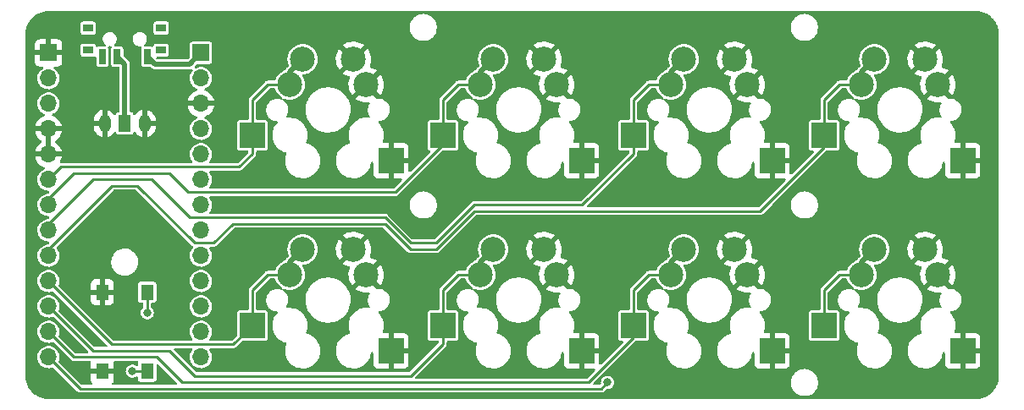
<source format=gtl>
G04 #@! TF.GenerationSoftware,KiCad,Pcbnew,(6.0.7)*
G04 #@! TF.CreationDate,2022-11-12T22:44:30+08:00*
G04 #@! TF.ProjectId,KP08_keypad,4b503038-5f6b-4657-9970-61642e6b6963,1.0*
G04 #@! TF.SameCoordinates,Original*
G04 #@! TF.FileFunction,Copper,L1,Top*
G04 #@! TF.FilePolarity,Positive*
%FSLAX46Y46*%
G04 Gerber Fmt 4.6, Leading zero omitted, Abs format (unit mm)*
G04 Created by KiCad (PCBNEW (6.0.7)) date 2022-11-12 22:44:30*
%MOMM*%
%LPD*%
G01*
G04 APERTURE LIST*
G04 Aperture macros list*
%AMOutline4P*
0 Free polygon, 4 corners , with rotation*
0 The origin of the aperture is its center*
0 number of corners: always 4*
0 $1 to $8 corner X, Y*
0 $9 Rotation angle, in degrees counterclockwise*
0 create outline with 4 corners*
4,1,4,$1,$2,$3,$4,$5,$6,$7,$8,$1,$2,$9*%
G04 Aperture macros list end*
G04 #@! TA.AperFunction,ComponentPad*
%ADD10C,2.500000*%
G04 #@! TD*
G04 #@! TA.AperFunction,SMDPad,CuDef*
%ADD11R,2.500000X2.550000*%
G04 #@! TD*
G04 #@! TA.AperFunction,SMDPad,CuDef*
%ADD12R,1.300000X1.550000*%
G04 #@! TD*
G04 #@! TA.AperFunction,ComponentPad*
%ADD13R,1.700000X1.700000*%
G04 #@! TD*
G04 #@! TA.AperFunction,ComponentPad*
%ADD14O,1.700000X1.700000*%
G04 #@! TD*
G04 #@! TA.AperFunction,SMDPad,CuDef*
%ADD15R,1.000000X0.800000*%
G04 #@! TD*
G04 #@! TA.AperFunction,SMDPad,CuDef*
%ADD16R,0.700000X1.500000*%
G04 #@! TD*
G04 #@! TA.AperFunction,ComponentPad*
%ADD17O,1.200000X1.750000*%
G04 #@! TD*
G04 #@! TA.AperFunction,ComponentPad*
%ADD18Outline4P,-0.600000X-0.875000X0.600000X-0.875000X0.600000X0.875000X-0.600000X0.875000X180.000000*%
G04 #@! TD*
G04 #@! TA.AperFunction,ViaPad*
%ADD19C,0.800000*%
G04 #@! TD*
G04 #@! TA.AperFunction,Conductor*
%ADD20C,0.250000*%
G04 #@! TD*
G04 #@! TA.AperFunction,Conductor*
%ADD21C,0.500000*%
G04 #@! TD*
G04 APERTURE END LIST*
D10*
X167640000Y-73660000D03*
X168910000Y-71120000D03*
D11*
X163890000Y-78740000D03*
D10*
X175260000Y-73660000D03*
X173990000Y-71120000D03*
D11*
X177740000Y-81280000D03*
X106740000Y-78740000D03*
D10*
X111760000Y-71120000D03*
X110490000Y-73660000D03*
D11*
X120590000Y-81280000D03*
D10*
X118110000Y-73660000D03*
X116840000Y-71120000D03*
D12*
X96230000Y-94450000D03*
X96230000Y-102400000D03*
X91730000Y-94450000D03*
X91730000Y-102400000D03*
D10*
X167640000Y-92710000D03*
X168910000Y-90170000D03*
D11*
X163890000Y-97790000D03*
X177740000Y-100330000D03*
D10*
X173990000Y-90170000D03*
X175260000Y-92710000D03*
D13*
X86360000Y-70485000D03*
D14*
X86360000Y-73025000D03*
X86360000Y-75565000D03*
X86360000Y-78105000D03*
X86360000Y-80645000D03*
X86360000Y-83185000D03*
X86360000Y-85725000D03*
X86360000Y-88265000D03*
X86360000Y-90805000D03*
X86360000Y-93345000D03*
X86360000Y-95885000D03*
X86360000Y-98425000D03*
X86360000Y-100965000D03*
D11*
X125790000Y-78740000D03*
D10*
X129540000Y-73660000D03*
X130810000Y-71120000D03*
X135890000Y-71120000D03*
X137160000Y-73660000D03*
D11*
X139640000Y-81280000D03*
D13*
X101600000Y-70485000D03*
D14*
X101600000Y-73025000D03*
X101600000Y-75565000D03*
X101600000Y-78105000D03*
X101600000Y-80645000D03*
X101600000Y-83185000D03*
X101600000Y-85725000D03*
X101600000Y-88265000D03*
X101600000Y-90805000D03*
X101600000Y-93345000D03*
X101600000Y-95885000D03*
X101600000Y-98425000D03*
X101600000Y-100965000D03*
D10*
X130810000Y-90170000D03*
X129540000Y-92710000D03*
D11*
X125790000Y-97790000D03*
D10*
X135890000Y-90170000D03*
X137160000Y-92710000D03*
D11*
X139640000Y-100330000D03*
X144840000Y-97790000D03*
D10*
X149860000Y-90170000D03*
X148590000Y-92710000D03*
X154940000Y-90170000D03*
X156210000Y-92710000D03*
D11*
X158690000Y-100330000D03*
X144840000Y-78740000D03*
D10*
X149860000Y-71120000D03*
X148590000Y-73660000D03*
X156210000Y-73660000D03*
D11*
X158690000Y-81280000D03*
D10*
X154940000Y-71120000D03*
X111760000Y-90170000D03*
D11*
X106740000Y-97790000D03*
D10*
X110490000Y-92710000D03*
D11*
X120590000Y-100330000D03*
D10*
X118110000Y-92710000D03*
X116840000Y-90170000D03*
D15*
X97630000Y-68006000D03*
X90330000Y-68006000D03*
X90330000Y-70216000D03*
X97630000Y-70216000D03*
D16*
X96230000Y-70866000D03*
X93230000Y-70866000D03*
X91730000Y-70866000D03*
D17*
X95980000Y-77555000D03*
D18*
X93980000Y-77555000D03*
D17*
X91980000Y-77555000D03*
D19*
X114300000Y-85725000D03*
X171450000Y-85725000D03*
X90170000Y-102362000D03*
X91730000Y-96520000D03*
X142240000Y-103505000D03*
X94742000Y-102362000D03*
X96230000Y-96520000D03*
D20*
X86360000Y-80645000D02*
X86360000Y-78105000D01*
X88900000Y-71120000D02*
X88265000Y-70485000D01*
X86360000Y-78105000D02*
X89070000Y-78105000D01*
X95980000Y-77555000D02*
X97620000Y-77555000D01*
X97620000Y-77555000D02*
X99610000Y-75565000D01*
X91980000Y-77555000D02*
X89620000Y-77555000D01*
X88265000Y-70485000D02*
X86360000Y-70485000D01*
X90170000Y-102362000D02*
X90208000Y-102400000D01*
X95980000Y-79280000D02*
X95980000Y-77555000D01*
X91980000Y-77555000D02*
X91980000Y-79280000D01*
X95250000Y-80010000D02*
X95980000Y-79280000D01*
X91730000Y-94450000D02*
X91730000Y-96520000D01*
X91980000Y-79280000D02*
X92710000Y-80010000D01*
X89620000Y-77555000D02*
X88900000Y-76835000D01*
X99610000Y-75565000D02*
X101600000Y-75565000D01*
X89070000Y-78105000D02*
X89620000Y-77555000D01*
X92710000Y-80010000D02*
X95250000Y-80010000D01*
X88900000Y-76835000D02*
X88900000Y-71120000D01*
X90208000Y-102400000D02*
X91730000Y-102400000D01*
D21*
X100457000Y-71628000D02*
X101600000Y-70485000D01*
X96992000Y-71628000D02*
X100457000Y-71628000D01*
X96230000Y-70866000D02*
X96992000Y-71628000D01*
X93230000Y-70866000D02*
X93980000Y-71616000D01*
X93980000Y-71616000D02*
X93980000Y-77555000D01*
D20*
X110490000Y-73660000D02*
X108295175Y-73660000D01*
X108295175Y-73660000D02*
X106740000Y-75215175D01*
X106740000Y-80585000D02*
X106740000Y-78740000D01*
X106740000Y-75215175D02*
X106740000Y-78740000D01*
D21*
X110490000Y-72390000D02*
X110490000Y-73660000D01*
D20*
X87630000Y-81915000D02*
X105410000Y-81915000D01*
X105410000Y-81915000D02*
X106740000Y-80585000D01*
X86360000Y-83185000D02*
X87630000Y-81915000D01*
D21*
X111760000Y-71120000D02*
X110490000Y-72390000D01*
D20*
X127345175Y-73660000D02*
X125790000Y-75215175D01*
X125790000Y-75215175D02*
X125790000Y-78740000D01*
X125790000Y-79696000D02*
X121031000Y-84455000D01*
D21*
X129540000Y-72390000D02*
X129540000Y-73660000D01*
D20*
X88900000Y-82550000D02*
X86360000Y-85090000D01*
X129540000Y-73660000D02*
X127345175Y-73660000D01*
X125790000Y-78740000D02*
X125790000Y-79696000D01*
X98425000Y-82550000D02*
X88900000Y-82550000D01*
D21*
X130810000Y-71120000D02*
X129540000Y-72390000D01*
D20*
X100330000Y-84455000D02*
X98425000Y-82550000D01*
X121031000Y-84455000D02*
X100330000Y-84455000D01*
X86360000Y-85090000D02*
X86360000Y-85725000D01*
D21*
X148590000Y-72390000D02*
X148590000Y-73660000D01*
D20*
X125095000Y-89535000D02*
X128905000Y-85725000D01*
X144840000Y-80585000D02*
X144840000Y-78740000D01*
X128905000Y-85725000D02*
X139700000Y-85725000D01*
X90805000Y-83185000D02*
X96641650Y-83185000D01*
X144840000Y-75215175D02*
X144840000Y-78740000D01*
X86360000Y-88265000D02*
X86360000Y-87630000D01*
X86360000Y-87630000D02*
X90805000Y-83185000D01*
X100451650Y-86995000D02*
X120015000Y-86995000D01*
X122555000Y-89535000D02*
X125095000Y-89535000D01*
X96641650Y-83185000D02*
X100451650Y-86995000D01*
X139700000Y-85725000D02*
X144840000Y-80585000D01*
D21*
X149860000Y-71120000D02*
X148590000Y-72390000D01*
D20*
X120015000Y-86995000D02*
X122555000Y-89535000D01*
X148590000Y-73660000D02*
X146395175Y-73660000D01*
X146395175Y-73660000D02*
X144840000Y-75215175D01*
X104775000Y-87630000D02*
X102870000Y-89535000D01*
X128906396Y-86360000D02*
X125096396Y-90170000D01*
X125096396Y-90170000D02*
X122553604Y-90170000D01*
X92710000Y-83820000D02*
X86360000Y-90170000D01*
X163890000Y-75215175D02*
X163890000Y-78740000D01*
X122553604Y-90170000D02*
X120013604Y-87630000D01*
D21*
X167640000Y-72390000D02*
X167640000Y-73660000D01*
D20*
X100965000Y-89535000D02*
X95250000Y-83820000D01*
X163890000Y-78740000D02*
X163890000Y-79950000D01*
X165445175Y-73660000D02*
X163890000Y-75215175D01*
D21*
X168910000Y-71120000D02*
X167640000Y-72390000D01*
D20*
X102870000Y-89535000D02*
X100965000Y-89535000D01*
X120013604Y-87630000D02*
X104775000Y-87630000D01*
X157480000Y-86360000D02*
X128906396Y-86360000D01*
X163890000Y-79950000D02*
X157480000Y-86360000D01*
X86360000Y-90170000D02*
X86360000Y-90805000D01*
X167640000Y-73660000D02*
X165445175Y-73660000D01*
X95250000Y-83820000D02*
X92710000Y-83820000D01*
X108295175Y-92710000D02*
X106740000Y-94265175D01*
X106740000Y-94265175D02*
X106740000Y-97790000D01*
X104835000Y-99695000D02*
X106740000Y-97790000D01*
X86360000Y-93345000D02*
X92710000Y-99695000D01*
X110490000Y-92710000D02*
X108295175Y-92710000D01*
D21*
X111760000Y-90170000D02*
X110490000Y-91440000D01*
X110490000Y-91440000D02*
X110490000Y-92710000D01*
D20*
X104835000Y-99695000D02*
X103505000Y-99695000D01*
X92710000Y-99695000D02*
X103565000Y-99695000D01*
X122555000Y-102870000D02*
X100965000Y-102870000D01*
X98425000Y-100330000D02*
X90805000Y-100330000D01*
X129540000Y-92710000D02*
X127345175Y-92710000D01*
X100965000Y-102870000D02*
X98425000Y-100330000D01*
X90805000Y-100330000D02*
X86360000Y-95885000D01*
X125790000Y-94265175D02*
X125790000Y-97790000D01*
D21*
X130810000Y-90170000D02*
X129540000Y-91440000D01*
D20*
X127345175Y-92710000D02*
X125790000Y-94265175D01*
X125790000Y-99635000D02*
X122555000Y-102870000D01*
D21*
X129540000Y-91440000D02*
X129540000Y-92710000D01*
D20*
X125790000Y-97790000D02*
X125790000Y-99635000D01*
X144840000Y-99000000D02*
X144840000Y-97790000D01*
X146395175Y-92710000D02*
X144840000Y-94265175D01*
X88900000Y-100965000D02*
X97155000Y-100965000D01*
D21*
X148590000Y-91440000D02*
X148590000Y-92710000D01*
D20*
X97155000Y-100965000D02*
X99695000Y-103505000D01*
X86360000Y-98425000D02*
X88900000Y-100965000D01*
D21*
X149860000Y-90170000D02*
X148590000Y-91440000D01*
D20*
X144840000Y-94265175D02*
X144840000Y-97790000D01*
X148590000Y-92710000D02*
X146395175Y-92710000D01*
X99695000Y-103505000D02*
X140335000Y-103505000D01*
X140335000Y-103505000D02*
X144840000Y-99000000D01*
X89535000Y-104140000D02*
X86360000Y-100965000D01*
X167640000Y-92710000D02*
X165445175Y-92710000D01*
X142240000Y-103505000D02*
X141605000Y-104140000D01*
D21*
X168910000Y-90170000D02*
X167640000Y-91440000D01*
D20*
X163890000Y-94265175D02*
X163890000Y-97790000D01*
D21*
X167640000Y-91440000D02*
X167640000Y-92710000D01*
D20*
X141605000Y-104140000D02*
X89535000Y-104140000D01*
X165445175Y-92710000D02*
X163890000Y-94265175D01*
X96230000Y-95085000D02*
X96230000Y-96520000D01*
X94742000Y-102362000D02*
X94780000Y-102400000D01*
X94780000Y-102400000D02*
X96230000Y-102400000D01*
G04 #@! TA.AperFunction,Conductor*
G36*
X179057103Y-66296921D02*
G01*
X179070000Y-66299486D01*
X179082172Y-66297065D01*
X179094580Y-66297065D01*
X179094580Y-66297385D01*
X179105456Y-66296645D01*
X179138145Y-66298622D01*
X179337880Y-66310704D01*
X179352984Y-66312538D01*
X179609458Y-66359538D01*
X179624231Y-66363179D01*
X179873180Y-66440755D01*
X179887398Y-66446147D01*
X180125182Y-66553165D01*
X180138638Y-66560227D01*
X180331005Y-66676517D01*
X180361788Y-66695126D01*
X180374308Y-66703768D01*
X180541702Y-66834913D01*
X180579573Y-66864583D01*
X180590961Y-66874673D01*
X180775327Y-67059039D01*
X180785417Y-67070427D01*
X180946231Y-67275690D01*
X180954873Y-67288211D01*
X181089773Y-67511362D01*
X181096835Y-67524818D01*
X181181583Y-67713121D01*
X181203851Y-67762598D01*
X181209245Y-67776820D01*
X181260611Y-67941657D01*
X181286821Y-68025769D01*
X181290462Y-68040542D01*
X181337462Y-68297016D01*
X181339296Y-68312120D01*
X181353355Y-68544544D01*
X181352615Y-68555420D01*
X181352935Y-68555420D01*
X181352935Y-68567828D01*
X181350514Y-68580000D01*
X181352935Y-68592170D01*
X181353079Y-68592894D01*
X181355500Y-68617476D01*
X181355500Y-102832524D01*
X181353079Y-102857103D01*
X181350514Y-102870000D01*
X181352935Y-102882172D01*
X181352935Y-102894580D01*
X181352615Y-102894580D01*
X181353355Y-102905456D01*
X181352804Y-102914563D01*
X181339296Y-103137880D01*
X181337462Y-103152984D01*
X181290462Y-103409458D01*
X181286821Y-103424231D01*
X181210824Y-103668115D01*
X181209247Y-103673175D01*
X181203853Y-103687398D01*
X181096835Y-103925182D01*
X181089773Y-103938638D01*
X180957039Y-104158207D01*
X180954874Y-104161788D01*
X180946231Y-104174310D01*
X180785417Y-104379573D01*
X180775327Y-104390961D01*
X180590961Y-104575327D01*
X180579573Y-104585417D01*
X180442506Y-104692803D01*
X180374310Y-104746231D01*
X180361789Y-104754873D01*
X180138638Y-104889773D01*
X180125182Y-104896835D01*
X179887398Y-105003853D01*
X179873180Y-105009245D01*
X179715854Y-105058270D01*
X179624231Y-105086821D01*
X179609458Y-105090462D01*
X179352984Y-105137462D01*
X179337880Y-105139296D01*
X179152424Y-105150514D01*
X179117690Y-105152615D01*
X179105456Y-105153355D01*
X179094580Y-105152615D01*
X179094580Y-105152935D01*
X179082172Y-105152935D01*
X179070000Y-105150514D01*
X179057103Y-105153079D01*
X179032524Y-105155500D01*
X86397476Y-105155500D01*
X86372897Y-105153079D01*
X86360000Y-105150514D01*
X86347828Y-105152935D01*
X86335420Y-105152935D01*
X86335420Y-105152615D01*
X86324544Y-105153355D01*
X86312311Y-105152615D01*
X86277576Y-105150514D01*
X86092120Y-105139296D01*
X86077016Y-105137462D01*
X85820542Y-105090462D01*
X85805769Y-105086821D01*
X85714146Y-105058270D01*
X85556820Y-105009245D01*
X85542602Y-105003853D01*
X85304818Y-104896835D01*
X85291362Y-104889773D01*
X85068211Y-104754873D01*
X85055690Y-104746231D01*
X84987495Y-104692803D01*
X84850427Y-104585417D01*
X84839039Y-104575327D01*
X84654673Y-104390961D01*
X84644583Y-104379573D01*
X84483769Y-104174310D01*
X84475126Y-104161788D01*
X84472961Y-104158207D01*
X84340227Y-103938638D01*
X84333165Y-103925182D01*
X84226147Y-103687398D01*
X84220753Y-103673175D01*
X84219177Y-103668115D01*
X84143179Y-103424231D01*
X84139538Y-103409458D01*
X84092538Y-103152984D01*
X84090704Y-103137880D01*
X84077196Y-102914563D01*
X84076645Y-102905456D01*
X84077385Y-102894580D01*
X84077065Y-102894580D01*
X84077065Y-102882172D01*
X84079486Y-102870000D01*
X84076921Y-102857103D01*
X84074500Y-102832524D01*
X84074500Y-100935964D01*
X85251148Y-100935964D01*
X85264424Y-101138522D01*
X85265845Y-101144118D01*
X85265846Y-101144123D01*
X85312051Y-101326051D01*
X85314392Y-101335269D01*
X85316809Y-101340512D01*
X85352604Y-101418158D01*
X85399377Y-101519616D01*
X85402710Y-101524332D01*
X85506201Y-101670769D01*
X85516533Y-101685389D01*
X85520675Y-101689424D01*
X85576744Y-101744043D01*
X85661938Y-101827035D01*
X85830720Y-101939812D01*
X85836023Y-101942090D01*
X85836026Y-101942092D01*
X85996063Y-102010849D01*
X86017228Y-102019942D01*
X86090244Y-102036464D01*
X86209579Y-102063467D01*
X86209584Y-102063468D01*
X86215216Y-102064742D01*
X86220987Y-102064969D01*
X86220989Y-102064969D01*
X86280756Y-102067317D01*
X86418053Y-102072712D01*
X86522803Y-102057524D01*
X86613231Y-102044413D01*
X86613236Y-102044412D01*
X86618945Y-102043584D01*
X86755991Y-101997063D01*
X86826926Y-101994107D01*
X86885587Y-102027281D01*
X89228522Y-104370216D01*
X89243664Y-104388964D01*
X89244779Y-104390189D01*
X89250429Y-104398940D01*
X89258607Y-104405387D01*
X89258609Y-104405389D01*
X89276800Y-104419729D01*
X89281241Y-104423675D01*
X89281303Y-104423602D01*
X89285267Y-104426961D01*
X89288944Y-104430638D01*
X89304692Y-104441892D01*
X89309362Y-104445398D01*
X89349647Y-104477156D01*
X89358281Y-104480188D01*
X89365734Y-104485514D01*
X89414850Y-104500203D01*
X89420492Y-104502036D01*
X89461199Y-104516331D01*
X89468851Y-104519018D01*
X89474416Y-104519500D01*
X89477124Y-104519500D01*
X89479758Y-104519614D01*
X89479856Y-104519643D01*
X89479849Y-104519807D01*
X89480553Y-104519851D01*
X89486778Y-104521713D01*
X89540635Y-104519597D01*
X89545582Y-104519500D01*
X141551080Y-104519500D01*
X141575028Y-104522049D01*
X141576693Y-104522128D01*
X141586876Y-104524320D01*
X141597217Y-104523096D01*
X141620223Y-104520373D01*
X141626154Y-104520023D01*
X141626146Y-104519928D01*
X141631324Y-104519500D01*
X141636524Y-104519500D01*
X141641653Y-104518646D01*
X141641656Y-104518646D01*
X141655565Y-104516331D01*
X141661443Y-104515494D01*
X141702001Y-104510694D01*
X141702002Y-104510694D01*
X141712341Y-104509470D01*
X141720593Y-104505507D01*
X141729626Y-104504004D01*
X141738795Y-104499057D01*
X141738797Y-104499056D01*
X141774732Y-104479666D01*
X141780025Y-104476969D01*
X141819082Y-104458215D01*
X141819086Y-104458212D01*
X141826232Y-104454781D01*
X141830508Y-104451186D01*
X141832431Y-104449263D01*
X141834363Y-104447491D01*
X141834442Y-104447448D01*
X141834555Y-104447572D01*
X141835095Y-104447096D01*
X141840814Y-104444010D01*
X141877417Y-104404413D01*
X141880846Y-104400848D01*
X142086178Y-104195516D01*
X142148490Y-104161490D01*
X142177252Y-104158627D01*
X142301318Y-104160576D01*
X142301321Y-104160576D01*
X142308916Y-104160695D01*
X142463332Y-104125329D01*
X142544715Y-104084398D01*
X142598072Y-104057563D01*
X142598075Y-104057561D01*
X142604855Y-104054151D01*
X142610626Y-104049222D01*
X142610629Y-104049220D01*
X142719536Y-103956204D01*
X142719536Y-103956203D01*
X142725314Y-103951269D01*
X142817755Y-103822624D01*
X142876842Y-103675641D01*
X142899162Y-103518807D01*
X142899307Y-103505000D01*
X142897833Y-103492815D01*
X142891558Y-103440964D01*
X160567112Y-103440964D01*
X160567312Y-103446292D01*
X160567312Y-103446294D01*
X160569464Y-103503599D01*
X160568705Y-103503628D01*
X160569034Y-103505016D01*
X160569340Y-103504989D01*
X160569374Y-103505377D01*
X160569465Y-103506838D01*
X160569523Y-103507085D01*
X160569648Y-103508507D01*
X160575736Y-103670669D01*
X160576831Y-103675888D01*
X160589628Y-103736879D01*
X160588861Y-103737040D01*
X160589841Y-103739316D01*
X160589937Y-103740408D01*
X160591361Y-103745722D01*
X160591464Y-103746307D01*
X160592635Y-103751210D01*
X160622939Y-103895637D01*
X160644909Y-103951269D01*
X160648975Y-103961566D01*
X160649724Y-103963541D01*
X160651097Y-103968663D01*
X160653422Y-103973649D01*
X160653423Y-103973651D01*
X160653947Y-103974775D01*
X160656934Y-103981717D01*
X160707372Y-104109436D01*
X160744273Y-104170246D01*
X160745811Y-104173126D01*
X160745890Y-104173080D01*
X160748639Y-104177841D01*
X160750965Y-104182829D01*
X160754122Y-104187337D01*
X160754124Y-104187341D01*
X160755674Y-104189555D01*
X160760181Y-104196462D01*
X160775279Y-104221342D01*
X160826621Y-104305952D01*
X160830116Y-104309979D01*
X160830117Y-104309981D01*
X160876993Y-104364000D01*
X160880555Y-104368563D01*
X160883347Y-104371890D01*
X160886505Y-104376401D01*
X160892791Y-104382687D01*
X160898861Y-104389201D01*
X160969589Y-104470707D01*
X160977276Y-104479566D01*
X161015239Y-104510694D01*
X161041309Y-104532070D01*
X161048574Y-104538652D01*
X161049706Y-104539602D01*
X161053599Y-104543495D01*
X161058103Y-104546649D01*
X161058108Y-104546653D01*
X161060936Y-104548633D01*
X161068554Y-104554410D01*
X161150901Y-104621931D01*
X161150907Y-104621935D01*
X161155029Y-104625315D01*
X161159668Y-104627955D01*
X161159667Y-104627955D01*
X161232355Y-104669331D01*
X161242296Y-104675622D01*
X161242660Y-104675877D01*
X161242667Y-104675881D01*
X161247171Y-104679035D01*
X161252155Y-104681359D01*
X161252160Y-104681362D01*
X161254875Y-104682628D01*
X161263952Y-104687318D01*
X161308061Y-104712426D01*
X161354798Y-104739030D01*
X161444498Y-104771590D01*
X161454753Y-104775833D01*
X161456348Y-104776577D01*
X161456350Y-104776578D01*
X161461337Y-104778903D01*
X161466653Y-104780327D01*
X161466655Y-104780328D01*
X161467719Y-104780613D01*
X161468702Y-104780876D01*
X161479081Y-104784143D01*
X161570871Y-104817461D01*
X161671443Y-104835648D01*
X161681616Y-104837926D01*
X161689592Y-104840063D01*
X161695990Y-104840623D01*
X161707412Y-104842152D01*
X161797069Y-104858364D01*
X161801208Y-104858559D01*
X161801215Y-104858560D01*
X161819670Y-104859430D01*
X161819677Y-104859430D01*
X161821158Y-104859500D01*
X161982712Y-104859500D01*
X162062444Y-104852735D01*
X162148733Y-104845413D01*
X162148737Y-104845412D01*
X162154044Y-104844962D01*
X162159199Y-104843624D01*
X162159205Y-104843623D01*
X162371368Y-104788556D01*
X162371367Y-104788556D01*
X162376539Y-104787214D01*
X162523412Y-104721052D01*
X162581262Y-104694993D01*
X162581265Y-104694992D01*
X162586123Y-104692803D01*
X162776803Y-104564430D01*
X162803826Y-104538652D01*
X162862213Y-104482953D01*
X162943128Y-104405764D01*
X162969577Y-104370216D01*
X163077156Y-104225624D01*
X163080342Y-104221342D01*
X163096504Y-104189555D01*
X163182102Y-104021194D01*
X163182102Y-104021193D01*
X163184520Y-104016438D01*
X163252685Y-103796911D01*
X163260842Y-103735368D01*
X163282188Y-103574319D01*
X163282188Y-103574316D01*
X163282888Y-103569036D01*
X163280536Y-103506401D01*
X163281295Y-103506372D01*
X163280966Y-103504984D01*
X163280660Y-103505011D01*
X163280626Y-103504623D01*
X163280535Y-103503162D01*
X163280477Y-103502915D01*
X163280352Y-103501493D01*
X163274264Y-103339331D01*
X163260372Y-103273121D01*
X163261139Y-103272960D01*
X163260159Y-103270684D01*
X163260063Y-103269592D01*
X163258639Y-103264278D01*
X163258536Y-103263693D01*
X163257362Y-103258778D01*
X163250588Y-103226490D01*
X163227061Y-103114363D01*
X163201025Y-103048434D01*
X163200276Y-103046459D01*
X163198903Y-103041337D01*
X163196053Y-103035225D01*
X163193066Y-103028283D01*
X163142628Y-102900564D01*
X163105727Y-102839754D01*
X163104189Y-102836874D01*
X163104110Y-102836920D01*
X163101361Y-102832159D01*
X163099035Y-102827171D01*
X163095876Y-102822659D01*
X163094326Y-102820445D01*
X163089819Y-102813538D01*
X163026147Y-102708609D01*
X163026145Y-102708606D01*
X163023379Y-102704048D01*
X162991771Y-102667623D01*
X162973007Y-102646000D01*
X162969445Y-102641437D01*
X162966653Y-102638110D01*
X162963495Y-102633599D01*
X162957209Y-102627313D01*
X162951139Y-102620799D01*
X162876224Y-102534467D01*
X162876222Y-102534465D01*
X162872724Y-102530434D01*
X162808692Y-102477930D01*
X162801426Y-102471348D01*
X162800294Y-102470398D01*
X162796401Y-102466505D01*
X162791897Y-102463351D01*
X162791892Y-102463347D01*
X162789064Y-102461367D01*
X162781446Y-102455590D01*
X162699099Y-102388069D01*
X162699093Y-102388065D01*
X162694971Y-102384685D01*
X162617645Y-102340669D01*
X162607704Y-102334378D01*
X162607340Y-102334123D01*
X162607333Y-102334119D01*
X162602829Y-102330965D01*
X162597845Y-102328641D01*
X162597840Y-102328638D01*
X162595125Y-102327372D01*
X162586048Y-102322682D01*
X162541939Y-102297574D01*
X162495202Y-102270970D01*
X162405502Y-102238410D01*
X162395247Y-102234167D01*
X162393652Y-102233423D01*
X162393650Y-102233422D01*
X162388663Y-102231097D01*
X162383347Y-102229673D01*
X162383345Y-102229672D01*
X162382281Y-102229387D01*
X162381298Y-102229124D01*
X162370919Y-102225857D01*
X162279129Y-102192539D01*
X162178557Y-102174352D01*
X162168384Y-102172074D01*
X162160408Y-102169937D01*
X162154010Y-102169377D01*
X162142588Y-102167848D01*
X162052931Y-102151636D01*
X162048792Y-102151441D01*
X162048785Y-102151440D01*
X162030330Y-102150570D01*
X162030323Y-102150570D01*
X162028842Y-102150500D01*
X161867288Y-102150500D01*
X161787556Y-102157265D01*
X161701267Y-102164587D01*
X161701263Y-102164588D01*
X161695956Y-102165038D01*
X161690801Y-102166376D01*
X161690795Y-102166377D01*
X161568815Y-102198037D01*
X161473461Y-102222786D01*
X161366497Y-102270970D01*
X161268738Y-102315007D01*
X161268735Y-102315008D01*
X161263877Y-102317197D01*
X161073197Y-102445570D01*
X161069340Y-102449249D01*
X161069338Y-102449251D01*
X161043404Y-102473991D01*
X160906872Y-102604236D01*
X160769658Y-102788658D01*
X160767242Y-102793409D01*
X160767240Y-102793413D01*
X160705645Y-102914563D01*
X160665480Y-102993562D01*
X160654710Y-103028248D01*
X160606541Y-103183378D01*
X160597315Y-103213089D01*
X160596614Y-103218378D01*
X160568632Y-103429499D01*
X160567112Y-103440964D01*
X142891558Y-103440964D01*
X142890171Y-103429500D01*
X142880276Y-103347733D01*
X142824280Y-103199546D01*
X142792279Y-103152984D01*
X142738855Y-103075251D01*
X142738854Y-103075249D01*
X142734553Y-103068992D01*
X142616275Y-102963611D01*
X142608889Y-102959700D01*
X142506440Y-102905456D01*
X142476274Y-102889484D01*
X142322633Y-102850892D01*
X142315034Y-102850852D01*
X142315033Y-102850852D01*
X142249181Y-102850507D01*
X142164221Y-102850062D01*
X142156841Y-102851834D01*
X142156839Y-102851834D01*
X142017563Y-102885271D01*
X142017560Y-102885272D01*
X142010184Y-102887043D01*
X141869414Y-102959700D01*
X141750039Y-103063838D01*
X141658950Y-103193444D01*
X141601406Y-103341037D01*
X141600414Y-103348570D01*
X141600414Y-103348571D01*
X141587549Y-103446294D01*
X141580729Y-103498096D01*
X141583544Y-103523591D01*
X141586963Y-103554566D01*
X141574557Y-103624470D01*
X141550819Y-103657487D01*
X141484711Y-103723595D01*
X141422399Y-103757621D01*
X141395616Y-103760500D01*
X140920384Y-103760500D01*
X140852263Y-103740498D01*
X140805770Y-103686842D01*
X140795666Y-103616568D01*
X140825160Y-103551988D01*
X140831289Y-103545405D01*
X145020290Y-99356404D01*
X145082602Y-99322378D01*
X145109385Y-99319499D01*
X146115066Y-99319499D01*
X146150818Y-99312388D01*
X146177126Y-99307156D01*
X146177128Y-99307155D01*
X146189301Y-99304734D01*
X146199621Y-99297839D01*
X146199622Y-99297838D01*
X146263168Y-99255377D01*
X146273484Y-99248484D01*
X146329734Y-99164301D01*
X146344500Y-99090067D01*
X146344499Y-96489934D01*
X146334491Y-96439616D01*
X146332156Y-96427874D01*
X146332155Y-96427872D01*
X146329734Y-96415699D01*
X146273484Y-96331516D01*
X146189301Y-96275266D01*
X146115067Y-96260500D01*
X145345500Y-96260500D01*
X145277379Y-96240498D01*
X145230886Y-96186842D01*
X145219500Y-96134500D01*
X145219500Y-94474559D01*
X145239502Y-94406438D01*
X145256405Y-94385464D01*
X146515464Y-93126405D01*
X146577776Y-93092379D01*
X146604559Y-93089500D01*
X147035354Y-93089500D01*
X147103475Y-93109502D01*
X147149968Y-93163158D01*
X147154076Y-93173709D01*
X147154711Y-93176354D01*
X147158511Y-93185528D01*
X147213912Y-93319276D01*
X147245336Y-93395141D01*
X147369070Y-93597057D01*
X147522868Y-93777132D01*
X147702943Y-93930930D01*
X147707157Y-93933513D01*
X147707169Y-93933521D01*
X147763747Y-93968192D01*
X147811378Y-94020839D01*
X147822985Y-94090881D01*
X147794882Y-94156078D01*
X147735991Y-94195732D01*
X147665011Y-94197253D01*
X147650811Y-94192489D01*
X147640686Y-94188408D01*
X147640682Y-94188407D01*
X147635122Y-94186166D01*
X147460926Y-94152148D01*
X147432717Y-94146639D01*
X147432714Y-94146639D01*
X147428271Y-94145771D01*
X147422730Y-94145500D01*
X147267341Y-94145500D01*
X147110194Y-94160493D01*
X147104434Y-94162183D01*
X147104433Y-94162183D01*
X146942965Y-94209553D01*
X146907958Y-94219823D01*
X146902619Y-94222573D01*
X146725921Y-94313578D01*
X146725918Y-94313580D01*
X146720590Y-94316324D01*
X146706662Y-94327265D01*
X146559568Y-94442808D01*
X146559564Y-94442812D01*
X146554851Y-94446514D01*
X146550920Y-94451044D01*
X146550919Y-94451045D01*
X146420650Y-94601165D01*
X146420646Y-94601170D01*
X146416719Y-94605696D01*
X146311181Y-94788126D01*
X146242043Y-94987222D01*
X146241183Y-94993155D01*
X146241182Y-94993158D01*
X146218817Y-95147409D01*
X146211801Y-95195800D01*
X146221545Y-95406333D01*
X146270924Y-95611226D01*
X146273406Y-95616684D01*
X146273407Y-95616688D01*
X146297550Y-95669786D01*
X146358157Y-95803084D01*
X146480096Y-95974986D01*
X146566093Y-96057310D01*
X146620247Y-96109151D01*
X146632340Y-96120728D01*
X146637375Y-96123979D01*
X146804360Y-96231800D01*
X146804363Y-96231801D01*
X146809397Y-96235052D01*
X147004878Y-96313834D01*
X147109530Y-96334271D01*
X147207283Y-96353361D01*
X147207286Y-96353361D01*
X147211729Y-96354229D01*
X147217270Y-96354500D01*
X147239953Y-96354500D01*
X147308074Y-96374502D01*
X147354567Y-96428158D01*
X147364671Y-96498432D01*
X147331728Y-96566833D01*
X147241631Y-96662609D01*
X147222674Y-96682761D01*
X147074032Y-96897027D01*
X147071966Y-96901217D01*
X147071964Y-96901220D01*
X146979141Y-97089448D01*
X146958694Y-97130910D01*
X146957272Y-97135353D01*
X146957271Y-97135355D01*
X146937688Y-97196534D01*
X146879193Y-97379272D01*
X146878443Y-97383879D01*
X146878442Y-97383882D01*
X146858798Y-97504500D01*
X146837275Y-97636656D01*
X146836723Y-97678855D01*
X146834475Y-97850609D01*
X146833862Y-97897410D01*
X146869028Y-98155804D01*
X146942000Y-98406162D01*
X147051177Y-98642984D01*
X147053737Y-98646889D01*
X147053740Y-98646894D01*
X147191592Y-98857154D01*
X147191596Y-98857159D01*
X147194158Y-98861067D01*
X147367804Y-99055621D01*
X147568300Y-99222371D01*
X147791240Y-99357655D01*
X147795548Y-99359462D01*
X147795549Y-99359462D01*
X148027413Y-99456691D01*
X148027418Y-99456693D01*
X148031728Y-99458500D01*
X148036260Y-99459651D01*
X148036263Y-99459652D01*
X148149052Y-99488296D01*
X148210153Y-99524450D01*
X148242008Y-99587899D01*
X148234503Y-99658498D01*
X148231049Y-99666134D01*
X148228694Y-99670910D01*
X148227272Y-99675353D01*
X148227271Y-99675355D01*
X148208049Y-99735405D01*
X148149193Y-99919272D01*
X148148443Y-99923879D01*
X148148442Y-99923882D01*
X148133893Y-100013215D01*
X148107275Y-100176656D01*
X148106728Y-100218432D01*
X148104475Y-100390609D01*
X148103862Y-100437410D01*
X148139028Y-100695804D01*
X148140336Y-100700290D01*
X148140336Y-100700292D01*
X148147625Y-100725300D01*
X148212000Y-100946162D01*
X148321177Y-101182984D01*
X148323737Y-101186889D01*
X148323740Y-101186894D01*
X148461592Y-101397154D01*
X148461596Y-101397159D01*
X148464158Y-101401067D01*
X148637804Y-101595621D01*
X148838300Y-101762371D01*
X149061240Y-101897655D01*
X149065548Y-101899462D01*
X149065549Y-101899462D01*
X149297413Y-101996691D01*
X149297418Y-101996693D01*
X149301728Y-101998500D01*
X149306260Y-101999651D01*
X149306263Y-101999652D01*
X149415055Y-102027281D01*
X149554480Y-102062690D01*
X149771072Y-102084500D01*
X149926206Y-102084500D01*
X149928531Y-102084327D01*
X149928537Y-102084327D01*
X150115407Y-102070440D01*
X150115411Y-102070439D01*
X150120059Y-102070094D01*
X150374405Y-102012542D01*
X150414210Y-101997063D01*
X150596968Y-101925992D01*
X150617450Y-101918027D01*
X150621504Y-101915710D01*
X150621508Y-101915708D01*
X150737436Y-101849449D01*
X150843855Y-101788625D01*
X151048647Y-101627180D01*
X151227326Y-101437239D01*
X151351211Y-101258660D01*
X151373303Y-101226815D01*
X151373305Y-101226812D01*
X151375968Y-101222973D01*
X151378036Y-101218780D01*
X151489241Y-100993278D01*
X151489242Y-100993275D01*
X151491306Y-100989090D01*
X151506488Y-100941663D01*
X151563723Y-100762859D01*
X151570807Y-100740728D01*
X151577393Y-100700292D01*
X151611974Y-100487955D01*
X151612725Y-100483344D01*
X151613326Y-100437410D01*
X153183862Y-100437410D01*
X153219028Y-100695804D01*
X153220336Y-100700290D01*
X153220336Y-100700292D01*
X153227625Y-100725300D01*
X153292000Y-100946162D01*
X153401177Y-101182984D01*
X153403737Y-101186889D01*
X153403740Y-101186894D01*
X153541592Y-101397154D01*
X153541596Y-101397159D01*
X153544158Y-101401067D01*
X153717804Y-101595621D01*
X153918300Y-101762371D01*
X154141240Y-101897655D01*
X154145548Y-101899462D01*
X154145549Y-101899462D01*
X154377413Y-101996691D01*
X154377418Y-101996693D01*
X154381728Y-101998500D01*
X154386260Y-101999651D01*
X154386263Y-101999652D01*
X154495055Y-102027281D01*
X154634480Y-102062690D01*
X154851072Y-102084500D01*
X155006206Y-102084500D01*
X155008531Y-102084327D01*
X155008537Y-102084327D01*
X155195407Y-102070440D01*
X155195411Y-102070439D01*
X155200059Y-102070094D01*
X155454405Y-102012542D01*
X155494210Y-101997063D01*
X155676968Y-101925992D01*
X155697450Y-101918027D01*
X155701504Y-101915710D01*
X155701508Y-101915708D01*
X155817436Y-101849449D01*
X155923855Y-101788625D01*
X156128647Y-101627180D01*
X156307326Y-101437239D01*
X156431211Y-101258660D01*
X156453303Y-101226815D01*
X156453305Y-101226812D01*
X156455968Y-101222973D01*
X156458036Y-101218780D01*
X156569241Y-100993278D01*
X156569242Y-100993275D01*
X156571306Y-100989090D01*
X156586488Y-100941663D01*
X156643723Y-100762859D01*
X156650807Y-100740728D01*
X156651558Y-100736118D01*
X156651561Y-100736105D01*
X156681640Y-100551417D01*
X156712332Y-100487397D01*
X156772763Y-100450134D01*
X156843747Y-100451458D01*
X156902747Y-100490948D01*
X156931031Y-100556068D01*
X156932001Y-100571671D01*
X156932001Y-101649669D01*
X156932371Y-101656490D01*
X156937895Y-101707352D01*
X156941521Y-101722604D01*
X156986676Y-101843054D01*
X156995214Y-101858649D01*
X157071715Y-101960724D01*
X157084276Y-101973285D01*
X157186351Y-102049786D01*
X157201946Y-102058324D01*
X157322394Y-102103478D01*
X157337649Y-102107105D01*
X157388514Y-102112631D01*
X157395328Y-102113000D01*
X158417885Y-102113000D01*
X158433124Y-102108525D01*
X158434329Y-102107135D01*
X158436000Y-102099452D01*
X158436000Y-102094884D01*
X158944000Y-102094884D01*
X158948475Y-102110123D01*
X158949865Y-102111328D01*
X158957548Y-102112999D01*
X159984669Y-102112999D01*
X159991490Y-102112629D01*
X160042352Y-102107105D01*
X160057604Y-102103479D01*
X160178054Y-102058324D01*
X160193649Y-102049786D01*
X160295724Y-101973285D01*
X160308285Y-101960724D01*
X160384786Y-101858649D01*
X160393324Y-101843054D01*
X160438478Y-101722606D01*
X160442105Y-101707351D01*
X160447631Y-101656486D01*
X160448000Y-101649672D01*
X160448000Y-100602115D01*
X160443525Y-100586876D01*
X160442135Y-100585671D01*
X160434452Y-100584000D01*
X158962115Y-100584000D01*
X158946876Y-100588475D01*
X158945671Y-100589865D01*
X158944000Y-100597548D01*
X158944000Y-102094884D01*
X158436000Y-102094884D01*
X158436000Y-100057885D01*
X158944000Y-100057885D01*
X158948475Y-100073124D01*
X158949865Y-100074329D01*
X158957548Y-100076000D01*
X160429884Y-100076000D01*
X160445123Y-100071525D01*
X160446328Y-100070135D01*
X160447999Y-100062452D01*
X160447999Y-99010331D01*
X160447629Y-99003510D01*
X160442105Y-98952648D01*
X160438479Y-98937396D01*
X160393324Y-98816946D01*
X160384786Y-98801351D01*
X160308285Y-98699276D01*
X160295724Y-98686715D01*
X160193649Y-98610214D01*
X160178054Y-98601676D01*
X160057606Y-98556522D01*
X160042351Y-98552895D01*
X159991486Y-98547369D01*
X159984672Y-98547000D01*
X158962115Y-98547000D01*
X158946876Y-98551475D01*
X158945671Y-98552865D01*
X158944000Y-98560548D01*
X158944000Y-100057885D01*
X158436000Y-100057885D01*
X158436000Y-98565116D01*
X158431525Y-98549877D01*
X158430135Y-98548672D01*
X158422452Y-98547001D01*
X157982595Y-98547001D01*
X157914474Y-98526999D01*
X157867981Y-98473343D01*
X157857877Y-98403069D01*
X157862593Y-98382588D01*
X157920807Y-98200728D01*
X157927393Y-98160292D01*
X157961974Y-97947955D01*
X157962725Y-97943344D01*
X157966138Y-97682590D01*
X157930972Y-97424196D01*
X157858000Y-97173838D01*
X157843334Y-97142024D01*
X157793025Y-97032898D01*
X157748823Y-96937016D01*
X157746260Y-96933106D01*
X157608408Y-96722846D01*
X157608404Y-96722841D01*
X157605842Y-96718933D01*
X157466091Y-96562355D01*
X157435653Y-96498214D01*
X157436720Y-96489933D01*
X162385500Y-96489933D01*
X162385501Y-99090066D01*
X162389253Y-99108931D01*
X162395566Y-99140669D01*
X162400266Y-99164301D01*
X162407161Y-99174620D01*
X162407162Y-99174622D01*
X162430364Y-99209345D01*
X162456516Y-99248484D01*
X162466832Y-99255377D01*
X162526877Y-99295498D01*
X162540699Y-99304734D01*
X162614933Y-99319500D01*
X163889793Y-99319500D01*
X165165066Y-99319499D01*
X165200818Y-99312388D01*
X165227126Y-99307156D01*
X165227128Y-99307155D01*
X165239301Y-99304734D01*
X165249621Y-99297839D01*
X165249622Y-99297838D01*
X165313168Y-99255377D01*
X165323484Y-99248484D01*
X165379734Y-99164301D01*
X165394500Y-99090067D01*
X165394499Y-96489934D01*
X165384491Y-96439616D01*
X165382156Y-96427874D01*
X165382155Y-96427872D01*
X165379734Y-96415699D01*
X165323484Y-96331516D01*
X165239301Y-96275266D01*
X165165067Y-96260500D01*
X164395500Y-96260500D01*
X164327379Y-96240498D01*
X164280886Y-96186842D01*
X164269500Y-96134500D01*
X164269500Y-94474559D01*
X164289502Y-94406438D01*
X164306405Y-94385464D01*
X165565464Y-93126405D01*
X165627776Y-93092379D01*
X165654559Y-93089500D01*
X166085354Y-93089500D01*
X166153475Y-93109502D01*
X166199968Y-93163158D01*
X166204076Y-93173709D01*
X166204711Y-93176354D01*
X166208511Y-93185528D01*
X166263912Y-93319276D01*
X166295336Y-93395141D01*
X166419070Y-93597057D01*
X166572868Y-93777132D01*
X166752943Y-93930930D01*
X166757157Y-93933513D01*
X166757169Y-93933521D01*
X166813747Y-93968192D01*
X166861378Y-94020839D01*
X166872985Y-94090881D01*
X166844882Y-94156078D01*
X166785991Y-94195732D01*
X166715011Y-94197253D01*
X166700811Y-94192489D01*
X166690686Y-94188408D01*
X166690682Y-94188407D01*
X166685122Y-94186166D01*
X166510926Y-94152148D01*
X166482717Y-94146639D01*
X166482714Y-94146639D01*
X166478271Y-94145771D01*
X166472730Y-94145500D01*
X166317341Y-94145500D01*
X166160194Y-94160493D01*
X166154434Y-94162183D01*
X166154433Y-94162183D01*
X165992965Y-94209553D01*
X165957958Y-94219823D01*
X165952619Y-94222573D01*
X165775921Y-94313578D01*
X165775918Y-94313580D01*
X165770590Y-94316324D01*
X165756662Y-94327265D01*
X165609568Y-94442808D01*
X165609564Y-94442812D01*
X165604851Y-94446514D01*
X165600920Y-94451044D01*
X165600919Y-94451045D01*
X165470650Y-94601165D01*
X165470646Y-94601170D01*
X165466719Y-94605696D01*
X165361181Y-94788126D01*
X165292043Y-94987222D01*
X165291183Y-94993155D01*
X165291182Y-94993158D01*
X165268817Y-95147409D01*
X165261801Y-95195800D01*
X165271545Y-95406333D01*
X165320924Y-95611226D01*
X165323406Y-95616684D01*
X165323407Y-95616688D01*
X165347550Y-95669786D01*
X165408157Y-95803084D01*
X165530096Y-95974986D01*
X165616093Y-96057310D01*
X165670247Y-96109151D01*
X165682340Y-96120728D01*
X165687375Y-96123979D01*
X165854360Y-96231800D01*
X165854363Y-96231801D01*
X165859397Y-96235052D01*
X166054878Y-96313834D01*
X166159530Y-96334271D01*
X166257283Y-96353361D01*
X166257286Y-96353361D01*
X166261729Y-96354229D01*
X166267270Y-96354500D01*
X166289953Y-96354500D01*
X166358074Y-96374502D01*
X166404567Y-96428158D01*
X166414671Y-96498432D01*
X166381728Y-96566833D01*
X166291631Y-96662609D01*
X166272674Y-96682761D01*
X166124032Y-96897027D01*
X166121966Y-96901217D01*
X166121964Y-96901220D01*
X166029141Y-97089448D01*
X166008694Y-97130910D01*
X166007272Y-97135353D01*
X166007271Y-97135355D01*
X165987688Y-97196534D01*
X165929193Y-97379272D01*
X165928443Y-97383879D01*
X165928442Y-97383882D01*
X165908798Y-97504500D01*
X165887275Y-97636656D01*
X165886723Y-97678855D01*
X165884475Y-97850609D01*
X165883862Y-97897410D01*
X165919028Y-98155804D01*
X165992000Y-98406162D01*
X166101177Y-98642984D01*
X166103737Y-98646889D01*
X166103740Y-98646894D01*
X166241592Y-98857154D01*
X166241596Y-98857159D01*
X166244158Y-98861067D01*
X166417804Y-99055621D01*
X166618300Y-99222371D01*
X166841240Y-99357655D01*
X166845548Y-99359462D01*
X166845549Y-99359462D01*
X167077413Y-99456691D01*
X167077418Y-99456693D01*
X167081728Y-99458500D01*
X167086260Y-99459651D01*
X167086263Y-99459652D01*
X167199052Y-99488296D01*
X167260153Y-99524450D01*
X167292008Y-99587899D01*
X167284503Y-99658498D01*
X167281049Y-99666134D01*
X167278694Y-99670910D01*
X167277272Y-99675353D01*
X167277271Y-99675355D01*
X167258049Y-99735405D01*
X167199193Y-99919272D01*
X167198443Y-99923879D01*
X167198442Y-99923882D01*
X167183893Y-100013215D01*
X167157275Y-100176656D01*
X167156728Y-100218432D01*
X167154475Y-100390609D01*
X167153862Y-100437410D01*
X167189028Y-100695804D01*
X167190336Y-100700290D01*
X167190336Y-100700292D01*
X167197625Y-100725300D01*
X167262000Y-100946162D01*
X167371177Y-101182984D01*
X167373737Y-101186889D01*
X167373740Y-101186894D01*
X167511592Y-101397154D01*
X167511596Y-101397159D01*
X167514158Y-101401067D01*
X167687804Y-101595621D01*
X167888300Y-101762371D01*
X168111240Y-101897655D01*
X168115548Y-101899462D01*
X168115549Y-101899462D01*
X168347413Y-101996691D01*
X168347418Y-101996693D01*
X168351728Y-101998500D01*
X168356260Y-101999651D01*
X168356263Y-101999652D01*
X168465055Y-102027281D01*
X168604480Y-102062690D01*
X168821072Y-102084500D01*
X168976206Y-102084500D01*
X168978531Y-102084327D01*
X168978537Y-102084327D01*
X169165407Y-102070440D01*
X169165411Y-102070439D01*
X169170059Y-102070094D01*
X169424405Y-102012542D01*
X169464210Y-101997063D01*
X169646968Y-101925992D01*
X169667450Y-101918027D01*
X169671504Y-101915710D01*
X169671508Y-101915708D01*
X169787436Y-101849449D01*
X169893855Y-101788625D01*
X170098647Y-101627180D01*
X170277326Y-101437239D01*
X170401211Y-101258660D01*
X170423303Y-101226815D01*
X170423305Y-101226812D01*
X170425968Y-101222973D01*
X170428036Y-101218780D01*
X170539241Y-100993278D01*
X170539242Y-100993275D01*
X170541306Y-100989090D01*
X170556488Y-100941663D01*
X170613723Y-100762859D01*
X170620807Y-100740728D01*
X170627393Y-100700292D01*
X170661974Y-100487955D01*
X170662725Y-100483344D01*
X170663326Y-100437410D01*
X172233862Y-100437410D01*
X172269028Y-100695804D01*
X172270336Y-100700290D01*
X172270336Y-100700292D01*
X172277625Y-100725300D01*
X172342000Y-100946162D01*
X172451177Y-101182984D01*
X172453737Y-101186889D01*
X172453740Y-101186894D01*
X172591592Y-101397154D01*
X172591596Y-101397159D01*
X172594158Y-101401067D01*
X172767804Y-101595621D01*
X172968300Y-101762371D01*
X173191240Y-101897655D01*
X173195548Y-101899462D01*
X173195549Y-101899462D01*
X173427413Y-101996691D01*
X173427418Y-101996693D01*
X173431728Y-101998500D01*
X173436260Y-101999651D01*
X173436263Y-101999652D01*
X173545055Y-102027281D01*
X173684480Y-102062690D01*
X173901072Y-102084500D01*
X174056206Y-102084500D01*
X174058531Y-102084327D01*
X174058537Y-102084327D01*
X174245407Y-102070440D01*
X174245411Y-102070439D01*
X174250059Y-102070094D01*
X174504405Y-102012542D01*
X174544210Y-101997063D01*
X174726968Y-101925992D01*
X174747450Y-101918027D01*
X174751504Y-101915710D01*
X174751508Y-101915708D01*
X174867436Y-101849449D01*
X174973855Y-101788625D01*
X175178647Y-101627180D01*
X175357326Y-101437239D01*
X175481211Y-101258660D01*
X175503303Y-101226815D01*
X175503305Y-101226812D01*
X175505968Y-101222973D01*
X175508036Y-101218780D01*
X175619241Y-100993278D01*
X175619242Y-100993275D01*
X175621306Y-100989090D01*
X175636488Y-100941663D01*
X175693723Y-100762859D01*
X175700807Y-100740728D01*
X175701558Y-100736118D01*
X175701561Y-100736105D01*
X175731640Y-100551417D01*
X175762332Y-100487397D01*
X175822763Y-100450134D01*
X175893747Y-100451458D01*
X175952747Y-100490948D01*
X175981031Y-100556068D01*
X175982001Y-100571671D01*
X175982001Y-101649669D01*
X175982371Y-101656490D01*
X175987895Y-101707352D01*
X175991521Y-101722604D01*
X176036676Y-101843054D01*
X176045214Y-101858649D01*
X176121715Y-101960724D01*
X176134276Y-101973285D01*
X176236351Y-102049786D01*
X176251946Y-102058324D01*
X176372394Y-102103478D01*
X176387649Y-102107105D01*
X176438514Y-102112631D01*
X176445328Y-102113000D01*
X177467885Y-102113000D01*
X177483124Y-102108525D01*
X177484329Y-102107135D01*
X177486000Y-102099452D01*
X177486000Y-102094884D01*
X177994000Y-102094884D01*
X177998475Y-102110123D01*
X177999865Y-102111328D01*
X178007548Y-102112999D01*
X179034669Y-102112999D01*
X179041490Y-102112629D01*
X179092352Y-102107105D01*
X179107604Y-102103479D01*
X179228054Y-102058324D01*
X179243649Y-102049786D01*
X179345724Y-101973285D01*
X179358285Y-101960724D01*
X179434786Y-101858649D01*
X179443324Y-101843054D01*
X179488478Y-101722606D01*
X179492105Y-101707351D01*
X179497631Y-101656486D01*
X179498000Y-101649672D01*
X179498000Y-100602115D01*
X179493525Y-100586876D01*
X179492135Y-100585671D01*
X179484452Y-100584000D01*
X178012115Y-100584000D01*
X177996876Y-100588475D01*
X177995671Y-100589865D01*
X177994000Y-100597548D01*
X177994000Y-102094884D01*
X177486000Y-102094884D01*
X177486000Y-100057885D01*
X177994000Y-100057885D01*
X177998475Y-100073124D01*
X177999865Y-100074329D01*
X178007548Y-100076000D01*
X179479884Y-100076000D01*
X179495123Y-100071525D01*
X179496328Y-100070135D01*
X179497999Y-100062452D01*
X179497999Y-99010331D01*
X179497629Y-99003510D01*
X179492105Y-98952648D01*
X179488479Y-98937396D01*
X179443324Y-98816946D01*
X179434786Y-98801351D01*
X179358285Y-98699276D01*
X179345724Y-98686715D01*
X179243649Y-98610214D01*
X179228054Y-98601676D01*
X179107606Y-98556522D01*
X179092351Y-98552895D01*
X179041486Y-98547369D01*
X179034672Y-98547000D01*
X178012115Y-98547000D01*
X177996876Y-98551475D01*
X177995671Y-98552865D01*
X177994000Y-98560548D01*
X177994000Y-100057885D01*
X177486000Y-100057885D01*
X177486000Y-98565116D01*
X177481525Y-98549877D01*
X177480135Y-98548672D01*
X177472452Y-98547001D01*
X177032595Y-98547001D01*
X176964474Y-98526999D01*
X176917981Y-98473343D01*
X176907877Y-98403069D01*
X176912593Y-98382588D01*
X176970807Y-98200728D01*
X176977393Y-98160292D01*
X177011974Y-97947955D01*
X177012725Y-97943344D01*
X177016138Y-97682590D01*
X176980972Y-97424196D01*
X176908000Y-97173838D01*
X176893334Y-97142024D01*
X176843025Y-97032898D01*
X176798823Y-96937016D01*
X176796260Y-96933106D01*
X176658408Y-96722846D01*
X176658404Y-96722841D01*
X176655842Y-96718933D01*
X176516091Y-96562355D01*
X176485653Y-96498214D01*
X176494725Y-96427799D01*
X176540425Y-96373467D01*
X176598126Y-96353024D01*
X176739806Y-96339507D01*
X176767526Y-96331375D01*
X176936278Y-96281868D01*
X176942042Y-96280177D01*
X177025304Y-96237294D01*
X177124079Y-96186422D01*
X177124082Y-96186420D01*
X177129410Y-96183676D01*
X177187264Y-96138231D01*
X177290432Y-96057192D01*
X177290436Y-96057188D01*
X177295149Y-96053486D01*
X177300339Y-96047505D01*
X177429350Y-95898835D01*
X177429354Y-95898830D01*
X177433281Y-95894304D01*
X177538819Y-95711874D01*
X177607957Y-95512778D01*
X177611132Y-95490885D01*
X177637338Y-95310140D01*
X177637338Y-95310137D01*
X177638199Y-95304200D01*
X177628455Y-95093667D01*
X177604233Y-94993158D01*
X177580482Y-94894607D01*
X177580481Y-94894605D01*
X177579076Y-94888774D01*
X177491843Y-94696916D01*
X177369904Y-94525014D01*
X177217660Y-94379272D01*
X177115918Y-94313578D01*
X177045640Y-94268200D01*
X177045637Y-94268199D01*
X177040603Y-94264948D01*
X176845122Y-94186166D01*
X176670926Y-94152148D01*
X176642717Y-94146639D01*
X176642714Y-94146639D01*
X176638271Y-94145771D01*
X176632730Y-94145500D01*
X176477341Y-94145500D01*
X176407664Y-94152148D01*
X176337953Y-94138707D01*
X176306603Y-94115813D01*
X175272812Y-93082022D01*
X175258868Y-93074408D01*
X175257035Y-93074539D01*
X175250420Y-93078790D01*
X174222270Y-94106940D01*
X174215612Y-94119133D01*
X174224325Y-94130653D01*
X174322018Y-94202284D01*
X174329928Y-94207227D01*
X174552890Y-94324533D01*
X174561453Y-94328256D01*
X174799304Y-94411318D01*
X174808313Y-94413732D01*
X175055842Y-94460727D01*
X175065098Y-94461781D01*
X175316857Y-94471673D01*
X175326171Y-94471347D01*
X175482611Y-94454214D01*
X175552504Y-94466681D01*
X175604562Y-94514956D01*
X175622256Y-94583712D01*
X175605393Y-94642559D01*
X175521181Y-94788126D01*
X175452043Y-94987222D01*
X175451183Y-94993155D01*
X175451182Y-94993158D01*
X175428817Y-95147409D01*
X175421801Y-95195800D01*
X175431545Y-95406333D01*
X175480924Y-95611226D01*
X175483406Y-95616684D01*
X175483407Y-95616688D01*
X175507550Y-95669786D01*
X175568157Y-95803084D01*
X175571624Y-95807971D01*
X175602232Y-95851121D01*
X175625330Y-95918255D01*
X175608466Y-95987220D01*
X175556994Y-96036119D01*
X175486838Y-96049387D01*
X175352066Y-96035816D01*
X175348928Y-96035500D01*
X175193794Y-96035500D01*
X175191469Y-96035673D01*
X175191463Y-96035673D01*
X175004593Y-96049560D01*
X175004589Y-96049561D01*
X174999941Y-96049906D01*
X174745595Y-96107458D01*
X174741243Y-96109150D01*
X174741241Y-96109151D01*
X174676054Y-96134501D01*
X174502550Y-96201973D01*
X174498496Y-96204290D01*
X174498492Y-96204292D01*
X174462669Y-96224767D01*
X174276145Y-96331375D01*
X174071353Y-96492820D01*
X173892674Y-96682761D01*
X173744032Y-96897027D01*
X173741966Y-96901217D01*
X173741964Y-96901220D01*
X173649141Y-97089448D01*
X173628694Y-97130910D01*
X173627272Y-97135353D01*
X173627271Y-97135355D01*
X173607688Y-97196534D01*
X173549193Y-97379272D01*
X173548443Y-97383879D01*
X173548442Y-97383882D01*
X173528798Y-97504500D01*
X173507275Y-97636656D01*
X173506723Y-97678855D01*
X173504475Y-97850609D01*
X173503862Y-97897410D01*
X173539028Y-98155804D01*
X173612000Y-98406162D01*
X173613960Y-98410415D01*
X173613961Y-98410416D01*
X173634704Y-98455411D01*
X173645059Y-98525649D01*
X173615796Y-98590334D01*
X173556207Y-98628931D01*
X173548086Y-98631055D01*
X173514133Y-98638738D01*
X173475595Y-98647458D01*
X173471241Y-98649151D01*
X173471235Y-98649153D01*
X173367705Y-98689414D01*
X173232550Y-98741973D01*
X173228496Y-98744290D01*
X173228492Y-98744292D01*
X173149091Y-98789674D01*
X173006145Y-98871375D01*
X172801353Y-99032820D01*
X172622674Y-99222761D01*
X172474032Y-99437027D01*
X172471966Y-99441217D01*
X172471964Y-99441220D01*
X172379182Y-99629365D01*
X172358694Y-99670910D01*
X172357272Y-99675353D01*
X172357271Y-99675355D01*
X172338049Y-99735405D01*
X172279193Y-99919272D01*
X172278443Y-99923879D01*
X172278442Y-99923882D01*
X172263893Y-100013215D01*
X172237275Y-100176656D01*
X172236728Y-100218432D01*
X172234475Y-100390609D01*
X172233862Y-100437410D01*
X170663326Y-100437410D01*
X170665406Y-100278506D01*
X170666077Y-100227267D01*
X170666077Y-100227264D01*
X170666138Y-100222590D01*
X170630972Y-99964196D01*
X170626887Y-99950179D01*
X170589046Y-99820353D01*
X170558000Y-99713838D01*
X170555601Y-99708633D01*
X170474499Y-99532712D01*
X170448823Y-99477016D01*
X170445890Y-99472542D01*
X170308408Y-99262846D01*
X170308404Y-99262841D01*
X170305842Y-99258933D01*
X170160539Y-99096135D01*
X170135313Y-99067871D01*
X170135311Y-99067869D01*
X170132196Y-99064379D01*
X169931700Y-98897629D01*
X169708760Y-98762345D01*
X169704451Y-98760538D01*
X169472587Y-98663309D01*
X169472582Y-98663307D01*
X169468272Y-98661500D01*
X169463740Y-98660349D01*
X169463737Y-98660348D01*
X169350948Y-98631704D01*
X169289847Y-98595550D01*
X169257992Y-98532101D01*
X169265497Y-98461502D01*
X169268951Y-98453866D01*
X169271306Y-98449090D01*
X169286488Y-98401663D01*
X169343723Y-98222859D01*
X169350807Y-98200728D01*
X169357393Y-98160292D01*
X169391974Y-97947955D01*
X169392725Y-97943344D01*
X169396138Y-97682590D01*
X169360972Y-97424196D01*
X169288000Y-97173838D01*
X169273334Y-97142024D01*
X169223025Y-97032898D01*
X169178823Y-96937016D01*
X169176260Y-96933106D01*
X169038408Y-96722846D01*
X169038404Y-96722841D01*
X169035842Y-96718933D01*
X168862196Y-96524379D01*
X168661700Y-96357629D01*
X168438760Y-96222345D01*
X168422494Y-96215524D01*
X168202587Y-96123309D01*
X168202582Y-96123307D01*
X168198272Y-96121500D01*
X168193740Y-96120349D01*
X168193737Y-96120348D01*
X168030693Y-96078941D01*
X167945520Y-96057310D01*
X167728928Y-96035500D01*
X167573794Y-96035500D01*
X167571469Y-96035673D01*
X167571463Y-96035673D01*
X167412248Y-96047505D01*
X167342832Y-96032606D01*
X167292491Y-95982543D01*
X167277207Y-95913211D01*
X167293846Y-95858756D01*
X167375813Y-95717070D01*
X167378819Y-95711874D01*
X167447957Y-95512778D01*
X167451132Y-95490885D01*
X167477338Y-95310140D01*
X167477338Y-95310137D01*
X167478199Y-95304200D01*
X167477881Y-95297320D01*
X169190950Y-95297320D01*
X169191313Y-95301468D01*
X169191313Y-95301472D01*
X169208639Y-95499502D01*
X169217053Y-95595679D01*
X169217963Y-95599751D01*
X169217964Y-95599756D01*
X169281474Y-95883885D01*
X169282386Y-95887964D01*
X169283830Y-95891887D01*
X169283830Y-95891889D01*
X169312606Y-95970100D01*
X169385802Y-96169040D01*
X169387749Y-96172733D01*
X169387750Y-96172735D01*
X169431265Y-96255269D01*
X169525484Y-96433970D01*
X169532848Y-96444332D01*
X169696553Y-96674689D01*
X169696558Y-96674695D01*
X169698977Y-96678099D01*
X169701821Y-96681148D01*
X169701826Y-96681155D01*
X169868427Y-96859812D01*
X169903234Y-96897138D01*
X170134666Y-97087239D01*
X170138223Y-97089445D01*
X170138228Y-97089448D01*
X170220291Y-97140329D01*
X170389207Y-97245061D01*
X170662385Y-97367832D01*
X170700760Y-97379272D01*
X170945402Y-97452203D01*
X170945404Y-97452203D01*
X170949401Y-97453395D01*
X170953521Y-97454048D01*
X170953523Y-97454048D01*
X171072200Y-97472844D01*
X171245212Y-97500247D01*
X171287480Y-97502166D01*
X171337455Y-97504436D01*
X171337474Y-97504436D01*
X171338874Y-97504500D01*
X171525971Y-97504500D01*
X171748839Y-97489697D01*
X172042429Y-97430499D01*
X172325609Y-97332992D01*
X172329342Y-97331123D01*
X172329346Y-97331121D01*
X172589663Y-97200764D01*
X172589665Y-97200763D01*
X172593407Y-97198889D01*
X172841115Y-97030547D01*
X172918085Y-96961728D01*
X173061267Y-96833709D01*
X173061268Y-96833708D01*
X173064384Y-96830922D01*
X173259289Y-96603521D01*
X173373356Y-96427874D01*
X173420129Y-96355851D01*
X173420132Y-96355846D01*
X173422408Y-96352341D01*
X173429305Y-96337817D01*
X173479645Y-96231800D01*
X173550873Y-96081794D01*
X173560197Y-96052755D01*
X173641148Y-95800621D01*
X173641148Y-95800620D01*
X173642428Y-95796634D01*
X173693501Y-95512778D01*
X173694725Y-95505978D01*
X173694726Y-95505973D01*
X173695464Y-95501869D01*
X173696118Y-95487487D01*
X173708861Y-95206850D01*
X173708861Y-95206845D01*
X173709050Y-95202680D01*
X173707929Y-95189860D01*
X173683311Y-94908482D01*
X173682947Y-94904321D01*
X173679026Y-94886776D01*
X173618526Y-94616115D01*
X173618525Y-94616112D01*
X173617614Y-94612036D01*
X173514198Y-94330960D01*
X173510810Y-94324533D01*
X173405598Y-94124983D01*
X173374516Y-94066030D01*
X173311756Y-93977718D01*
X173203447Y-93825311D01*
X173203442Y-93825305D01*
X173201023Y-93821901D01*
X173198179Y-93818852D01*
X173198174Y-93818845D01*
X172999616Y-93605918D01*
X172999614Y-93605916D01*
X172996766Y-93602862D01*
X172765334Y-93412761D01*
X172761777Y-93410555D01*
X172761772Y-93410552D01*
X172599967Y-93310229D01*
X172510793Y-93254939D01*
X172237615Y-93132168D01*
X172043863Y-93074408D01*
X171954598Y-93047797D01*
X171954596Y-93047797D01*
X171950599Y-93046605D01*
X171946479Y-93045952D01*
X171946477Y-93045952D01*
X171726619Y-93011130D01*
X171654788Y-92999753D01*
X171612520Y-92997834D01*
X171562545Y-92995564D01*
X171562526Y-92995564D01*
X171561126Y-92995500D01*
X171374029Y-92995500D01*
X171151161Y-93010303D01*
X170857571Y-93069501D01*
X170574391Y-93167008D01*
X170570658Y-93168877D01*
X170570654Y-93168879D01*
X170394389Y-93257146D01*
X170306593Y-93301111D01*
X170279864Y-93319276D01*
X170099043Y-93442162D01*
X170058885Y-93469453D01*
X170055769Y-93472239D01*
X169844687Y-93660968D01*
X169835616Y-93669078D01*
X169640711Y-93896479D01*
X169590838Y-93973276D01*
X169483406Y-94138707D01*
X169477592Y-94147659D01*
X169475798Y-94151437D01*
X169475797Y-94151439D01*
X169449398Y-94207035D01*
X169349127Y-94418206D01*
X169347848Y-94422189D01*
X169347847Y-94422192D01*
X169313266Y-94529900D01*
X169257572Y-94703366D01*
X169256831Y-94707485D01*
X169205431Y-94993158D01*
X169204536Y-94998131D01*
X169204347Y-95002298D01*
X169204346Y-95002305D01*
X169191139Y-95293150D01*
X169190950Y-95297320D01*
X167477881Y-95297320D01*
X167468455Y-95093667D01*
X167444233Y-94993158D01*
X167420482Y-94894607D01*
X167420481Y-94894605D01*
X167419076Y-94888774D01*
X167331843Y-94696916D01*
X167209904Y-94525014D01*
X167057660Y-94379272D01*
X167052630Y-94376024D01*
X167052621Y-94376017D01*
X167008058Y-94347244D01*
X166961680Y-94293489D01*
X166951726Y-94223194D01*
X166981357Y-94158676D01*
X167041165Y-94120420D01*
X167112162Y-94120572D01*
X167124623Y-94124983D01*
X167169073Y-94143395D01*
X167169075Y-94143396D01*
X167173646Y-94145289D01*
X167244015Y-94162183D01*
X167399104Y-94199417D01*
X167399110Y-94199418D01*
X167403917Y-94200572D01*
X167640000Y-94219152D01*
X167876083Y-94200572D01*
X167880890Y-94199418D01*
X167880896Y-94199417D01*
X168035985Y-94162183D01*
X168106354Y-94145289D01*
X168110925Y-94143396D01*
X168110927Y-94143395D01*
X168320567Y-94056559D01*
X168320571Y-94056557D01*
X168325141Y-94054664D01*
X168527057Y-93930930D01*
X168707132Y-93777132D01*
X168860930Y-93597057D01*
X168984664Y-93395141D01*
X169005434Y-93345000D01*
X169073395Y-93180927D01*
X169073396Y-93180925D01*
X169075289Y-93176354D01*
X169115221Y-93010026D01*
X169129417Y-92950896D01*
X169129418Y-92950890D01*
X169130572Y-92946083D01*
X169149152Y-92710000D01*
X169130572Y-92473917D01*
X169129371Y-92468911D01*
X169082952Y-92275565D01*
X169075289Y-92243646D01*
X169040900Y-92160624D01*
X168986559Y-92029433D01*
X168986557Y-92029429D01*
X168984664Y-92024859D01*
X168936942Y-91946983D01*
X168886560Y-91864767D01*
X168868022Y-91796233D01*
X168889479Y-91728556D01*
X168944118Y-91683223D01*
X168984107Y-91673320D01*
X169063962Y-91667035D01*
X169146083Y-91660572D01*
X169150890Y-91659418D01*
X169150896Y-91659417D01*
X169353032Y-91610888D01*
X169376354Y-91605289D01*
X169380925Y-91603396D01*
X169380927Y-91603395D01*
X169439500Y-91579133D01*
X172945612Y-91579133D01*
X172954325Y-91590653D01*
X173052018Y-91662284D01*
X173059928Y-91667227D01*
X173282890Y-91784533D01*
X173291453Y-91788256D01*
X173529304Y-91871318D01*
X173538312Y-91873732D01*
X173539167Y-91873894D01*
X173539441Y-91874034D01*
X173542832Y-91874943D01*
X173542637Y-91875671D01*
X173602363Y-91906248D01*
X173638035Y-91967632D01*
X173634857Y-92038558D01*
X173631868Y-92046409D01*
X173589983Y-92146294D01*
X173587020Y-92155149D01*
X173525006Y-92399331D01*
X173523384Y-92408528D01*
X173498143Y-92659198D01*
X173497898Y-92668523D01*
X173509987Y-92920175D01*
X173511124Y-92929435D01*
X173560274Y-93176535D01*
X173562768Y-93185528D01*
X173647900Y-93422639D01*
X173651700Y-93431174D01*
X173770946Y-93653101D01*
X173775957Y-93660968D01*
X173839446Y-93745990D01*
X173850704Y-93754439D01*
X173863123Y-93747667D01*
X174899658Y-92711132D01*
X175624408Y-92711132D01*
X175624539Y-92712965D01*
X175628790Y-92719580D01*
X176659913Y-93750703D01*
X176672293Y-93757463D01*
X176680634Y-93751219D01*
X176806765Y-93555127D01*
X176811212Y-93546936D01*
X176914691Y-93317222D01*
X176917882Y-93308455D01*
X176986269Y-93065976D01*
X176988129Y-93056834D01*
X177020116Y-92805396D01*
X177020597Y-92799108D01*
X177022847Y-92713160D01*
X177022696Y-92706851D01*
X177003912Y-92454074D01*
X177002536Y-92444868D01*
X176946929Y-92199126D01*
X176944205Y-92190215D01*
X176852888Y-91955392D01*
X176848877Y-91946983D01*
X176723854Y-91728240D01*
X176718643Y-91720514D01*
X176681391Y-91673261D01*
X176669466Y-91664790D01*
X176657934Y-91671276D01*
X175632022Y-92697188D01*
X175624408Y-92711132D01*
X174899658Y-92711132D01*
X176298419Y-91312371D01*
X176304803Y-91300681D01*
X176295391Y-91288570D01*
X176158593Y-91193670D01*
X176150565Y-91188942D01*
X175924593Y-91077505D01*
X175915960Y-91074017D01*
X175696481Y-91003761D01*
X175637701Y-90963943D01*
X175609779Y-90898668D01*
X175620012Y-90832009D01*
X175644691Y-90777222D01*
X175647881Y-90768457D01*
X175716269Y-90525976D01*
X175718129Y-90516834D01*
X175750116Y-90265396D01*
X175750597Y-90259108D01*
X175752847Y-90173160D01*
X175752696Y-90166851D01*
X175733912Y-89914074D01*
X175732536Y-89904868D01*
X175676929Y-89659126D01*
X175674205Y-89650215D01*
X175582888Y-89415392D01*
X175578877Y-89406983D01*
X175453854Y-89188240D01*
X175448643Y-89180514D01*
X175411391Y-89133261D01*
X175399466Y-89124790D01*
X175387934Y-89131276D01*
X172952270Y-91566940D01*
X172945612Y-91579133D01*
X169439500Y-91579133D01*
X169590567Y-91516559D01*
X169590571Y-91516557D01*
X169595141Y-91514664D01*
X169797057Y-91390930D01*
X169977132Y-91237132D01*
X170130930Y-91057057D01*
X170254664Y-90855141D01*
X170264663Y-90831003D01*
X170343395Y-90640927D01*
X170343397Y-90640922D01*
X170345289Y-90636354D01*
X170367019Y-90545843D01*
X170399417Y-90410896D01*
X170399418Y-90410890D01*
X170400572Y-90406083D01*
X170419152Y-90170000D01*
X170415888Y-90128523D01*
X172227898Y-90128523D01*
X172239987Y-90380175D01*
X172241124Y-90389435D01*
X172290274Y-90636535D01*
X172292768Y-90645528D01*
X172377900Y-90882639D01*
X172381700Y-90891174D01*
X172500946Y-91113101D01*
X172505957Y-91120968D01*
X172569446Y-91205990D01*
X172580704Y-91214439D01*
X172593123Y-91207667D01*
X173617978Y-90182812D01*
X173625592Y-90168868D01*
X173625461Y-90167035D01*
X173621210Y-90160420D01*
X172591321Y-89130531D01*
X172578013Y-89123264D01*
X172567974Y-89130386D01*
X172557761Y-89142666D01*
X172552346Y-89150258D01*
X172421646Y-89365646D01*
X172417408Y-89373963D01*
X172319981Y-89606299D01*
X172317020Y-89615149D01*
X172255006Y-89859331D01*
X172253384Y-89868528D01*
X172228143Y-90119198D01*
X172227898Y-90128523D01*
X170415888Y-90128523D01*
X170400572Y-89933917D01*
X170398429Y-89924987D01*
X170364460Y-89783499D01*
X170345289Y-89703646D01*
X170308632Y-89615149D01*
X170256559Y-89489433D01*
X170256557Y-89489429D01*
X170254664Y-89484859D01*
X170130930Y-89282943D01*
X169977132Y-89102868D01*
X169797057Y-88949070D01*
X169595141Y-88825336D01*
X169590571Y-88823443D01*
X169590567Y-88823441D01*
X169434518Y-88758803D01*
X172943216Y-88758803D01*
X172947789Y-88768579D01*
X173977188Y-89797978D01*
X173991132Y-89805592D01*
X173992965Y-89805461D01*
X173999580Y-89801210D01*
X175028419Y-88772371D01*
X175034803Y-88760681D01*
X175025391Y-88748570D01*
X174888593Y-88653670D01*
X174880565Y-88648942D01*
X174654593Y-88537505D01*
X174645960Y-88534017D01*
X174405998Y-88457205D01*
X174396938Y-88455029D01*
X174148260Y-88414529D01*
X174138973Y-88413717D01*
X173887053Y-88410419D01*
X173877742Y-88410989D01*
X173628097Y-88444964D01*
X173618978Y-88446902D01*
X173377098Y-88517404D01*
X173368367Y-88520667D01*
X173139558Y-88626151D01*
X173131406Y-88630670D01*
X172952353Y-88748062D01*
X172943216Y-88758803D01*
X169434518Y-88758803D01*
X169380927Y-88736605D01*
X169380925Y-88736604D01*
X169376354Y-88734711D01*
X169276312Y-88710693D01*
X169150896Y-88680583D01*
X169150890Y-88680582D01*
X169146083Y-88679428D01*
X168910000Y-88660848D01*
X168673917Y-88679428D01*
X168669110Y-88680582D01*
X168669104Y-88680583D01*
X168543688Y-88710693D01*
X168443646Y-88734711D01*
X168439075Y-88736604D01*
X168439073Y-88736605D01*
X168229433Y-88823441D01*
X168229429Y-88823443D01*
X168224859Y-88825336D01*
X168022943Y-88949070D01*
X167842868Y-89102868D01*
X167689070Y-89282943D01*
X167565336Y-89484859D01*
X167563443Y-89489429D01*
X167563441Y-89489433D01*
X167511368Y-89615149D01*
X167474711Y-89703646D01*
X167455540Y-89783499D01*
X167421572Y-89924987D01*
X167419428Y-89933917D01*
X167400848Y-90170000D01*
X167419428Y-90406083D01*
X167420582Y-90410890D01*
X167420583Y-90410896D01*
X167452981Y-90545843D01*
X167474711Y-90636354D01*
X167517317Y-90739214D01*
X167524906Y-90809802D01*
X167490003Y-90876526D01*
X167333206Y-91033323D01*
X167323766Y-91040865D01*
X167324089Y-91041245D01*
X167317253Y-91047063D01*
X167309661Y-91051853D01*
X167303719Y-91058581D01*
X167274329Y-91091859D01*
X167268983Y-91097546D01*
X167257649Y-91108880D01*
X167254964Y-91112463D01*
X167254962Y-91112465D01*
X167251447Y-91117155D01*
X167245062Y-91124998D01*
X167213999Y-91160170D01*
X167210186Y-91168292D01*
X167208346Y-91171093D01*
X167199937Y-91185088D01*
X167198315Y-91188051D01*
X167192930Y-91195236D01*
X167189778Y-91203644D01*
X167180412Y-91228627D01*
X167137770Y-91285392D01*
X167110648Y-91300806D01*
X166959433Y-91363441D01*
X166959429Y-91363443D01*
X166954859Y-91365336D01*
X166752943Y-91489070D01*
X166572868Y-91642868D01*
X166419070Y-91822943D01*
X166295336Y-92024859D01*
X166293443Y-92029429D01*
X166293441Y-92029433D01*
X166256826Y-92117829D01*
X166204711Y-92243646D01*
X166204530Y-92244399D01*
X166165110Y-92302044D01*
X166099713Y-92329679D01*
X166085354Y-92330500D01*
X165499100Y-92330500D01*
X165475142Y-92327950D01*
X165473483Y-92327872D01*
X165463299Y-92325679D01*
X165452957Y-92326903D01*
X165452954Y-92326903D01*
X165429954Y-92329626D01*
X165424023Y-92329976D01*
X165424031Y-92330072D01*
X165418855Y-92330500D01*
X165413651Y-92330500D01*
X165394587Y-92333673D01*
X165388741Y-92334504D01*
X165377292Y-92335859D01*
X165337834Y-92340530D01*
X165329582Y-92344493D01*
X165320549Y-92345996D01*
X165311380Y-92350943D01*
X165311378Y-92350944D01*
X165275430Y-92370341D01*
X165270177Y-92373018D01*
X165223944Y-92395219D01*
X165219668Y-92398813D01*
X165217728Y-92400753D01*
X165215816Y-92402507D01*
X165215727Y-92402555D01*
X165215615Y-92402432D01*
X165215079Y-92402905D01*
X165209361Y-92405990D01*
X165202294Y-92413635D01*
X165172759Y-92445586D01*
X165169329Y-92449152D01*
X163659784Y-93958697D01*
X163641036Y-93973839D01*
X163639811Y-93974954D01*
X163631060Y-93980604D01*
X163624613Y-93988782D01*
X163624611Y-93988784D01*
X163610271Y-94006975D01*
X163606325Y-94011416D01*
X163606398Y-94011478D01*
X163603039Y-94015442D01*
X163599362Y-94019119D01*
X163588108Y-94034867D01*
X163584602Y-94039537D01*
X163552844Y-94079822D01*
X163549812Y-94088456D01*
X163544486Y-94095909D01*
X163537541Y-94119133D01*
X163529799Y-94145019D01*
X163527964Y-94150667D01*
X163515498Y-94186166D01*
X163510982Y-94199026D01*
X163510500Y-94204591D01*
X163510500Y-94207299D01*
X163510386Y-94209933D01*
X163510357Y-94210031D01*
X163510193Y-94210024D01*
X163510149Y-94210728D01*
X163508287Y-94216953D01*
X163508696Y-94227358D01*
X163510403Y-94270810D01*
X163510500Y-94275757D01*
X163510500Y-96134501D01*
X163490498Y-96202622D01*
X163436842Y-96249115D01*
X163384500Y-96260501D01*
X162614934Y-96260501D01*
X162579182Y-96267612D01*
X162552874Y-96272844D01*
X162552872Y-96272845D01*
X162540699Y-96275266D01*
X162530379Y-96282161D01*
X162530378Y-96282162D01*
X162500586Y-96302069D01*
X162456516Y-96331516D01*
X162400266Y-96415699D01*
X162385500Y-96489933D01*
X157436720Y-96489933D01*
X157444725Y-96427799D01*
X157490425Y-96373467D01*
X157548126Y-96353024D01*
X157689806Y-96339507D01*
X157717526Y-96331375D01*
X157886278Y-96281868D01*
X157892042Y-96280177D01*
X157975304Y-96237294D01*
X158074079Y-96186422D01*
X158074082Y-96186420D01*
X158079410Y-96183676D01*
X158137264Y-96138231D01*
X158240432Y-96057192D01*
X158240436Y-96057188D01*
X158245149Y-96053486D01*
X158250339Y-96047505D01*
X158379350Y-95898835D01*
X158379354Y-95898830D01*
X158383281Y-95894304D01*
X158488819Y-95711874D01*
X158557957Y-95512778D01*
X158561132Y-95490885D01*
X158587338Y-95310140D01*
X158587338Y-95310137D01*
X158588199Y-95304200D01*
X158578455Y-95093667D01*
X158554233Y-94993158D01*
X158530482Y-94894607D01*
X158530481Y-94894605D01*
X158529076Y-94888774D01*
X158441843Y-94696916D01*
X158319904Y-94525014D01*
X158167660Y-94379272D01*
X158065918Y-94313578D01*
X157995640Y-94268200D01*
X157995637Y-94268199D01*
X157990603Y-94264948D01*
X157795122Y-94186166D01*
X157620926Y-94152148D01*
X157592717Y-94146639D01*
X157592714Y-94146639D01*
X157588271Y-94145771D01*
X157582730Y-94145500D01*
X157427341Y-94145500D01*
X157357664Y-94152148D01*
X157287953Y-94138707D01*
X157256603Y-94115813D01*
X156222812Y-93082022D01*
X156208868Y-93074408D01*
X156207035Y-93074539D01*
X156200420Y-93078790D01*
X155172270Y-94106940D01*
X155165612Y-94119133D01*
X155174325Y-94130653D01*
X155272018Y-94202284D01*
X155279928Y-94207227D01*
X155502890Y-94324533D01*
X155511453Y-94328256D01*
X155749304Y-94411318D01*
X155758313Y-94413732D01*
X156005842Y-94460727D01*
X156015098Y-94461781D01*
X156266857Y-94471673D01*
X156276171Y-94471347D01*
X156432611Y-94454214D01*
X156502504Y-94466681D01*
X156554562Y-94514956D01*
X156572256Y-94583712D01*
X156555393Y-94642559D01*
X156471181Y-94788126D01*
X156402043Y-94987222D01*
X156401183Y-94993155D01*
X156401182Y-94993158D01*
X156378817Y-95147409D01*
X156371801Y-95195800D01*
X156381545Y-95406333D01*
X156430924Y-95611226D01*
X156433406Y-95616684D01*
X156433407Y-95616688D01*
X156457550Y-95669786D01*
X156518157Y-95803084D01*
X156521624Y-95807971D01*
X156552232Y-95851121D01*
X156575330Y-95918255D01*
X156558466Y-95987220D01*
X156506994Y-96036119D01*
X156436838Y-96049387D01*
X156302066Y-96035816D01*
X156298928Y-96035500D01*
X156143794Y-96035500D01*
X156141469Y-96035673D01*
X156141463Y-96035673D01*
X155954593Y-96049560D01*
X155954589Y-96049561D01*
X155949941Y-96049906D01*
X155695595Y-96107458D01*
X155691243Y-96109150D01*
X155691241Y-96109151D01*
X155626054Y-96134501D01*
X155452550Y-96201973D01*
X155448496Y-96204290D01*
X155448492Y-96204292D01*
X155412669Y-96224767D01*
X155226145Y-96331375D01*
X155021353Y-96492820D01*
X154842674Y-96682761D01*
X154694032Y-96897027D01*
X154691966Y-96901217D01*
X154691964Y-96901220D01*
X154599141Y-97089448D01*
X154578694Y-97130910D01*
X154577272Y-97135353D01*
X154577271Y-97135355D01*
X154557688Y-97196534D01*
X154499193Y-97379272D01*
X154498443Y-97383879D01*
X154498442Y-97383882D01*
X154478798Y-97504500D01*
X154457275Y-97636656D01*
X154456723Y-97678855D01*
X154454475Y-97850609D01*
X154453862Y-97897410D01*
X154489028Y-98155804D01*
X154562000Y-98406162D01*
X154563960Y-98410415D01*
X154563961Y-98410416D01*
X154584704Y-98455411D01*
X154595059Y-98525649D01*
X154565796Y-98590334D01*
X154506207Y-98628931D01*
X154498086Y-98631055D01*
X154464133Y-98638738D01*
X154425595Y-98647458D01*
X154421241Y-98649151D01*
X154421235Y-98649153D01*
X154317705Y-98689414D01*
X154182550Y-98741973D01*
X154178496Y-98744290D01*
X154178492Y-98744292D01*
X154099091Y-98789674D01*
X153956145Y-98871375D01*
X153751353Y-99032820D01*
X153572674Y-99222761D01*
X153424032Y-99437027D01*
X153421966Y-99441217D01*
X153421964Y-99441220D01*
X153329182Y-99629365D01*
X153308694Y-99670910D01*
X153307272Y-99675353D01*
X153307271Y-99675355D01*
X153288049Y-99735405D01*
X153229193Y-99919272D01*
X153228443Y-99923879D01*
X153228442Y-99923882D01*
X153213893Y-100013215D01*
X153187275Y-100176656D01*
X153186728Y-100218432D01*
X153184475Y-100390609D01*
X153183862Y-100437410D01*
X151613326Y-100437410D01*
X151615406Y-100278506D01*
X151616077Y-100227267D01*
X151616077Y-100227264D01*
X151616138Y-100222590D01*
X151580972Y-99964196D01*
X151576887Y-99950179D01*
X151539046Y-99820353D01*
X151508000Y-99713838D01*
X151505601Y-99708633D01*
X151424499Y-99532712D01*
X151398823Y-99477016D01*
X151395890Y-99472542D01*
X151258408Y-99262846D01*
X151258404Y-99262841D01*
X151255842Y-99258933D01*
X151110539Y-99096135D01*
X151085313Y-99067871D01*
X151085311Y-99067869D01*
X151082196Y-99064379D01*
X150881700Y-98897629D01*
X150658760Y-98762345D01*
X150654451Y-98760538D01*
X150422587Y-98663309D01*
X150422582Y-98663307D01*
X150418272Y-98661500D01*
X150413740Y-98660349D01*
X150413737Y-98660348D01*
X150300948Y-98631704D01*
X150239847Y-98595550D01*
X150207992Y-98532101D01*
X150215497Y-98461502D01*
X150218951Y-98453866D01*
X150221306Y-98449090D01*
X150236488Y-98401663D01*
X150293723Y-98222859D01*
X150300807Y-98200728D01*
X150307393Y-98160292D01*
X150341974Y-97947955D01*
X150342725Y-97943344D01*
X150346138Y-97682590D01*
X150310972Y-97424196D01*
X150238000Y-97173838D01*
X150223334Y-97142024D01*
X150173025Y-97032898D01*
X150128823Y-96937016D01*
X150126260Y-96933106D01*
X149988408Y-96722846D01*
X149988404Y-96722841D01*
X149985842Y-96718933D01*
X149812196Y-96524379D01*
X149611700Y-96357629D01*
X149388760Y-96222345D01*
X149372494Y-96215524D01*
X149152587Y-96123309D01*
X149152582Y-96123307D01*
X149148272Y-96121500D01*
X149143740Y-96120349D01*
X149143737Y-96120348D01*
X148980693Y-96078941D01*
X148895520Y-96057310D01*
X148678928Y-96035500D01*
X148523794Y-96035500D01*
X148521469Y-96035673D01*
X148521463Y-96035673D01*
X148362248Y-96047505D01*
X148292832Y-96032606D01*
X148242491Y-95982543D01*
X148227207Y-95913211D01*
X148243846Y-95858756D01*
X148325813Y-95717070D01*
X148328819Y-95711874D01*
X148397957Y-95512778D01*
X148401132Y-95490885D01*
X148427338Y-95310140D01*
X148427338Y-95310137D01*
X148428199Y-95304200D01*
X148427881Y-95297320D01*
X150140950Y-95297320D01*
X150141313Y-95301468D01*
X150141313Y-95301472D01*
X150158639Y-95499502D01*
X150167053Y-95595679D01*
X150167963Y-95599751D01*
X150167964Y-95599756D01*
X150231474Y-95883885D01*
X150232386Y-95887964D01*
X150233830Y-95891887D01*
X150233830Y-95891889D01*
X150262606Y-95970100D01*
X150335802Y-96169040D01*
X150337749Y-96172733D01*
X150337750Y-96172735D01*
X150381265Y-96255269D01*
X150475484Y-96433970D01*
X150482848Y-96444332D01*
X150646553Y-96674689D01*
X150646558Y-96674695D01*
X150648977Y-96678099D01*
X150651821Y-96681148D01*
X150651826Y-96681155D01*
X150818427Y-96859812D01*
X150853234Y-96897138D01*
X151084666Y-97087239D01*
X151088223Y-97089445D01*
X151088228Y-97089448D01*
X151170291Y-97140329D01*
X151339207Y-97245061D01*
X151612385Y-97367832D01*
X151650760Y-97379272D01*
X151895402Y-97452203D01*
X151895404Y-97452203D01*
X151899401Y-97453395D01*
X151903521Y-97454048D01*
X151903523Y-97454048D01*
X152022200Y-97472844D01*
X152195212Y-97500247D01*
X152237480Y-97502166D01*
X152287455Y-97504436D01*
X152287474Y-97504436D01*
X152288874Y-97504500D01*
X152475971Y-97504500D01*
X152698839Y-97489697D01*
X152992429Y-97430499D01*
X153275609Y-97332992D01*
X153279342Y-97331123D01*
X153279346Y-97331121D01*
X153539663Y-97200764D01*
X153539665Y-97200763D01*
X153543407Y-97198889D01*
X153791115Y-97030547D01*
X153868085Y-96961728D01*
X154011267Y-96833709D01*
X154011268Y-96833708D01*
X154014384Y-96830922D01*
X154209289Y-96603521D01*
X154323356Y-96427874D01*
X154370129Y-96355851D01*
X154370132Y-96355846D01*
X154372408Y-96352341D01*
X154379305Y-96337817D01*
X154429645Y-96231800D01*
X154500873Y-96081794D01*
X154510197Y-96052755D01*
X154591148Y-95800621D01*
X154591148Y-95800620D01*
X154592428Y-95796634D01*
X154643501Y-95512778D01*
X154644725Y-95505978D01*
X154644726Y-95505973D01*
X154645464Y-95501869D01*
X154646118Y-95487487D01*
X154658861Y-95206850D01*
X154658861Y-95206845D01*
X154659050Y-95202680D01*
X154657929Y-95189860D01*
X154633311Y-94908482D01*
X154632947Y-94904321D01*
X154629026Y-94886776D01*
X154568526Y-94616115D01*
X154568525Y-94616112D01*
X154567614Y-94612036D01*
X154464198Y-94330960D01*
X154460810Y-94324533D01*
X154355598Y-94124983D01*
X154324516Y-94066030D01*
X154261756Y-93977718D01*
X154153447Y-93825311D01*
X154153442Y-93825305D01*
X154151023Y-93821901D01*
X154148179Y-93818852D01*
X154148174Y-93818845D01*
X153949616Y-93605918D01*
X153949614Y-93605916D01*
X153946766Y-93602862D01*
X153715334Y-93412761D01*
X153711777Y-93410555D01*
X153711772Y-93410552D01*
X153549967Y-93310229D01*
X153460793Y-93254939D01*
X153187615Y-93132168D01*
X152993863Y-93074408D01*
X152904598Y-93047797D01*
X152904596Y-93047797D01*
X152900599Y-93046605D01*
X152896479Y-93045952D01*
X152896477Y-93045952D01*
X152676619Y-93011130D01*
X152604788Y-92999753D01*
X152562520Y-92997834D01*
X152512545Y-92995564D01*
X152512526Y-92995564D01*
X152511126Y-92995500D01*
X152324029Y-92995500D01*
X152101161Y-93010303D01*
X151807571Y-93069501D01*
X151524391Y-93167008D01*
X151520658Y-93168877D01*
X151520654Y-93168879D01*
X151344389Y-93257146D01*
X151256593Y-93301111D01*
X151229864Y-93319276D01*
X151049043Y-93442162D01*
X151008885Y-93469453D01*
X151005769Y-93472239D01*
X150794687Y-93660968D01*
X150785616Y-93669078D01*
X150590711Y-93896479D01*
X150540838Y-93973276D01*
X150433406Y-94138707D01*
X150427592Y-94147659D01*
X150425798Y-94151437D01*
X150425797Y-94151439D01*
X150399398Y-94207035D01*
X150299127Y-94418206D01*
X150297848Y-94422189D01*
X150297847Y-94422192D01*
X150263266Y-94529900D01*
X150207572Y-94703366D01*
X150206831Y-94707485D01*
X150155431Y-94993158D01*
X150154536Y-94998131D01*
X150154347Y-95002298D01*
X150154346Y-95002305D01*
X150141139Y-95293150D01*
X150140950Y-95297320D01*
X148427881Y-95297320D01*
X148418455Y-95093667D01*
X148394233Y-94993158D01*
X148370482Y-94894607D01*
X148370481Y-94894605D01*
X148369076Y-94888774D01*
X148281843Y-94696916D01*
X148159904Y-94525014D01*
X148007660Y-94379272D01*
X148002630Y-94376024D01*
X148002621Y-94376017D01*
X147958058Y-94347244D01*
X147911680Y-94293489D01*
X147901726Y-94223194D01*
X147931357Y-94158676D01*
X147991165Y-94120420D01*
X148062162Y-94120572D01*
X148074623Y-94124983D01*
X148119073Y-94143395D01*
X148119075Y-94143396D01*
X148123646Y-94145289D01*
X148194015Y-94162183D01*
X148349104Y-94199417D01*
X148349110Y-94199418D01*
X148353917Y-94200572D01*
X148590000Y-94219152D01*
X148826083Y-94200572D01*
X148830890Y-94199418D01*
X148830896Y-94199417D01*
X148985985Y-94162183D01*
X149056354Y-94145289D01*
X149060925Y-94143396D01*
X149060927Y-94143395D01*
X149270567Y-94056559D01*
X149270571Y-94056557D01*
X149275141Y-94054664D01*
X149477057Y-93930930D01*
X149657132Y-93777132D01*
X149810930Y-93597057D01*
X149934664Y-93395141D01*
X149955434Y-93345000D01*
X150023395Y-93180927D01*
X150023396Y-93180925D01*
X150025289Y-93176354D01*
X150065221Y-93010026D01*
X150079417Y-92950896D01*
X150079418Y-92950890D01*
X150080572Y-92946083D01*
X150099152Y-92710000D01*
X150080572Y-92473917D01*
X150079371Y-92468911D01*
X150032952Y-92275565D01*
X150025289Y-92243646D01*
X149990900Y-92160624D01*
X149936559Y-92029433D01*
X149936557Y-92029429D01*
X149934664Y-92024859D01*
X149886942Y-91946983D01*
X149836560Y-91864767D01*
X149818022Y-91796233D01*
X149839479Y-91728556D01*
X149894118Y-91683223D01*
X149934107Y-91673320D01*
X150013962Y-91667035D01*
X150096083Y-91660572D01*
X150100890Y-91659418D01*
X150100896Y-91659417D01*
X150303032Y-91610888D01*
X150326354Y-91605289D01*
X150330925Y-91603396D01*
X150330927Y-91603395D01*
X150389500Y-91579133D01*
X153895612Y-91579133D01*
X153904325Y-91590653D01*
X154002018Y-91662284D01*
X154009928Y-91667227D01*
X154232890Y-91784533D01*
X154241453Y-91788256D01*
X154479304Y-91871318D01*
X154488312Y-91873732D01*
X154489167Y-91873894D01*
X154489441Y-91874034D01*
X154492832Y-91874943D01*
X154492637Y-91875671D01*
X154552363Y-91906248D01*
X154588035Y-91967632D01*
X154584857Y-92038558D01*
X154581868Y-92046409D01*
X154539983Y-92146294D01*
X154537020Y-92155149D01*
X154475006Y-92399331D01*
X154473384Y-92408528D01*
X154448143Y-92659198D01*
X154447898Y-92668523D01*
X154459987Y-92920175D01*
X154461124Y-92929435D01*
X154510274Y-93176535D01*
X154512768Y-93185528D01*
X154597900Y-93422639D01*
X154601700Y-93431174D01*
X154720946Y-93653101D01*
X154725957Y-93660968D01*
X154789446Y-93745990D01*
X154800704Y-93754439D01*
X154813123Y-93747667D01*
X155849658Y-92711132D01*
X156574408Y-92711132D01*
X156574539Y-92712965D01*
X156578790Y-92719580D01*
X157609913Y-93750703D01*
X157622293Y-93757463D01*
X157630634Y-93751219D01*
X157756765Y-93555127D01*
X157761212Y-93546936D01*
X157864691Y-93317222D01*
X157867882Y-93308455D01*
X157936269Y-93065976D01*
X157938129Y-93056834D01*
X157970116Y-92805396D01*
X157970597Y-92799108D01*
X157972847Y-92713160D01*
X157972696Y-92706851D01*
X157953912Y-92454074D01*
X157952536Y-92444868D01*
X157896929Y-92199126D01*
X157894205Y-92190215D01*
X157802888Y-91955392D01*
X157798877Y-91946983D01*
X157673854Y-91728240D01*
X157668643Y-91720514D01*
X157631391Y-91673261D01*
X157619466Y-91664790D01*
X157607934Y-91671276D01*
X156582022Y-92697188D01*
X156574408Y-92711132D01*
X155849658Y-92711132D01*
X157248419Y-91312371D01*
X157254803Y-91300681D01*
X157245391Y-91288570D01*
X157108593Y-91193670D01*
X157100565Y-91188942D01*
X156874593Y-91077505D01*
X156865960Y-91074017D01*
X156646481Y-91003761D01*
X156587701Y-90963943D01*
X156559779Y-90898668D01*
X156570012Y-90832009D01*
X156594691Y-90777222D01*
X156597881Y-90768457D01*
X156666269Y-90525976D01*
X156668129Y-90516834D01*
X156700116Y-90265396D01*
X156700597Y-90259108D01*
X156702847Y-90173160D01*
X156702696Y-90166851D01*
X156683912Y-89914074D01*
X156682536Y-89904868D01*
X156626929Y-89659126D01*
X156624205Y-89650215D01*
X156532888Y-89415392D01*
X156528877Y-89406983D01*
X156403854Y-89188240D01*
X156398643Y-89180514D01*
X156361391Y-89133261D01*
X156349466Y-89124790D01*
X156337934Y-89131276D01*
X153902270Y-91566940D01*
X153895612Y-91579133D01*
X150389500Y-91579133D01*
X150540567Y-91516559D01*
X150540571Y-91516557D01*
X150545141Y-91514664D01*
X150747057Y-91390930D01*
X150927132Y-91237132D01*
X151080930Y-91057057D01*
X151204664Y-90855141D01*
X151214663Y-90831003D01*
X151293395Y-90640927D01*
X151293397Y-90640922D01*
X151295289Y-90636354D01*
X151317019Y-90545843D01*
X151349417Y-90410896D01*
X151349418Y-90410890D01*
X151350572Y-90406083D01*
X151369152Y-90170000D01*
X151365888Y-90128523D01*
X153177898Y-90128523D01*
X153189987Y-90380175D01*
X153191124Y-90389435D01*
X153240274Y-90636535D01*
X153242768Y-90645528D01*
X153327900Y-90882639D01*
X153331700Y-90891174D01*
X153450946Y-91113101D01*
X153455957Y-91120968D01*
X153519446Y-91205990D01*
X153530704Y-91214439D01*
X153543123Y-91207667D01*
X154567978Y-90182812D01*
X154575592Y-90168868D01*
X154575461Y-90167035D01*
X154571210Y-90160420D01*
X153541321Y-89130531D01*
X153528013Y-89123264D01*
X153517974Y-89130386D01*
X153507761Y-89142666D01*
X153502346Y-89150258D01*
X153371646Y-89365646D01*
X153367408Y-89373963D01*
X153269981Y-89606299D01*
X153267020Y-89615149D01*
X153205006Y-89859331D01*
X153203384Y-89868528D01*
X153178143Y-90119198D01*
X153177898Y-90128523D01*
X151365888Y-90128523D01*
X151350572Y-89933917D01*
X151348429Y-89924987D01*
X151314460Y-89783499D01*
X151295289Y-89703646D01*
X151258632Y-89615149D01*
X151206559Y-89489433D01*
X151206557Y-89489429D01*
X151204664Y-89484859D01*
X151080930Y-89282943D01*
X150927132Y-89102868D01*
X150747057Y-88949070D01*
X150545141Y-88825336D01*
X150540571Y-88823443D01*
X150540567Y-88823441D01*
X150384518Y-88758803D01*
X153893216Y-88758803D01*
X153897789Y-88768579D01*
X154927188Y-89797978D01*
X154941132Y-89805592D01*
X154942965Y-89805461D01*
X154949580Y-89801210D01*
X155978419Y-88772371D01*
X155984803Y-88760681D01*
X155975391Y-88748570D01*
X155838593Y-88653670D01*
X155830565Y-88648942D01*
X155604593Y-88537505D01*
X155595960Y-88534017D01*
X155355998Y-88457205D01*
X155346938Y-88455029D01*
X155098260Y-88414529D01*
X155088973Y-88413717D01*
X154837053Y-88410419D01*
X154827742Y-88410989D01*
X154578097Y-88444964D01*
X154568978Y-88446902D01*
X154327098Y-88517404D01*
X154318367Y-88520667D01*
X154089558Y-88626151D01*
X154081406Y-88630670D01*
X153902353Y-88748062D01*
X153893216Y-88758803D01*
X150384518Y-88758803D01*
X150330927Y-88736605D01*
X150330925Y-88736604D01*
X150326354Y-88734711D01*
X150226312Y-88710693D01*
X150100896Y-88680583D01*
X150100890Y-88680582D01*
X150096083Y-88679428D01*
X149860000Y-88660848D01*
X149623917Y-88679428D01*
X149619110Y-88680582D01*
X149619104Y-88680583D01*
X149493688Y-88710693D01*
X149393646Y-88734711D01*
X149389075Y-88736604D01*
X149389073Y-88736605D01*
X149179433Y-88823441D01*
X149179429Y-88823443D01*
X149174859Y-88825336D01*
X148972943Y-88949070D01*
X148792868Y-89102868D01*
X148639070Y-89282943D01*
X148515336Y-89484859D01*
X148513443Y-89489429D01*
X148513441Y-89489433D01*
X148461368Y-89615149D01*
X148424711Y-89703646D01*
X148405540Y-89783499D01*
X148371572Y-89924987D01*
X148369428Y-89933917D01*
X148350848Y-90170000D01*
X148369428Y-90406083D01*
X148370582Y-90410890D01*
X148370583Y-90410896D01*
X148402981Y-90545843D01*
X148424711Y-90636354D01*
X148467317Y-90739214D01*
X148474906Y-90809802D01*
X148440003Y-90876526D01*
X148283206Y-91033323D01*
X148273766Y-91040865D01*
X148274089Y-91041245D01*
X148267253Y-91047063D01*
X148259661Y-91051853D01*
X148253719Y-91058581D01*
X148224329Y-91091859D01*
X148218983Y-91097546D01*
X148207649Y-91108880D01*
X148204964Y-91112463D01*
X148204962Y-91112465D01*
X148201447Y-91117155D01*
X148195062Y-91124998D01*
X148163999Y-91160170D01*
X148160186Y-91168292D01*
X148158346Y-91171093D01*
X148149937Y-91185088D01*
X148148315Y-91188051D01*
X148142930Y-91195236D01*
X148139778Y-91203644D01*
X148130412Y-91228627D01*
X148087770Y-91285392D01*
X148060648Y-91300806D01*
X147909433Y-91363441D01*
X147909429Y-91363443D01*
X147904859Y-91365336D01*
X147702943Y-91489070D01*
X147522868Y-91642868D01*
X147369070Y-91822943D01*
X147245336Y-92024859D01*
X147243443Y-92029429D01*
X147243441Y-92029433D01*
X147206826Y-92117829D01*
X147154711Y-92243646D01*
X147154530Y-92244399D01*
X147115110Y-92302044D01*
X147049713Y-92329679D01*
X147035354Y-92330500D01*
X146449100Y-92330500D01*
X146425142Y-92327950D01*
X146423483Y-92327872D01*
X146413299Y-92325679D01*
X146402957Y-92326903D01*
X146402954Y-92326903D01*
X146379954Y-92329626D01*
X146374023Y-92329976D01*
X146374031Y-92330072D01*
X146368855Y-92330500D01*
X146363651Y-92330500D01*
X146344587Y-92333673D01*
X146338741Y-92334504D01*
X146327292Y-92335859D01*
X146287834Y-92340530D01*
X146279582Y-92344493D01*
X146270549Y-92345996D01*
X146261380Y-92350943D01*
X146261378Y-92350944D01*
X146225430Y-92370341D01*
X146220177Y-92373018D01*
X146173944Y-92395219D01*
X146169668Y-92398813D01*
X146167728Y-92400753D01*
X146165816Y-92402507D01*
X146165727Y-92402555D01*
X146165615Y-92402432D01*
X146165079Y-92402905D01*
X146159361Y-92405990D01*
X146152294Y-92413635D01*
X146122759Y-92445586D01*
X146119329Y-92449152D01*
X144609784Y-93958697D01*
X144591036Y-93973839D01*
X144589811Y-93974954D01*
X144581060Y-93980604D01*
X144574613Y-93988782D01*
X144574611Y-93988784D01*
X144560271Y-94006975D01*
X144556325Y-94011416D01*
X144556398Y-94011478D01*
X144553039Y-94015442D01*
X144549362Y-94019119D01*
X144538108Y-94034867D01*
X144534602Y-94039537D01*
X144502844Y-94079822D01*
X144499812Y-94088456D01*
X144494486Y-94095909D01*
X144487541Y-94119133D01*
X144479799Y-94145019D01*
X144477964Y-94150667D01*
X144465498Y-94186166D01*
X144460982Y-94199026D01*
X144460500Y-94204591D01*
X144460500Y-94207299D01*
X144460386Y-94209933D01*
X144460357Y-94210031D01*
X144460193Y-94210024D01*
X144460149Y-94210728D01*
X144458287Y-94216953D01*
X144458696Y-94227358D01*
X144460403Y-94270810D01*
X144460500Y-94275757D01*
X144460500Y-96134501D01*
X144440498Y-96202622D01*
X144386842Y-96249115D01*
X144334500Y-96260501D01*
X143564934Y-96260501D01*
X143529182Y-96267612D01*
X143502874Y-96272844D01*
X143502872Y-96272845D01*
X143490699Y-96275266D01*
X143480379Y-96282161D01*
X143480378Y-96282162D01*
X143450586Y-96302069D01*
X143406516Y-96331516D01*
X143350266Y-96415699D01*
X143335500Y-96489933D01*
X143335501Y-99090066D01*
X143339253Y-99108931D01*
X143345566Y-99140669D01*
X143350266Y-99164301D01*
X143357161Y-99174620D01*
X143357162Y-99174622D01*
X143380364Y-99209345D01*
X143406516Y-99248484D01*
X143416832Y-99255377D01*
X143476877Y-99295498D01*
X143490699Y-99304734D01*
X143564933Y-99319500D01*
X143679616Y-99319500D01*
X143747737Y-99339502D01*
X143794230Y-99393158D01*
X143804334Y-99463432D01*
X143774840Y-99528012D01*
X143768711Y-99534595D01*
X141613095Y-101690211D01*
X141550783Y-101724237D01*
X141479968Y-101719172D01*
X141423132Y-101676625D01*
X141398321Y-101610105D01*
X141398000Y-101601116D01*
X141398000Y-100602115D01*
X141393525Y-100586876D01*
X141392135Y-100585671D01*
X141384452Y-100584000D01*
X139912115Y-100584000D01*
X139896876Y-100588475D01*
X139895671Y-100589865D01*
X139894000Y-100597548D01*
X139894000Y-102094884D01*
X139898475Y-102110123D01*
X139899865Y-102111328D01*
X139907548Y-102112999D01*
X140886117Y-102112999D01*
X140954238Y-102133001D01*
X141000731Y-102186657D01*
X141010835Y-102256931D01*
X140981341Y-102321511D01*
X140975212Y-102328094D01*
X140214711Y-103088595D01*
X140152399Y-103122621D01*
X140125616Y-103125500D01*
X123140384Y-103125500D01*
X123072263Y-103105498D01*
X123025770Y-103051842D01*
X123015666Y-102981568D01*
X123045160Y-102916988D01*
X123051289Y-102910405D01*
X126020216Y-99941478D01*
X126038964Y-99926336D01*
X126040189Y-99925221D01*
X126048940Y-99919571D01*
X126055387Y-99911393D01*
X126055389Y-99911391D01*
X126069729Y-99893200D01*
X126073675Y-99888759D01*
X126073602Y-99888697D01*
X126076961Y-99884733D01*
X126080638Y-99881056D01*
X126091892Y-99865308D01*
X126095398Y-99860638D01*
X126127156Y-99820353D01*
X126130188Y-99811719D01*
X126135514Y-99804266D01*
X126150203Y-99755150D01*
X126152036Y-99749508D01*
X126166390Y-99708633D01*
X126166390Y-99708632D01*
X126169018Y-99701149D01*
X126169500Y-99695584D01*
X126169500Y-99692876D01*
X126169614Y-99690242D01*
X126169643Y-99690144D01*
X126169807Y-99690151D01*
X126169851Y-99689447D01*
X126171713Y-99683222D01*
X126169597Y-99629365D01*
X126169500Y-99624418D01*
X126169500Y-99445499D01*
X126189502Y-99377378D01*
X126243158Y-99330885D01*
X126295500Y-99319499D01*
X127065066Y-99319499D01*
X127100818Y-99312388D01*
X127127126Y-99307156D01*
X127127128Y-99307155D01*
X127139301Y-99304734D01*
X127149621Y-99297839D01*
X127149622Y-99297838D01*
X127213168Y-99255377D01*
X127223484Y-99248484D01*
X127279734Y-99164301D01*
X127294500Y-99090067D01*
X127294499Y-96489934D01*
X127284491Y-96439616D01*
X127282156Y-96427874D01*
X127282155Y-96427872D01*
X127279734Y-96415699D01*
X127223484Y-96331516D01*
X127139301Y-96275266D01*
X127065067Y-96260500D01*
X126295500Y-96260500D01*
X126227379Y-96240498D01*
X126180886Y-96186842D01*
X126169500Y-96134500D01*
X126169500Y-94474559D01*
X126189502Y-94406438D01*
X126206405Y-94385464D01*
X127465464Y-93126405D01*
X127527776Y-93092379D01*
X127554559Y-93089500D01*
X127985354Y-93089500D01*
X128053475Y-93109502D01*
X128099968Y-93163158D01*
X128104076Y-93173709D01*
X128104711Y-93176354D01*
X128108511Y-93185528D01*
X128163912Y-93319276D01*
X128195336Y-93395141D01*
X128319070Y-93597057D01*
X128472868Y-93777132D01*
X128652943Y-93930930D01*
X128657157Y-93933513D01*
X128657169Y-93933521D01*
X128713747Y-93968192D01*
X128761378Y-94020839D01*
X128772985Y-94090881D01*
X128744882Y-94156078D01*
X128685991Y-94195732D01*
X128615011Y-94197253D01*
X128600811Y-94192489D01*
X128590686Y-94188408D01*
X128590682Y-94188407D01*
X128585122Y-94186166D01*
X128410926Y-94152148D01*
X128382717Y-94146639D01*
X128382714Y-94146639D01*
X128378271Y-94145771D01*
X128372730Y-94145500D01*
X128217341Y-94145500D01*
X128060194Y-94160493D01*
X128054434Y-94162183D01*
X128054433Y-94162183D01*
X127892965Y-94209553D01*
X127857958Y-94219823D01*
X127852619Y-94222573D01*
X127675921Y-94313578D01*
X127675918Y-94313580D01*
X127670590Y-94316324D01*
X127656662Y-94327265D01*
X127509568Y-94442808D01*
X127509564Y-94442812D01*
X127504851Y-94446514D01*
X127500920Y-94451044D01*
X127500919Y-94451045D01*
X127370650Y-94601165D01*
X127370646Y-94601170D01*
X127366719Y-94605696D01*
X127261181Y-94788126D01*
X127192043Y-94987222D01*
X127191183Y-94993155D01*
X127191182Y-94993158D01*
X127168817Y-95147409D01*
X127161801Y-95195800D01*
X127171545Y-95406333D01*
X127220924Y-95611226D01*
X127223406Y-95616684D01*
X127223407Y-95616688D01*
X127247550Y-95669786D01*
X127308157Y-95803084D01*
X127430096Y-95974986D01*
X127516093Y-96057310D01*
X127570247Y-96109151D01*
X127582340Y-96120728D01*
X127587375Y-96123979D01*
X127754360Y-96231800D01*
X127754363Y-96231801D01*
X127759397Y-96235052D01*
X127954878Y-96313834D01*
X128059530Y-96334271D01*
X128157283Y-96353361D01*
X128157286Y-96353361D01*
X128161729Y-96354229D01*
X128167270Y-96354500D01*
X128189953Y-96354500D01*
X128258074Y-96374502D01*
X128304567Y-96428158D01*
X128314671Y-96498432D01*
X128281728Y-96566833D01*
X128191631Y-96662609D01*
X128172674Y-96682761D01*
X128024032Y-96897027D01*
X128021966Y-96901217D01*
X128021964Y-96901220D01*
X127929141Y-97089448D01*
X127908694Y-97130910D01*
X127907272Y-97135353D01*
X127907271Y-97135355D01*
X127887688Y-97196534D01*
X127829193Y-97379272D01*
X127828443Y-97383879D01*
X127828442Y-97383882D01*
X127808798Y-97504500D01*
X127787275Y-97636656D01*
X127786723Y-97678855D01*
X127784475Y-97850609D01*
X127783862Y-97897410D01*
X127819028Y-98155804D01*
X127892000Y-98406162D01*
X128001177Y-98642984D01*
X128003737Y-98646889D01*
X128003740Y-98646894D01*
X128141592Y-98857154D01*
X128141596Y-98857159D01*
X128144158Y-98861067D01*
X128317804Y-99055621D01*
X128518300Y-99222371D01*
X128741240Y-99357655D01*
X128745548Y-99359462D01*
X128745549Y-99359462D01*
X128977413Y-99456691D01*
X128977418Y-99456693D01*
X128981728Y-99458500D01*
X128986260Y-99459651D01*
X128986263Y-99459652D01*
X129099052Y-99488296D01*
X129160153Y-99524450D01*
X129192008Y-99587899D01*
X129184503Y-99658498D01*
X129181049Y-99666134D01*
X129178694Y-99670910D01*
X129177272Y-99675353D01*
X129177271Y-99675355D01*
X129158049Y-99735405D01*
X129099193Y-99919272D01*
X129098443Y-99923879D01*
X129098442Y-99923882D01*
X129083893Y-100013215D01*
X129057275Y-100176656D01*
X129056728Y-100218432D01*
X129054475Y-100390609D01*
X129053862Y-100437410D01*
X129089028Y-100695804D01*
X129090336Y-100700290D01*
X129090336Y-100700292D01*
X129097625Y-100725300D01*
X129162000Y-100946162D01*
X129271177Y-101182984D01*
X129273737Y-101186889D01*
X129273740Y-101186894D01*
X129411592Y-101397154D01*
X129411596Y-101397159D01*
X129414158Y-101401067D01*
X129587804Y-101595621D01*
X129788300Y-101762371D01*
X130011240Y-101897655D01*
X130015548Y-101899462D01*
X130015549Y-101899462D01*
X130247413Y-101996691D01*
X130247418Y-101996693D01*
X130251728Y-101998500D01*
X130256260Y-101999651D01*
X130256263Y-101999652D01*
X130365055Y-102027281D01*
X130504480Y-102062690D01*
X130721072Y-102084500D01*
X130876206Y-102084500D01*
X130878531Y-102084327D01*
X130878537Y-102084327D01*
X131065407Y-102070440D01*
X131065411Y-102070439D01*
X131070059Y-102070094D01*
X131324405Y-102012542D01*
X131364210Y-101997063D01*
X131546968Y-101925992D01*
X131567450Y-101918027D01*
X131571504Y-101915710D01*
X131571508Y-101915708D01*
X131687436Y-101849449D01*
X131793855Y-101788625D01*
X131998647Y-101627180D01*
X132177326Y-101437239D01*
X132301211Y-101258660D01*
X132323303Y-101226815D01*
X132323305Y-101226812D01*
X132325968Y-101222973D01*
X132328036Y-101218780D01*
X132439241Y-100993278D01*
X132439242Y-100993275D01*
X132441306Y-100989090D01*
X132456488Y-100941663D01*
X132513723Y-100762859D01*
X132520807Y-100740728D01*
X132527393Y-100700292D01*
X132561974Y-100487955D01*
X132562725Y-100483344D01*
X132563326Y-100437410D01*
X134133862Y-100437410D01*
X134169028Y-100695804D01*
X134170336Y-100700290D01*
X134170336Y-100700292D01*
X134177625Y-100725300D01*
X134242000Y-100946162D01*
X134351177Y-101182984D01*
X134353737Y-101186889D01*
X134353740Y-101186894D01*
X134491592Y-101397154D01*
X134491596Y-101397159D01*
X134494158Y-101401067D01*
X134667804Y-101595621D01*
X134868300Y-101762371D01*
X135091240Y-101897655D01*
X135095548Y-101899462D01*
X135095549Y-101899462D01*
X135327413Y-101996691D01*
X135327418Y-101996693D01*
X135331728Y-101998500D01*
X135336260Y-101999651D01*
X135336263Y-101999652D01*
X135445055Y-102027281D01*
X135584480Y-102062690D01*
X135801072Y-102084500D01*
X135956206Y-102084500D01*
X135958531Y-102084327D01*
X135958537Y-102084327D01*
X136145407Y-102070440D01*
X136145411Y-102070439D01*
X136150059Y-102070094D01*
X136404405Y-102012542D01*
X136444210Y-101997063D01*
X136626968Y-101925992D01*
X136647450Y-101918027D01*
X136651504Y-101915710D01*
X136651508Y-101915708D01*
X136767436Y-101849449D01*
X136873855Y-101788625D01*
X137078647Y-101627180D01*
X137257326Y-101437239D01*
X137381211Y-101258660D01*
X137403303Y-101226815D01*
X137403305Y-101226812D01*
X137405968Y-101222973D01*
X137408036Y-101218780D01*
X137519241Y-100993278D01*
X137519242Y-100993275D01*
X137521306Y-100989090D01*
X137536488Y-100941663D01*
X137593723Y-100762859D01*
X137600807Y-100740728D01*
X137601558Y-100736118D01*
X137601561Y-100736105D01*
X137631640Y-100551417D01*
X137662332Y-100487397D01*
X137722763Y-100450134D01*
X137793747Y-100451458D01*
X137852747Y-100490948D01*
X137881031Y-100556068D01*
X137882001Y-100571671D01*
X137882001Y-101649669D01*
X137882371Y-101656490D01*
X137887895Y-101707352D01*
X137891521Y-101722604D01*
X137936676Y-101843054D01*
X137945214Y-101858649D01*
X138021715Y-101960724D01*
X138034276Y-101973285D01*
X138136351Y-102049786D01*
X138151946Y-102058324D01*
X138272394Y-102103478D01*
X138287649Y-102107105D01*
X138338514Y-102112631D01*
X138345328Y-102113000D01*
X139367885Y-102113000D01*
X139383124Y-102108525D01*
X139384329Y-102107135D01*
X139386000Y-102099452D01*
X139386000Y-100057885D01*
X139894000Y-100057885D01*
X139898475Y-100073124D01*
X139899865Y-100074329D01*
X139907548Y-100076000D01*
X141379884Y-100076000D01*
X141395123Y-100071525D01*
X141396328Y-100070135D01*
X141397999Y-100062452D01*
X141397999Y-99010331D01*
X141397629Y-99003510D01*
X141392105Y-98952648D01*
X141388479Y-98937396D01*
X141343324Y-98816946D01*
X141334786Y-98801351D01*
X141258285Y-98699276D01*
X141245724Y-98686715D01*
X141143649Y-98610214D01*
X141128054Y-98601676D01*
X141007606Y-98556522D01*
X140992351Y-98552895D01*
X140941486Y-98547369D01*
X140934672Y-98547000D01*
X139912115Y-98547000D01*
X139896876Y-98551475D01*
X139895671Y-98552865D01*
X139894000Y-98560548D01*
X139894000Y-100057885D01*
X139386000Y-100057885D01*
X139386000Y-98565116D01*
X139381525Y-98549877D01*
X139380135Y-98548672D01*
X139372452Y-98547001D01*
X138932595Y-98547001D01*
X138864474Y-98526999D01*
X138817981Y-98473343D01*
X138807877Y-98403069D01*
X138812593Y-98382588D01*
X138870807Y-98200728D01*
X138877393Y-98160292D01*
X138911974Y-97947955D01*
X138912725Y-97943344D01*
X138916138Y-97682590D01*
X138880972Y-97424196D01*
X138808000Y-97173838D01*
X138793334Y-97142024D01*
X138743025Y-97032898D01*
X138698823Y-96937016D01*
X138696260Y-96933106D01*
X138558408Y-96722846D01*
X138558404Y-96722841D01*
X138555842Y-96718933D01*
X138416091Y-96562355D01*
X138385653Y-96498214D01*
X138394725Y-96427799D01*
X138440425Y-96373467D01*
X138498126Y-96353024D01*
X138639806Y-96339507D01*
X138667526Y-96331375D01*
X138836278Y-96281868D01*
X138842042Y-96280177D01*
X138925304Y-96237294D01*
X139024079Y-96186422D01*
X139024082Y-96186420D01*
X139029410Y-96183676D01*
X139087264Y-96138231D01*
X139190432Y-96057192D01*
X139190436Y-96057188D01*
X139195149Y-96053486D01*
X139200339Y-96047505D01*
X139329350Y-95898835D01*
X139329354Y-95898830D01*
X139333281Y-95894304D01*
X139438819Y-95711874D01*
X139507957Y-95512778D01*
X139511132Y-95490885D01*
X139537338Y-95310140D01*
X139537338Y-95310137D01*
X139538199Y-95304200D01*
X139528455Y-95093667D01*
X139504233Y-94993158D01*
X139480482Y-94894607D01*
X139480481Y-94894605D01*
X139479076Y-94888774D01*
X139391843Y-94696916D01*
X139269904Y-94525014D01*
X139117660Y-94379272D01*
X139015918Y-94313578D01*
X138945640Y-94268200D01*
X138945637Y-94268199D01*
X138940603Y-94264948D01*
X138745122Y-94186166D01*
X138570926Y-94152148D01*
X138542717Y-94146639D01*
X138542714Y-94146639D01*
X138538271Y-94145771D01*
X138532730Y-94145500D01*
X138377341Y-94145500D01*
X138307664Y-94152148D01*
X138237953Y-94138707D01*
X138206603Y-94115813D01*
X137172812Y-93082022D01*
X137158868Y-93074408D01*
X137157035Y-93074539D01*
X137150420Y-93078790D01*
X136122270Y-94106940D01*
X136115612Y-94119133D01*
X136124325Y-94130653D01*
X136222018Y-94202284D01*
X136229928Y-94207227D01*
X136452890Y-94324533D01*
X136461453Y-94328256D01*
X136699304Y-94411318D01*
X136708313Y-94413732D01*
X136955842Y-94460727D01*
X136965098Y-94461781D01*
X137216857Y-94471673D01*
X137226171Y-94471347D01*
X137382611Y-94454214D01*
X137452504Y-94466681D01*
X137504562Y-94514956D01*
X137522256Y-94583712D01*
X137505393Y-94642559D01*
X137421181Y-94788126D01*
X137352043Y-94987222D01*
X137351183Y-94993155D01*
X137351182Y-94993158D01*
X137328817Y-95147409D01*
X137321801Y-95195800D01*
X137331545Y-95406333D01*
X137380924Y-95611226D01*
X137383406Y-95616684D01*
X137383407Y-95616688D01*
X137407550Y-95669786D01*
X137468157Y-95803084D01*
X137471624Y-95807971D01*
X137502232Y-95851121D01*
X137525330Y-95918255D01*
X137508466Y-95987220D01*
X137456994Y-96036119D01*
X137386838Y-96049387D01*
X137252066Y-96035816D01*
X137248928Y-96035500D01*
X137093794Y-96035500D01*
X137091469Y-96035673D01*
X137091463Y-96035673D01*
X136904593Y-96049560D01*
X136904589Y-96049561D01*
X136899941Y-96049906D01*
X136645595Y-96107458D01*
X136641243Y-96109150D01*
X136641241Y-96109151D01*
X136576054Y-96134501D01*
X136402550Y-96201973D01*
X136398496Y-96204290D01*
X136398492Y-96204292D01*
X136362669Y-96224767D01*
X136176145Y-96331375D01*
X135971353Y-96492820D01*
X135792674Y-96682761D01*
X135644032Y-96897027D01*
X135641966Y-96901217D01*
X135641964Y-96901220D01*
X135549141Y-97089448D01*
X135528694Y-97130910D01*
X135527272Y-97135353D01*
X135527271Y-97135355D01*
X135507688Y-97196534D01*
X135449193Y-97379272D01*
X135448443Y-97383879D01*
X135448442Y-97383882D01*
X135428798Y-97504500D01*
X135407275Y-97636656D01*
X135406723Y-97678855D01*
X135404475Y-97850609D01*
X135403862Y-97897410D01*
X135439028Y-98155804D01*
X135512000Y-98406162D01*
X135513960Y-98410415D01*
X135513961Y-98410416D01*
X135534704Y-98455411D01*
X135545059Y-98525649D01*
X135515796Y-98590334D01*
X135456207Y-98628931D01*
X135448086Y-98631055D01*
X135414133Y-98638738D01*
X135375595Y-98647458D01*
X135371241Y-98649151D01*
X135371235Y-98649153D01*
X135267705Y-98689414D01*
X135132550Y-98741973D01*
X135128496Y-98744290D01*
X135128492Y-98744292D01*
X135049091Y-98789674D01*
X134906145Y-98871375D01*
X134701353Y-99032820D01*
X134522674Y-99222761D01*
X134374032Y-99437027D01*
X134371966Y-99441217D01*
X134371964Y-99441220D01*
X134279182Y-99629365D01*
X134258694Y-99670910D01*
X134257272Y-99675353D01*
X134257271Y-99675355D01*
X134238049Y-99735405D01*
X134179193Y-99919272D01*
X134178443Y-99923879D01*
X134178442Y-99923882D01*
X134163893Y-100013215D01*
X134137275Y-100176656D01*
X134136728Y-100218432D01*
X134134475Y-100390609D01*
X134133862Y-100437410D01*
X132563326Y-100437410D01*
X132565406Y-100278506D01*
X132566077Y-100227267D01*
X132566077Y-100227264D01*
X132566138Y-100222590D01*
X132530972Y-99964196D01*
X132526887Y-99950179D01*
X132489046Y-99820353D01*
X132458000Y-99713838D01*
X132455601Y-99708633D01*
X132374499Y-99532712D01*
X132348823Y-99477016D01*
X132345890Y-99472542D01*
X132208408Y-99262846D01*
X132208404Y-99262841D01*
X132205842Y-99258933D01*
X132060539Y-99096135D01*
X132035313Y-99067871D01*
X132035311Y-99067869D01*
X132032196Y-99064379D01*
X131831700Y-98897629D01*
X131608760Y-98762345D01*
X131604451Y-98760538D01*
X131372587Y-98663309D01*
X131372582Y-98663307D01*
X131368272Y-98661500D01*
X131363740Y-98660349D01*
X131363737Y-98660348D01*
X131250948Y-98631704D01*
X131189847Y-98595550D01*
X131157992Y-98532101D01*
X131165497Y-98461502D01*
X131168951Y-98453866D01*
X131171306Y-98449090D01*
X131186488Y-98401663D01*
X131243723Y-98222859D01*
X131250807Y-98200728D01*
X131257393Y-98160292D01*
X131291974Y-97947955D01*
X131292725Y-97943344D01*
X131296138Y-97682590D01*
X131260972Y-97424196D01*
X131188000Y-97173838D01*
X131173334Y-97142024D01*
X131123025Y-97032898D01*
X131078823Y-96937016D01*
X131076260Y-96933106D01*
X130938408Y-96722846D01*
X130938404Y-96722841D01*
X130935842Y-96718933D01*
X130762196Y-96524379D01*
X130561700Y-96357629D01*
X130338760Y-96222345D01*
X130322494Y-96215524D01*
X130102587Y-96123309D01*
X130102582Y-96123307D01*
X130098272Y-96121500D01*
X130093740Y-96120349D01*
X130093737Y-96120348D01*
X129930693Y-96078941D01*
X129845520Y-96057310D01*
X129628928Y-96035500D01*
X129473794Y-96035500D01*
X129471469Y-96035673D01*
X129471463Y-96035673D01*
X129312248Y-96047505D01*
X129242832Y-96032606D01*
X129192491Y-95982543D01*
X129177207Y-95913211D01*
X129193846Y-95858756D01*
X129275813Y-95717070D01*
X129278819Y-95711874D01*
X129347957Y-95512778D01*
X129351132Y-95490885D01*
X129377338Y-95310140D01*
X129377338Y-95310137D01*
X129378199Y-95304200D01*
X129377881Y-95297320D01*
X131090950Y-95297320D01*
X131091313Y-95301468D01*
X131091313Y-95301472D01*
X131108639Y-95499502D01*
X131117053Y-95595679D01*
X131117963Y-95599751D01*
X131117964Y-95599756D01*
X131181474Y-95883885D01*
X131182386Y-95887964D01*
X131183830Y-95891887D01*
X131183830Y-95891889D01*
X131212606Y-95970100D01*
X131285802Y-96169040D01*
X131287749Y-96172733D01*
X131287750Y-96172735D01*
X131331265Y-96255269D01*
X131425484Y-96433970D01*
X131432848Y-96444332D01*
X131596553Y-96674689D01*
X131596558Y-96674695D01*
X131598977Y-96678099D01*
X131601821Y-96681148D01*
X131601826Y-96681155D01*
X131768427Y-96859812D01*
X131803234Y-96897138D01*
X132034666Y-97087239D01*
X132038223Y-97089445D01*
X132038228Y-97089448D01*
X132120291Y-97140329D01*
X132289207Y-97245061D01*
X132562385Y-97367832D01*
X132600760Y-97379272D01*
X132845402Y-97452203D01*
X132845404Y-97452203D01*
X132849401Y-97453395D01*
X132853521Y-97454048D01*
X132853523Y-97454048D01*
X132972200Y-97472844D01*
X133145212Y-97500247D01*
X133187480Y-97502166D01*
X133237455Y-97504436D01*
X133237474Y-97504436D01*
X133238874Y-97504500D01*
X133425971Y-97504500D01*
X133648839Y-97489697D01*
X133942429Y-97430499D01*
X134225609Y-97332992D01*
X134229342Y-97331123D01*
X134229346Y-97331121D01*
X134489663Y-97200764D01*
X134489665Y-97200763D01*
X134493407Y-97198889D01*
X134741115Y-97030547D01*
X134818085Y-96961728D01*
X134961267Y-96833709D01*
X134961268Y-96833708D01*
X134964384Y-96830922D01*
X135159289Y-96603521D01*
X135273356Y-96427874D01*
X135320129Y-96355851D01*
X135320132Y-96355846D01*
X135322408Y-96352341D01*
X135329305Y-96337817D01*
X135379645Y-96231800D01*
X135450873Y-96081794D01*
X135460197Y-96052755D01*
X135541148Y-95800621D01*
X135541148Y-95800620D01*
X135542428Y-95796634D01*
X135593501Y-95512778D01*
X135594725Y-95505978D01*
X135594726Y-95505973D01*
X135595464Y-95501869D01*
X135596118Y-95487487D01*
X135608861Y-95206850D01*
X135608861Y-95206845D01*
X135609050Y-95202680D01*
X135607929Y-95189860D01*
X135583311Y-94908482D01*
X135582947Y-94904321D01*
X135579026Y-94886776D01*
X135518526Y-94616115D01*
X135518525Y-94616112D01*
X135517614Y-94612036D01*
X135414198Y-94330960D01*
X135410810Y-94324533D01*
X135305598Y-94124983D01*
X135274516Y-94066030D01*
X135211756Y-93977718D01*
X135103447Y-93825311D01*
X135103442Y-93825305D01*
X135101023Y-93821901D01*
X135098179Y-93818852D01*
X135098174Y-93818845D01*
X134899616Y-93605918D01*
X134899614Y-93605916D01*
X134896766Y-93602862D01*
X134665334Y-93412761D01*
X134661777Y-93410555D01*
X134661772Y-93410552D01*
X134499967Y-93310229D01*
X134410793Y-93254939D01*
X134137615Y-93132168D01*
X133943863Y-93074408D01*
X133854598Y-93047797D01*
X133854596Y-93047797D01*
X133850599Y-93046605D01*
X133846479Y-93045952D01*
X133846477Y-93045952D01*
X133626619Y-93011130D01*
X133554788Y-92999753D01*
X133512520Y-92997834D01*
X133462545Y-92995564D01*
X133462526Y-92995564D01*
X133461126Y-92995500D01*
X133274029Y-92995500D01*
X133051161Y-93010303D01*
X132757571Y-93069501D01*
X132474391Y-93167008D01*
X132470658Y-93168877D01*
X132470654Y-93168879D01*
X132294389Y-93257146D01*
X132206593Y-93301111D01*
X132179864Y-93319276D01*
X131999043Y-93442162D01*
X131958885Y-93469453D01*
X131955769Y-93472239D01*
X131744687Y-93660968D01*
X131735616Y-93669078D01*
X131540711Y-93896479D01*
X131490838Y-93973276D01*
X131383406Y-94138707D01*
X131377592Y-94147659D01*
X131375798Y-94151437D01*
X131375797Y-94151439D01*
X131349398Y-94207035D01*
X131249127Y-94418206D01*
X131247848Y-94422189D01*
X131247847Y-94422192D01*
X131213266Y-94529900D01*
X131157572Y-94703366D01*
X131156831Y-94707485D01*
X131105431Y-94993158D01*
X131104536Y-94998131D01*
X131104347Y-95002298D01*
X131104346Y-95002305D01*
X131091139Y-95293150D01*
X131090950Y-95297320D01*
X129377881Y-95297320D01*
X129368455Y-95093667D01*
X129344233Y-94993158D01*
X129320482Y-94894607D01*
X129320481Y-94894605D01*
X129319076Y-94888774D01*
X129231843Y-94696916D01*
X129109904Y-94525014D01*
X128957660Y-94379272D01*
X128952630Y-94376024D01*
X128952621Y-94376017D01*
X128908058Y-94347244D01*
X128861680Y-94293489D01*
X128851726Y-94223194D01*
X128881357Y-94158676D01*
X128941165Y-94120420D01*
X129012162Y-94120572D01*
X129024623Y-94124983D01*
X129069073Y-94143395D01*
X129069075Y-94143396D01*
X129073646Y-94145289D01*
X129144015Y-94162183D01*
X129299104Y-94199417D01*
X129299110Y-94199418D01*
X129303917Y-94200572D01*
X129540000Y-94219152D01*
X129776083Y-94200572D01*
X129780890Y-94199418D01*
X129780896Y-94199417D01*
X129935985Y-94162183D01*
X130006354Y-94145289D01*
X130010925Y-94143396D01*
X130010927Y-94143395D01*
X130220567Y-94056559D01*
X130220571Y-94056557D01*
X130225141Y-94054664D01*
X130427057Y-93930930D01*
X130607132Y-93777132D01*
X130760930Y-93597057D01*
X130884664Y-93395141D01*
X130905434Y-93345000D01*
X130973395Y-93180927D01*
X130973396Y-93180925D01*
X130975289Y-93176354D01*
X131015221Y-93010026D01*
X131029417Y-92950896D01*
X131029418Y-92950890D01*
X131030572Y-92946083D01*
X131049152Y-92710000D01*
X131030572Y-92473917D01*
X131029371Y-92468911D01*
X130982952Y-92275565D01*
X130975289Y-92243646D01*
X130940900Y-92160624D01*
X130886559Y-92029433D01*
X130886557Y-92029429D01*
X130884664Y-92024859D01*
X130836942Y-91946983D01*
X130786560Y-91864767D01*
X130768022Y-91796233D01*
X130789479Y-91728556D01*
X130844118Y-91683223D01*
X130884107Y-91673320D01*
X130963962Y-91667035D01*
X131046083Y-91660572D01*
X131050890Y-91659418D01*
X131050896Y-91659417D01*
X131253032Y-91610888D01*
X131276354Y-91605289D01*
X131280925Y-91603396D01*
X131280927Y-91603395D01*
X131339500Y-91579133D01*
X134845612Y-91579133D01*
X134854325Y-91590653D01*
X134952018Y-91662284D01*
X134959928Y-91667227D01*
X135182890Y-91784533D01*
X135191453Y-91788256D01*
X135429304Y-91871318D01*
X135438312Y-91873732D01*
X135439167Y-91873894D01*
X135439441Y-91874034D01*
X135442832Y-91874943D01*
X135442637Y-91875671D01*
X135502363Y-91906248D01*
X135538035Y-91967632D01*
X135534857Y-92038558D01*
X135531868Y-92046409D01*
X135489983Y-92146294D01*
X135487020Y-92155149D01*
X135425006Y-92399331D01*
X135423384Y-92408528D01*
X135398143Y-92659198D01*
X135397898Y-92668523D01*
X135409987Y-92920175D01*
X135411124Y-92929435D01*
X135460274Y-93176535D01*
X135462768Y-93185528D01*
X135547900Y-93422639D01*
X135551700Y-93431174D01*
X135670946Y-93653101D01*
X135675957Y-93660968D01*
X135739446Y-93745990D01*
X135750704Y-93754439D01*
X135763123Y-93747667D01*
X136799658Y-92711132D01*
X137524408Y-92711132D01*
X137524539Y-92712965D01*
X137528790Y-92719580D01*
X138559913Y-93750703D01*
X138572293Y-93757463D01*
X138580634Y-93751219D01*
X138706765Y-93555127D01*
X138711212Y-93546936D01*
X138814691Y-93317222D01*
X138817882Y-93308455D01*
X138886269Y-93065976D01*
X138888129Y-93056834D01*
X138920116Y-92805396D01*
X138920597Y-92799108D01*
X138922847Y-92713160D01*
X138922696Y-92706851D01*
X138903912Y-92454074D01*
X138902536Y-92444868D01*
X138846929Y-92199126D01*
X138844205Y-92190215D01*
X138752888Y-91955392D01*
X138748877Y-91946983D01*
X138623854Y-91728240D01*
X138618643Y-91720514D01*
X138581391Y-91673261D01*
X138569466Y-91664790D01*
X138557934Y-91671276D01*
X137532022Y-92697188D01*
X137524408Y-92711132D01*
X136799658Y-92711132D01*
X138198419Y-91312371D01*
X138204803Y-91300681D01*
X138195391Y-91288570D01*
X138058593Y-91193670D01*
X138050565Y-91188942D01*
X137824593Y-91077505D01*
X137815960Y-91074017D01*
X137596481Y-91003761D01*
X137537701Y-90963943D01*
X137509779Y-90898668D01*
X137520012Y-90832009D01*
X137544691Y-90777222D01*
X137547881Y-90768457D01*
X137616269Y-90525976D01*
X137618129Y-90516834D01*
X137650116Y-90265396D01*
X137650597Y-90259108D01*
X137652847Y-90173160D01*
X137652696Y-90166851D01*
X137633912Y-89914074D01*
X137632536Y-89904868D01*
X137576929Y-89659126D01*
X137574205Y-89650215D01*
X137482888Y-89415392D01*
X137478877Y-89406983D01*
X137353854Y-89188240D01*
X137348643Y-89180514D01*
X137311391Y-89133261D01*
X137299466Y-89124790D01*
X137287934Y-89131276D01*
X134852270Y-91566940D01*
X134845612Y-91579133D01*
X131339500Y-91579133D01*
X131490567Y-91516559D01*
X131490571Y-91516557D01*
X131495141Y-91514664D01*
X131697057Y-91390930D01*
X131877132Y-91237132D01*
X132030930Y-91057057D01*
X132154664Y-90855141D01*
X132164663Y-90831003D01*
X132243395Y-90640927D01*
X132243397Y-90640922D01*
X132245289Y-90636354D01*
X132267019Y-90545843D01*
X132299417Y-90410896D01*
X132299418Y-90410890D01*
X132300572Y-90406083D01*
X132319152Y-90170000D01*
X132315888Y-90128523D01*
X134127898Y-90128523D01*
X134139987Y-90380175D01*
X134141124Y-90389435D01*
X134190274Y-90636535D01*
X134192768Y-90645528D01*
X134277900Y-90882639D01*
X134281700Y-90891174D01*
X134400946Y-91113101D01*
X134405957Y-91120968D01*
X134469446Y-91205990D01*
X134480704Y-91214439D01*
X134493123Y-91207667D01*
X135517978Y-90182812D01*
X135525592Y-90168868D01*
X135525461Y-90167035D01*
X135521210Y-90160420D01*
X134491321Y-89130531D01*
X134478013Y-89123264D01*
X134467974Y-89130386D01*
X134457761Y-89142666D01*
X134452346Y-89150258D01*
X134321646Y-89365646D01*
X134317408Y-89373963D01*
X134219981Y-89606299D01*
X134217020Y-89615149D01*
X134155006Y-89859331D01*
X134153384Y-89868528D01*
X134128143Y-90119198D01*
X134127898Y-90128523D01*
X132315888Y-90128523D01*
X132300572Y-89933917D01*
X132298429Y-89924987D01*
X132264460Y-89783499D01*
X132245289Y-89703646D01*
X132208632Y-89615149D01*
X132156559Y-89489433D01*
X132156557Y-89489429D01*
X132154664Y-89484859D01*
X132030930Y-89282943D01*
X131877132Y-89102868D01*
X131697057Y-88949070D01*
X131495141Y-88825336D01*
X131490571Y-88823443D01*
X131490567Y-88823441D01*
X131334518Y-88758803D01*
X134843216Y-88758803D01*
X134847789Y-88768579D01*
X135877188Y-89797978D01*
X135891132Y-89805592D01*
X135892965Y-89805461D01*
X135899580Y-89801210D01*
X136928419Y-88772371D01*
X136934803Y-88760681D01*
X136925391Y-88748570D01*
X136788593Y-88653670D01*
X136780565Y-88648942D01*
X136554593Y-88537505D01*
X136545960Y-88534017D01*
X136305998Y-88457205D01*
X136296938Y-88455029D01*
X136048260Y-88414529D01*
X136038973Y-88413717D01*
X135787053Y-88410419D01*
X135777742Y-88410989D01*
X135528097Y-88444964D01*
X135518978Y-88446902D01*
X135277098Y-88517404D01*
X135268367Y-88520667D01*
X135039558Y-88626151D01*
X135031406Y-88630670D01*
X134852353Y-88748062D01*
X134843216Y-88758803D01*
X131334518Y-88758803D01*
X131280927Y-88736605D01*
X131280925Y-88736604D01*
X131276354Y-88734711D01*
X131176312Y-88710693D01*
X131050896Y-88680583D01*
X131050890Y-88680582D01*
X131046083Y-88679428D01*
X130810000Y-88660848D01*
X130573917Y-88679428D01*
X130569110Y-88680582D01*
X130569104Y-88680583D01*
X130443688Y-88710693D01*
X130343646Y-88734711D01*
X130339075Y-88736604D01*
X130339073Y-88736605D01*
X130129433Y-88823441D01*
X130129429Y-88823443D01*
X130124859Y-88825336D01*
X129922943Y-88949070D01*
X129742868Y-89102868D01*
X129589070Y-89282943D01*
X129465336Y-89484859D01*
X129463443Y-89489429D01*
X129463441Y-89489433D01*
X129411368Y-89615149D01*
X129374711Y-89703646D01*
X129355540Y-89783499D01*
X129321572Y-89924987D01*
X129319428Y-89933917D01*
X129300848Y-90170000D01*
X129319428Y-90406083D01*
X129320582Y-90410890D01*
X129320583Y-90410896D01*
X129352981Y-90545843D01*
X129374711Y-90636354D01*
X129417317Y-90739214D01*
X129424906Y-90809802D01*
X129390003Y-90876526D01*
X129233206Y-91033323D01*
X129223766Y-91040865D01*
X129224089Y-91041245D01*
X129217253Y-91047063D01*
X129209661Y-91051853D01*
X129203719Y-91058581D01*
X129174329Y-91091859D01*
X129168983Y-91097546D01*
X129157649Y-91108880D01*
X129154964Y-91112463D01*
X129154962Y-91112465D01*
X129151447Y-91117155D01*
X129145062Y-91124998D01*
X129113999Y-91160170D01*
X129110186Y-91168292D01*
X129108346Y-91171093D01*
X129099937Y-91185088D01*
X129098315Y-91188051D01*
X129092930Y-91195236D01*
X129089778Y-91203644D01*
X129080412Y-91228627D01*
X129037770Y-91285392D01*
X129010648Y-91300806D01*
X128859433Y-91363441D01*
X128859429Y-91363443D01*
X128854859Y-91365336D01*
X128652943Y-91489070D01*
X128472868Y-91642868D01*
X128319070Y-91822943D01*
X128195336Y-92024859D01*
X128193443Y-92029429D01*
X128193441Y-92029433D01*
X128156826Y-92117829D01*
X128104711Y-92243646D01*
X128104530Y-92244399D01*
X128065110Y-92302044D01*
X127999713Y-92329679D01*
X127985354Y-92330500D01*
X127399100Y-92330500D01*
X127375142Y-92327950D01*
X127373483Y-92327872D01*
X127363299Y-92325679D01*
X127352957Y-92326903D01*
X127352954Y-92326903D01*
X127329954Y-92329626D01*
X127324023Y-92329976D01*
X127324031Y-92330072D01*
X127318855Y-92330500D01*
X127313651Y-92330500D01*
X127294587Y-92333673D01*
X127288741Y-92334504D01*
X127277292Y-92335859D01*
X127237834Y-92340530D01*
X127229582Y-92344493D01*
X127220549Y-92345996D01*
X127211380Y-92350943D01*
X127211378Y-92350944D01*
X127175430Y-92370341D01*
X127170177Y-92373018D01*
X127123944Y-92395219D01*
X127119668Y-92398813D01*
X127117728Y-92400753D01*
X127115816Y-92402507D01*
X127115727Y-92402555D01*
X127115615Y-92402432D01*
X127115079Y-92402905D01*
X127109361Y-92405990D01*
X127102294Y-92413635D01*
X127072759Y-92445586D01*
X127069329Y-92449152D01*
X125559784Y-93958697D01*
X125541036Y-93973839D01*
X125539811Y-93974954D01*
X125531060Y-93980604D01*
X125524613Y-93988782D01*
X125524611Y-93988784D01*
X125510271Y-94006975D01*
X125506325Y-94011416D01*
X125506398Y-94011478D01*
X125503039Y-94015442D01*
X125499362Y-94019119D01*
X125488108Y-94034867D01*
X125484602Y-94039537D01*
X125452844Y-94079822D01*
X125449812Y-94088456D01*
X125444486Y-94095909D01*
X125437541Y-94119133D01*
X125429799Y-94145019D01*
X125427964Y-94150667D01*
X125415498Y-94186166D01*
X125410982Y-94199026D01*
X125410500Y-94204591D01*
X125410500Y-94207299D01*
X125410386Y-94209933D01*
X125410357Y-94210031D01*
X125410193Y-94210024D01*
X125410149Y-94210728D01*
X125408287Y-94216953D01*
X125408696Y-94227358D01*
X125410403Y-94270810D01*
X125410500Y-94275757D01*
X125410500Y-96134501D01*
X125390498Y-96202622D01*
X125336842Y-96249115D01*
X125284500Y-96260501D01*
X124514934Y-96260501D01*
X124479182Y-96267612D01*
X124452874Y-96272844D01*
X124452872Y-96272845D01*
X124440699Y-96275266D01*
X124430379Y-96282161D01*
X124430378Y-96282162D01*
X124400586Y-96302069D01*
X124356516Y-96331516D01*
X124300266Y-96415699D01*
X124285500Y-96489933D01*
X124285501Y-99090066D01*
X124289253Y-99108931D01*
X124295566Y-99140669D01*
X124300266Y-99164301D01*
X124307161Y-99174620D01*
X124307162Y-99174622D01*
X124330364Y-99209345D01*
X124356516Y-99248484D01*
X124366832Y-99255377D01*
X124426877Y-99295498D01*
X124440699Y-99304734D01*
X124514933Y-99319500D01*
X125264616Y-99319500D01*
X125332737Y-99339502D01*
X125379230Y-99393158D01*
X125389334Y-99463432D01*
X125359840Y-99528012D01*
X125353711Y-99534595D01*
X122434711Y-102453595D01*
X122372399Y-102487621D01*
X122345616Y-102490500D01*
X101174384Y-102490500D01*
X101106263Y-102470498D01*
X101085289Y-102453595D01*
X98921289Y-100289595D01*
X98887263Y-100227283D01*
X98892328Y-100156468D01*
X98934875Y-100099632D01*
X99001395Y-100074821D01*
X99010384Y-100074500D01*
X100635700Y-100074500D01*
X100703821Y-100094502D01*
X100750314Y-100148158D01*
X100760418Y-100218432D01*
X100734650Y-100278506D01*
X100669720Y-100360869D01*
X100667031Y-100365980D01*
X100667029Y-100365983D01*
X100627011Y-100442044D01*
X100575203Y-100540515D01*
X100515007Y-100734378D01*
X100491148Y-100935964D01*
X100504424Y-101138522D01*
X100505845Y-101144118D01*
X100505846Y-101144123D01*
X100552051Y-101326051D01*
X100554392Y-101335269D01*
X100556809Y-101340512D01*
X100592604Y-101418158D01*
X100639377Y-101519616D01*
X100642710Y-101524332D01*
X100746201Y-101670769D01*
X100756533Y-101685389D01*
X100760675Y-101689424D01*
X100816744Y-101744043D01*
X100901938Y-101827035D01*
X101070720Y-101939812D01*
X101076023Y-101942090D01*
X101076026Y-101942092D01*
X101236063Y-102010849D01*
X101257228Y-102019942D01*
X101330244Y-102036464D01*
X101449579Y-102063467D01*
X101449584Y-102063468D01*
X101455216Y-102064742D01*
X101460987Y-102064969D01*
X101460989Y-102064969D01*
X101520756Y-102067317D01*
X101658053Y-102072712D01*
X101762803Y-102057524D01*
X101853231Y-102044413D01*
X101853236Y-102044412D01*
X101858945Y-102043584D01*
X101864409Y-102041729D01*
X101864414Y-102041728D01*
X102045693Y-101980192D01*
X102045698Y-101980190D01*
X102051165Y-101978334D01*
X102228276Y-101879147D01*
X102276133Y-101839345D01*
X102379913Y-101753031D01*
X102384345Y-101749345D01*
X102444826Y-101676625D01*
X102510453Y-101597718D01*
X102510455Y-101597715D01*
X102514147Y-101593276D01*
X102599137Y-101441516D01*
X102610510Y-101421208D01*
X102610511Y-101421206D01*
X102613334Y-101416165D01*
X102615190Y-101410698D01*
X102615192Y-101410693D01*
X102676728Y-101229414D01*
X102676729Y-101229409D01*
X102678584Y-101223945D01*
X102679412Y-101218236D01*
X102679413Y-101218231D01*
X102707179Y-101026727D01*
X102707712Y-101023053D01*
X102709232Y-100965000D01*
X102690658Y-100762859D01*
X102689090Y-100757299D01*
X102637125Y-100573046D01*
X102637124Y-100573044D01*
X102635557Y-100567487D01*
X102632047Y-100560368D01*
X102548331Y-100390609D01*
X102545776Y-100385428D01*
X102463979Y-100275888D01*
X102439247Y-100209339D01*
X102454421Y-100139983D01*
X102504683Y-100089841D01*
X102564937Y-100074500D01*
X104781080Y-100074500D01*
X104805028Y-100077049D01*
X104806693Y-100077128D01*
X104816876Y-100079320D01*
X104827217Y-100078096D01*
X104850223Y-100075373D01*
X104856154Y-100075023D01*
X104856146Y-100074928D01*
X104861324Y-100074500D01*
X104866524Y-100074500D01*
X104871653Y-100073646D01*
X104871656Y-100073646D01*
X104885565Y-100071331D01*
X104891443Y-100070494D01*
X104932001Y-100065694D01*
X104932002Y-100065694D01*
X104942341Y-100064470D01*
X104950593Y-100060507D01*
X104959626Y-100059004D01*
X104968795Y-100054057D01*
X104968797Y-100054056D01*
X105004732Y-100034666D01*
X105010025Y-100031969D01*
X105049082Y-100013215D01*
X105049086Y-100013212D01*
X105056232Y-100009781D01*
X105060508Y-100006186D01*
X105062431Y-100004263D01*
X105064363Y-100002491D01*
X105064442Y-100002448D01*
X105064555Y-100002572D01*
X105065095Y-100002096D01*
X105070814Y-99999010D01*
X105107417Y-99959413D01*
X105110846Y-99955848D01*
X105710289Y-99356405D01*
X105772601Y-99322379D01*
X105799384Y-99319500D01*
X107774639Y-99319499D01*
X108015066Y-99319499D01*
X108050818Y-99312388D01*
X108077126Y-99307156D01*
X108077128Y-99307155D01*
X108089301Y-99304734D01*
X108099621Y-99297839D01*
X108099622Y-99297838D01*
X108163168Y-99255377D01*
X108173484Y-99248484D01*
X108229734Y-99164301D01*
X108244500Y-99090067D01*
X108244499Y-96489934D01*
X108234491Y-96439616D01*
X108232156Y-96427874D01*
X108232155Y-96427872D01*
X108229734Y-96415699D01*
X108173484Y-96331516D01*
X108089301Y-96275266D01*
X108015067Y-96260500D01*
X107245500Y-96260500D01*
X107177379Y-96240498D01*
X107130886Y-96186842D01*
X107119500Y-96134500D01*
X107119500Y-94474559D01*
X107139502Y-94406438D01*
X107156405Y-94385464D01*
X108415464Y-93126405D01*
X108477776Y-93092379D01*
X108504559Y-93089500D01*
X108935354Y-93089500D01*
X109003475Y-93109502D01*
X109049968Y-93163158D01*
X109054076Y-93173709D01*
X109054711Y-93176354D01*
X109058511Y-93185528D01*
X109113912Y-93319276D01*
X109145336Y-93395141D01*
X109269070Y-93597057D01*
X109422868Y-93777132D01*
X109602943Y-93930930D01*
X109607157Y-93933513D01*
X109607169Y-93933521D01*
X109663747Y-93968192D01*
X109711378Y-94020839D01*
X109722985Y-94090881D01*
X109694882Y-94156078D01*
X109635991Y-94195732D01*
X109565011Y-94197253D01*
X109550811Y-94192489D01*
X109540686Y-94188408D01*
X109540682Y-94188407D01*
X109535122Y-94186166D01*
X109360926Y-94152148D01*
X109332717Y-94146639D01*
X109332714Y-94146639D01*
X109328271Y-94145771D01*
X109322730Y-94145500D01*
X109167341Y-94145500D01*
X109010194Y-94160493D01*
X109004434Y-94162183D01*
X109004433Y-94162183D01*
X108842965Y-94209553D01*
X108807958Y-94219823D01*
X108802619Y-94222573D01*
X108625921Y-94313578D01*
X108625918Y-94313580D01*
X108620590Y-94316324D01*
X108606662Y-94327265D01*
X108459568Y-94442808D01*
X108459564Y-94442812D01*
X108454851Y-94446514D01*
X108450920Y-94451044D01*
X108450919Y-94451045D01*
X108320650Y-94601165D01*
X108320646Y-94601170D01*
X108316719Y-94605696D01*
X108211181Y-94788126D01*
X108142043Y-94987222D01*
X108141183Y-94993155D01*
X108141182Y-94993158D01*
X108118817Y-95147409D01*
X108111801Y-95195800D01*
X108121545Y-95406333D01*
X108170924Y-95611226D01*
X108173406Y-95616684D01*
X108173407Y-95616688D01*
X108197550Y-95669786D01*
X108258157Y-95803084D01*
X108380096Y-95974986D01*
X108466093Y-96057310D01*
X108520247Y-96109151D01*
X108532340Y-96120728D01*
X108537375Y-96123979D01*
X108704360Y-96231800D01*
X108704363Y-96231801D01*
X108709397Y-96235052D01*
X108904878Y-96313834D01*
X109009530Y-96334271D01*
X109107283Y-96353361D01*
X109107286Y-96353361D01*
X109111729Y-96354229D01*
X109117270Y-96354500D01*
X109139953Y-96354500D01*
X109208074Y-96374502D01*
X109254567Y-96428158D01*
X109264671Y-96498432D01*
X109231728Y-96566833D01*
X109141631Y-96662609D01*
X109122674Y-96682761D01*
X108974032Y-96897027D01*
X108971966Y-96901217D01*
X108971964Y-96901220D01*
X108879141Y-97089448D01*
X108858694Y-97130910D01*
X108857272Y-97135353D01*
X108857271Y-97135355D01*
X108837688Y-97196534D01*
X108779193Y-97379272D01*
X108778443Y-97383879D01*
X108778442Y-97383882D01*
X108758798Y-97504500D01*
X108737275Y-97636656D01*
X108736723Y-97678855D01*
X108734475Y-97850609D01*
X108733862Y-97897410D01*
X108769028Y-98155804D01*
X108842000Y-98406162D01*
X108951177Y-98642984D01*
X108953737Y-98646889D01*
X108953740Y-98646894D01*
X109091592Y-98857154D01*
X109091596Y-98857159D01*
X109094158Y-98861067D01*
X109267804Y-99055621D01*
X109468300Y-99222371D01*
X109691240Y-99357655D01*
X109695548Y-99359462D01*
X109695549Y-99359462D01*
X109927413Y-99456691D01*
X109927418Y-99456693D01*
X109931728Y-99458500D01*
X109936260Y-99459651D01*
X109936263Y-99459652D01*
X110049052Y-99488296D01*
X110110153Y-99524450D01*
X110142008Y-99587899D01*
X110134503Y-99658498D01*
X110131049Y-99666134D01*
X110128694Y-99670910D01*
X110127272Y-99675353D01*
X110127271Y-99675355D01*
X110108049Y-99735405D01*
X110049193Y-99919272D01*
X110048443Y-99923879D01*
X110048442Y-99923882D01*
X110033893Y-100013215D01*
X110007275Y-100176656D01*
X110006728Y-100218432D01*
X110004475Y-100390609D01*
X110003862Y-100437410D01*
X110039028Y-100695804D01*
X110040336Y-100700290D01*
X110040336Y-100700292D01*
X110047625Y-100725300D01*
X110112000Y-100946162D01*
X110221177Y-101182984D01*
X110223737Y-101186889D01*
X110223740Y-101186894D01*
X110361592Y-101397154D01*
X110361596Y-101397159D01*
X110364158Y-101401067D01*
X110537804Y-101595621D01*
X110738300Y-101762371D01*
X110961240Y-101897655D01*
X110965548Y-101899462D01*
X110965549Y-101899462D01*
X111197413Y-101996691D01*
X111197418Y-101996693D01*
X111201728Y-101998500D01*
X111206260Y-101999651D01*
X111206263Y-101999652D01*
X111315055Y-102027281D01*
X111454480Y-102062690D01*
X111671072Y-102084500D01*
X111826206Y-102084500D01*
X111828531Y-102084327D01*
X111828537Y-102084327D01*
X112015407Y-102070440D01*
X112015411Y-102070439D01*
X112020059Y-102070094D01*
X112274405Y-102012542D01*
X112314210Y-101997063D01*
X112496968Y-101925992D01*
X112517450Y-101918027D01*
X112521504Y-101915710D01*
X112521508Y-101915708D01*
X112637436Y-101849449D01*
X112743855Y-101788625D01*
X112948647Y-101627180D01*
X113127326Y-101437239D01*
X113251211Y-101258660D01*
X113273303Y-101226815D01*
X113273305Y-101226812D01*
X113275968Y-101222973D01*
X113278036Y-101218780D01*
X113389241Y-100993278D01*
X113389242Y-100993275D01*
X113391306Y-100989090D01*
X113406488Y-100941663D01*
X113463723Y-100762859D01*
X113470807Y-100740728D01*
X113477393Y-100700292D01*
X113511974Y-100487955D01*
X113512725Y-100483344D01*
X113513326Y-100437410D01*
X115083862Y-100437410D01*
X115119028Y-100695804D01*
X115120336Y-100700290D01*
X115120336Y-100700292D01*
X115127625Y-100725300D01*
X115192000Y-100946162D01*
X115301177Y-101182984D01*
X115303737Y-101186889D01*
X115303740Y-101186894D01*
X115441592Y-101397154D01*
X115441596Y-101397159D01*
X115444158Y-101401067D01*
X115617804Y-101595621D01*
X115818300Y-101762371D01*
X116041240Y-101897655D01*
X116045548Y-101899462D01*
X116045549Y-101899462D01*
X116277413Y-101996691D01*
X116277418Y-101996693D01*
X116281728Y-101998500D01*
X116286260Y-101999651D01*
X116286263Y-101999652D01*
X116395055Y-102027281D01*
X116534480Y-102062690D01*
X116751072Y-102084500D01*
X116906206Y-102084500D01*
X116908531Y-102084327D01*
X116908537Y-102084327D01*
X117095407Y-102070440D01*
X117095411Y-102070439D01*
X117100059Y-102070094D01*
X117354405Y-102012542D01*
X117394210Y-101997063D01*
X117576968Y-101925992D01*
X117597450Y-101918027D01*
X117601504Y-101915710D01*
X117601508Y-101915708D01*
X117717436Y-101849449D01*
X117823855Y-101788625D01*
X118028647Y-101627180D01*
X118207326Y-101437239D01*
X118331211Y-101258660D01*
X118353303Y-101226815D01*
X118353305Y-101226812D01*
X118355968Y-101222973D01*
X118358036Y-101218780D01*
X118469241Y-100993278D01*
X118469242Y-100993275D01*
X118471306Y-100989090D01*
X118486488Y-100941663D01*
X118543723Y-100762859D01*
X118550807Y-100740728D01*
X118551558Y-100736118D01*
X118551561Y-100736105D01*
X118581640Y-100551417D01*
X118612332Y-100487397D01*
X118672763Y-100450134D01*
X118743747Y-100451458D01*
X118802747Y-100490948D01*
X118831031Y-100556068D01*
X118832001Y-100571671D01*
X118832001Y-101649669D01*
X118832371Y-101656490D01*
X118837895Y-101707352D01*
X118841521Y-101722604D01*
X118886676Y-101843054D01*
X118895214Y-101858649D01*
X118971715Y-101960724D01*
X118984276Y-101973285D01*
X119086351Y-102049786D01*
X119101946Y-102058324D01*
X119222394Y-102103478D01*
X119237649Y-102107105D01*
X119288514Y-102112631D01*
X119295328Y-102113000D01*
X120317885Y-102113000D01*
X120333124Y-102108525D01*
X120334329Y-102107135D01*
X120336000Y-102099452D01*
X120336000Y-102094884D01*
X120844000Y-102094884D01*
X120848475Y-102110123D01*
X120849865Y-102111328D01*
X120857548Y-102112999D01*
X121884669Y-102112999D01*
X121891490Y-102112629D01*
X121942352Y-102107105D01*
X121957604Y-102103479D01*
X122078054Y-102058324D01*
X122093649Y-102049786D01*
X122195724Y-101973285D01*
X122208285Y-101960724D01*
X122284786Y-101858649D01*
X122293324Y-101843054D01*
X122338478Y-101722606D01*
X122342105Y-101707351D01*
X122347631Y-101656486D01*
X122348000Y-101649672D01*
X122348000Y-100602115D01*
X122343525Y-100586876D01*
X122342135Y-100585671D01*
X122334452Y-100584000D01*
X120862115Y-100584000D01*
X120846876Y-100588475D01*
X120845671Y-100589865D01*
X120844000Y-100597548D01*
X120844000Y-102094884D01*
X120336000Y-102094884D01*
X120336000Y-100057885D01*
X120844000Y-100057885D01*
X120848475Y-100073124D01*
X120849865Y-100074329D01*
X120857548Y-100076000D01*
X122329884Y-100076000D01*
X122345123Y-100071525D01*
X122346328Y-100070135D01*
X122347999Y-100062452D01*
X122347999Y-99010331D01*
X122347629Y-99003510D01*
X122342105Y-98952648D01*
X122338479Y-98937396D01*
X122293324Y-98816946D01*
X122284786Y-98801351D01*
X122208285Y-98699276D01*
X122195724Y-98686715D01*
X122093649Y-98610214D01*
X122078054Y-98601676D01*
X121957606Y-98556522D01*
X121942351Y-98552895D01*
X121891486Y-98547369D01*
X121884672Y-98547000D01*
X120862115Y-98547000D01*
X120846876Y-98551475D01*
X120845671Y-98552865D01*
X120844000Y-98560548D01*
X120844000Y-100057885D01*
X120336000Y-100057885D01*
X120336000Y-98565116D01*
X120331525Y-98549877D01*
X120330135Y-98548672D01*
X120322452Y-98547001D01*
X119882595Y-98547001D01*
X119814474Y-98526999D01*
X119767981Y-98473343D01*
X119757877Y-98403069D01*
X119762593Y-98382588D01*
X119820807Y-98200728D01*
X119827393Y-98160292D01*
X119861974Y-97947955D01*
X119862725Y-97943344D01*
X119866138Y-97682590D01*
X119830972Y-97424196D01*
X119758000Y-97173838D01*
X119743334Y-97142024D01*
X119693025Y-97032898D01*
X119648823Y-96937016D01*
X119646260Y-96933106D01*
X119508408Y-96722846D01*
X119508404Y-96722841D01*
X119505842Y-96718933D01*
X119366091Y-96562355D01*
X119335653Y-96498214D01*
X119344725Y-96427799D01*
X119390425Y-96373467D01*
X119448126Y-96353024D01*
X119589806Y-96339507D01*
X119617526Y-96331375D01*
X119786278Y-96281868D01*
X119792042Y-96280177D01*
X119875304Y-96237294D01*
X119974079Y-96186422D01*
X119974082Y-96186420D01*
X119979410Y-96183676D01*
X120037264Y-96138231D01*
X120140432Y-96057192D01*
X120140436Y-96057188D01*
X120145149Y-96053486D01*
X120150339Y-96047505D01*
X120279350Y-95898835D01*
X120279354Y-95898830D01*
X120283281Y-95894304D01*
X120388819Y-95711874D01*
X120457957Y-95512778D01*
X120461132Y-95490885D01*
X120487338Y-95310140D01*
X120487338Y-95310137D01*
X120488199Y-95304200D01*
X120478455Y-95093667D01*
X120454233Y-94993158D01*
X120430482Y-94894607D01*
X120430481Y-94894605D01*
X120429076Y-94888774D01*
X120341843Y-94696916D01*
X120219904Y-94525014D01*
X120067660Y-94379272D01*
X119965918Y-94313578D01*
X119895640Y-94268200D01*
X119895637Y-94268199D01*
X119890603Y-94264948D01*
X119695122Y-94186166D01*
X119520926Y-94152148D01*
X119492717Y-94146639D01*
X119492714Y-94146639D01*
X119488271Y-94145771D01*
X119482730Y-94145500D01*
X119327341Y-94145500D01*
X119257664Y-94152148D01*
X119187953Y-94138707D01*
X119156603Y-94115813D01*
X118122812Y-93082022D01*
X118108868Y-93074408D01*
X118107035Y-93074539D01*
X118100420Y-93078790D01*
X117072270Y-94106940D01*
X117065612Y-94119133D01*
X117074325Y-94130653D01*
X117172018Y-94202284D01*
X117179928Y-94207227D01*
X117402890Y-94324533D01*
X117411453Y-94328256D01*
X117649304Y-94411318D01*
X117658313Y-94413732D01*
X117905842Y-94460727D01*
X117915098Y-94461781D01*
X118166857Y-94471673D01*
X118176171Y-94471347D01*
X118332611Y-94454214D01*
X118402504Y-94466681D01*
X118454562Y-94514956D01*
X118472256Y-94583712D01*
X118455393Y-94642559D01*
X118371181Y-94788126D01*
X118302043Y-94987222D01*
X118301183Y-94993155D01*
X118301182Y-94993158D01*
X118278817Y-95147409D01*
X118271801Y-95195800D01*
X118281545Y-95406333D01*
X118330924Y-95611226D01*
X118333406Y-95616684D01*
X118333407Y-95616688D01*
X118357550Y-95669786D01*
X118418157Y-95803084D01*
X118421624Y-95807971D01*
X118452232Y-95851121D01*
X118475330Y-95918255D01*
X118458466Y-95987220D01*
X118406994Y-96036119D01*
X118336838Y-96049387D01*
X118202066Y-96035816D01*
X118198928Y-96035500D01*
X118043794Y-96035500D01*
X118041469Y-96035673D01*
X118041463Y-96035673D01*
X117854593Y-96049560D01*
X117854589Y-96049561D01*
X117849941Y-96049906D01*
X117595595Y-96107458D01*
X117591243Y-96109150D01*
X117591241Y-96109151D01*
X117526054Y-96134501D01*
X117352550Y-96201973D01*
X117348496Y-96204290D01*
X117348492Y-96204292D01*
X117312669Y-96224767D01*
X117126145Y-96331375D01*
X116921353Y-96492820D01*
X116742674Y-96682761D01*
X116594032Y-96897027D01*
X116591966Y-96901217D01*
X116591964Y-96901220D01*
X116499141Y-97089448D01*
X116478694Y-97130910D01*
X116477272Y-97135353D01*
X116477271Y-97135355D01*
X116457688Y-97196534D01*
X116399193Y-97379272D01*
X116398443Y-97383879D01*
X116398442Y-97383882D01*
X116378798Y-97504500D01*
X116357275Y-97636656D01*
X116356723Y-97678855D01*
X116354475Y-97850609D01*
X116353862Y-97897410D01*
X116389028Y-98155804D01*
X116462000Y-98406162D01*
X116463960Y-98410415D01*
X116463961Y-98410416D01*
X116484704Y-98455411D01*
X116495059Y-98525649D01*
X116465796Y-98590334D01*
X116406207Y-98628931D01*
X116398086Y-98631055D01*
X116364133Y-98638738D01*
X116325595Y-98647458D01*
X116321241Y-98649151D01*
X116321235Y-98649153D01*
X116217705Y-98689414D01*
X116082550Y-98741973D01*
X116078496Y-98744290D01*
X116078492Y-98744292D01*
X115999091Y-98789674D01*
X115856145Y-98871375D01*
X115651353Y-99032820D01*
X115472674Y-99222761D01*
X115324032Y-99437027D01*
X115321966Y-99441217D01*
X115321964Y-99441220D01*
X115229182Y-99629365D01*
X115208694Y-99670910D01*
X115207272Y-99675353D01*
X115207271Y-99675355D01*
X115188049Y-99735405D01*
X115129193Y-99919272D01*
X115128443Y-99923879D01*
X115128442Y-99923882D01*
X115113893Y-100013215D01*
X115087275Y-100176656D01*
X115086728Y-100218432D01*
X115084475Y-100390609D01*
X115083862Y-100437410D01*
X113513326Y-100437410D01*
X113515406Y-100278506D01*
X113516077Y-100227267D01*
X113516077Y-100227264D01*
X113516138Y-100222590D01*
X113480972Y-99964196D01*
X113476887Y-99950179D01*
X113439046Y-99820353D01*
X113408000Y-99713838D01*
X113405601Y-99708633D01*
X113324499Y-99532712D01*
X113298823Y-99477016D01*
X113295890Y-99472542D01*
X113158408Y-99262846D01*
X113158404Y-99262841D01*
X113155842Y-99258933D01*
X113010539Y-99096135D01*
X112985313Y-99067871D01*
X112985311Y-99067869D01*
X112982196Y-99064379D01*
X112781700Y-98897629D01*
X112558760Y-98762345D01*
X112554451Y-98760538D01*
X112322587Y-98663309D01*
X112322582Y-98663307D01*
X112318272Y-98661500D01*
X112313740Y-98660349D01*
X112313737Y-98660348D01*
X112200948Y-98631704D01*
X112139847Y-98595550D01*
X112107992Y-98532101D01*
X112115497Y-98461502D01*
X112118951Y-98453866D01*
X112121306Y-98449090D01*
X112136488Y-98401663D01*
X112193723Y-98222859D01*
X112200807Y-98200728D01*
X112207393Y-98160292D01*
X112241974Y-97947955D01*
X112242725Y-97943344D01*
X112246138Y-97682590D01*
X112210972Y-97424196D01*
X112138000Y-97173838D01*
X112123334Y-97142024D01*
X112073025Y-97032898D01*
X112028823Y-96937016D01*
X112026260Y-96933106D01*
X111888408Y-96722846D01*
X111888404Y-96722841D01*
X111885842Y-96718933D01*
X111712196Y-96524379D01*
X111511700Y-96357629D01*
X111288760Y-96222345D01*
X111272494Y-96215524D01*
X111052587Y-96123309D01*
X111052582Y-96123307D01*
X111048272Y-96121500D01*
X111043740Y-96120349D01*
X111043737Y-96120348D01*
X110880693Y-96078941D01*
X110795520Y-96057310D01*
X110578928Y-96035500D01*
X110423794Y-96035500D01*
X110421469Y-96035673D01*
X110421463Y-96035673D01*
X110262248Y-96047505D01*
X110192832Y-96032606D01*
X110142491Y-95982543D01*
X110127207Y-95913211D01*
X110143846Y-95858756D01*
X110225813Y-95717070D01*
X110228819Y-95711874D01*
X110297957Y-95512778D01*
X110301132Y-95490885D01*
X110327338Y-95310140D01*
X110327338Y-95310137D01*
X110328199Y-95304200D01*
X110327881Y-95297320D01*
X112040950Y-95297320D01*
X112041313Y-95301468D01*
X112041313Y-95301472D01*
X112058639Y-95499502D01*
X112067053Y-95595679D01*
X112067963Y-95599751D01*
X112067964Y-95599756D01*
X112131474Y-95883885D01*
X112132386Y-95887964D01*
X112133830Y-95891887D01*
X112133830Y-95891889D01*
X112162606Y-95970100D01*
X112235802Y-96169040D01*
X112237749Y-96172733D01*
X112237750Y-96172735D01*
X112281265Y-96255269D01*
X112375484Y-96433970D01*
X112382848Y-96444332D01*
X112546553Y-96674689D01*
X112546558Y-96674695D01*
X112548977Y-96678099D01*
X112551821Y-96681148D01*
X112551826Y-96681155D01*
X112718427Y-96859812D01*
X112753234Y-96897138D01*
X112984666Y-97087239D01*
X112988223Y-97089445D01*
X112988228Y-97089448D01*
X113070291Y-97140329D01*
X113239207Y-97245061D01*
X113512385Y-97367832D01*
X113550760Y-97379272D01*
X113795402Y-97452203D01*
X113795404Y-97452203D01*
X113799401Y-97453395D01*
X113803521Y-97454048D01*
X113803523Y-97454048D01*
X113922200Y-97472844D01*
X114095212Y-97500247D01*
X114137480Y-97502166D01*
X114187455Y-97504436D01*
X114187474Y-97504436D01*
X114188874Y-97504500D01*
X114375971Y-97504500D01*
X114598839Y-97489697D01*
X114892429Y-97430499D01*
X115175609Y-97332992D01*
X115179342Y-97331123D01*
X115179346Y-97331121D01*
X115439663Y-97200764D01*
X115439665Y-97200763D01*
X115443407Y-97198889D01*
X115691115Y-97030547D01*
X115768085Y-96961728D01*
X115911267Y-96833709D01*
X115911268Y-96833708D01*
X115914384Y-96830922D01*
X116109289Y-96603521D01*
X116223356Y-96427874D01*
X116270129Y-96355851D01*
X116270132Y-96355846D01*
X116272408Y-96352341D01*
X116279305Y-96337817D01*
X116329645Y-96231800D01*
X116400873Y-96081794D01*
X116410197Y-96052755D01*
X116491148Y-95800621D01*
X116491148Y-95800620D01*
X116492428Y-95796634D01*
X116543501Y-95512778D01*
X116544725Y-95505978D01*
X116544726Y-95505973D01*
X116545464Y-95501869D01*
X116546118Y-95487487D01*
X116558861Y-95206850D01*
X116558861Y-95206845D01*
X116559050Y-95202680D01*
X116557929Y-95189860D01*
X116533311Y-94908482D01*
X116532947Y-94904321D01*
X116529026Y-94886776D01*
X116468526Y-94616115D01*
X116468525Y-94616112D01*
X116467614Y-94612036D01*
X116364198Y-94330960D01*
X116360810Y-94324533D01*
X116255598Y-94124983D01*
X116224516Y-94066030D01*
X116161756Y-93977718D01*
X116053447Y-93825311D01*
X116053442Y-93825305D01*
X116051023Y-93821901D01*
X116048179Y-93818852D01*
X116048174Y-93818845D01*
X115849616Y-93605918D01*
X115849614Y-93605916D01*
X115846766Y-93602862D01*
X115615334Y-93412761D01*
X115611777Y-93410555D01*
X115611772Y-93410552D01*
X115449967Y-93310229D01*
X115360793Y-93254939D01*
X115087615Y-93132168D01*
X114893863Y-93074408D01*
X114804598Y-93047797D01*
X114804596Y-93047797D01*
X114800599Y-93046605D01*
X114796479Y-93045952D01*
X114796477Y-93045952D01*
X114576619Y-93011130D01*
X114504788Y-92999753D01*
X114462520Y-92997834D01*
X114412545Y-92995564D01*
X114412526Y-92995564D01*
X114411126Y-92995500D01*
X114224029Y-92995500D01*
X114001161Y-93010303D01*
X113707571Y-93069501D01*
X113424391Y-93167008D01*
X113420658Y-93168877D01*
X113420654Y-93168879D01*
X113244389Y-93257146D01*
X113156593Y-93301111D01*
X113129864Y-93319276D01*
X112949043Y-93442162D01*
X112908885Y-93469453D01*
X112905769Y-93472239D01*
X112694687Y-93660968D01*
X112685616Y-93669078D01*
X112490711Y-93896479D01*
X112440838Y-93973276D01*
X112333406Y-94138707D01*
X112327592Y-94147659D01*
X112325798Y-94151437D01*
X112325797Y-94151439D01*
X112299398Y-94207035D01*
X112199127Y-94418206D01*
X112197848Y-94422189D01*
X112197847Y-94422192D01*
X112163266Y-94529900D01*
X112107572Y-94703366D01*
X112106831Y-94707485D01*
X112055431Y-94993158D01*
X112054536Y-94998131D01*
X112054347Y-95002298D01*
X112054346Y-95002305D01*
X112041139Y-95293150D01*
X112040950Y-95297320D01*
X110327881Y-95297320D01*
X110318455Y-95093667D01*
X110294233Y-94993158D01*
X110270482Y-94894607D01*
X110270481Y-94894605D01*
X110269076Y-94888774D01*
X110181843Y-94696916D01*
X110059904Y-94525014D01*
X109907660Y-94379272D01*
X109902630Y-94376024D01*
X109902621Y-94376017D01*
X109858058Y-94347244D01*
X109811680Y-94293489D01*
X109801726Y-94223194D01*
X109831357Y-94158676D01*
X109891165Y-94120420D01*
X109962162Y-94120572D01*
X109974623Y-94124983D01*
X110019073Y-94143395D01*
X110019075Y-94143396D01*
X110023646Y-94145289D01*
X110094015Y-94162183D01*
X110249104Y-94199417D01*
X110249110Y-94199418D01*
X110253917Y-94200572D01*
X110490000Y-94219152D01*
X110726083Y-94200572D01*
X110730890Y-94199418D01*
X110730896Y-94199417D01*
X110885985Y-94162183D01*
X110956354Y-94145289D01*
X110960925Y-94143396D01*
X110960927Y-94143395D01*
X111170567Y-94056559D01*
X111170571Y-94056557D01*
X111175141Y-94054664D01*
X111377057Y-93930930D01*
X111557132Y-93777132D01*
X111710930Y-93597057D01*
X111834664Y-93395141D01*
X111855434Y-93345000D01*
X111923395Y-93180927D01*
X111923396Y-93180925D01*
X111925289Y-93176354D01*
X111965221Y-93010026D01*
X111979417Y-92950896D01*
X111979418Y-92950890D01*
X111980572Y-92946083D01*
X111999152Y-92710000D01*
X111980572Y-92473917D01*
X111979371Y-92468911D01*
X111932952Y-92275565D01*
X111925289Y-92243646D01*
X111890900Y-92160624D01*
X111836559Y-92029433D01*
X111836557Y-92029429D01*
X111834664Y-92024859D01*
X111786942Y-91946983D01*
X111736560Y-91864767D01*
X111718022Y-91796233D01*
X111739479Y-91728556D01*
X111794118Y-91683223D01*
X111834107Y-91673320D01*
X111913962Y-91667035D01*
X111996083Y-91660572D01*
X112000890Y-91659418D01*
X112000896Y-91659417D01*
X112203032Y-91610888D01*
X112226354Y-91605289D01*
X112230925Y-91603396D01*
X112230927Y-91603395D01*
X112289500Y-91579133D01*
X115795612Y-91579133D01*
X115804325Y-91590653D01*
X115902018Y-91662284D01*
X115909928Y-91667227D01*
X116132890Y-91784533D01*
X116141453Y-91788256D01*
X116379304Y-91871318D01*
X116388312Y-91873732D01*
X116389167Y-91873894D01*
X116389441Y-91874034D01*
X116392832Y-91874943D01*
X116392637Y-91875671D01*
X116452363Y-91906248D01*
X116488035Y-91967632D01*
X116484857Y-92038558D01*
X116481868Y-92046409D01*
X116439983Y-92146294D01*
X116437020Y-92155149D01*
X116375006Y-92399331D01*
X116373384Y-92408528D01*
X116348143Y-92659198D01*
X116347898Y-92668523D01*
X116359987Y-92920175D01*
X116361124Y-92929435D01*
X116410274Y-93176535D01*
X116412768Y-93185528D01*
X116497900Y-93422639D01*
X116501700Y-93431174D01*
X116620946Y-93653101D01*
X116625957Y-93660968D01*
X116689446Y-93745990D01*
X116700704Y-93754439D01*
X116713123Y-93747667D01*
X117749658Y-92711132D01*
X118474408Y-92711132D01*
X118474539Y-92712965D01*
X118478790Y-92719580D01*
X119509913Y-93750703D01*
X119522293Y-93757463D01*
X119530634Y-93751219D01*
X119656765Y-93555127D01*
X119661212Y-93546936D01*
X119764691Y-93317222D01*
X119767882Y-93308455D01*
X119836269Y-93065976D01*
X119838129Y-93056834D01*
X119870116Y-92805396D01*
X119870597Y-92799108D01*
X119872847Y-92713160D01*
X119872696Y-92706851D01*
X119853912Y-92454074D01*
X119852536Y-92444868D01*
X119796929Y-92199126D01*
X119794205Y-92190215D01*
X119702888Y-91955392D01*
X119698877Y-91946983D01*
X119573854Y-91728240D01*
X119568643Y-91720514D01*
X119531391Y-91673261D01*
X119519466Y-91664790D01*
X119507934Y-91671276D01*
X118482022Y-92697188D01*
X118474408Y-92711132D01*
X117749658Y-92711132D01*
X119148419Y-91312371D01*
X119154803Y-91300681D01*
X119145391Y-91288570D01*
X119008593Y-91193670D01*
X119000565Y-91188942D01*
X118774593Y-91077505D01*
X118765960Y-91074017D01*
X118546481Y-91003761D01*
X118487701Y-90963943D01*
X118459779Y-90898668D01*
X118470012Y-90832009D01*
X118494691Y-90777222D01*
X118497881Y-90768457D01*
X118566269Y-90525976D01*
X118568129Y-90516834D01*
X118600116Y-90265396D01*
X118600597Y-90259108D01*
X118602847Y-90173160D01*
X118602696Y-90166851D01*
X118583912Y-89914074D01*
X118582536Y-89904868D01*
X118526929Y-89659126D01*
X118524205Y-89650215D01*
X118432888Y-89415392D01*
X118428877Y-89406983D01*
X118303854Y-89188240D01*
X118298643Y-89180514D01*
X118261391Y-89133261D01*
X118249466Y-89124790D01*
X118237934Y-89131276D01*
X115802270Y-91566940D01*
X115795612Y-91579133D01*
X112289500Y-91579133D01*
X112440567Y-91516559D01*
X112440571Y-91516557D01*
X112445141Y-91514664D01*
X112647057Y-91390930D01*
X112827132Y-91237132D01*
X112980930Y-91057057D01*
X113104664Y-90855141D01*
X113114663Y-90831003D01*
X113193395Y-90640927D01*
X113193397Y-90640922D01*
X113195289Y-90636354D01*
X113217019Y-90545843D01*
X113249417Y-90410896D01*
X113249418Y-90410890D01*
X113250572Y-90406083D01*
X113269152Y-90170000D01*
X113265888Y-90128523D01*
X115077898Y-90128523D01*
X115089987Y-90380175D01*
X115091124Y-90389435D01*
X115140274Y-90636535D01*
X115142768Y-90645528D01*
X115227900Y-90882639D01*
X115231700Y-90891174D01*
X115350946Y-91113101D01*
X115355957Y-91120968D01*
X115419446Y-91205990D01*
X115430704Y-91214439D01*
X115443123Y-91207667D01*
X116467978Y-90182812D01*
X116475592Y-90168868D01*
X116475461Y-90167035D01*
X116471210Y-90160420D01*
X115441321Y-89130531D01*
X115428013Y-89123264D01*
X115417974Y-89130386D01*
X115407761Y-89142666D01*
X115402346Y-89150258D01*
X115271646Y-89365646D01*
X115267408Y-89373963D01*
X115169981Y-89606299D01*
X115167020Y-89615149D01*
X115105006Y-89859331D01*
X115103384Y-89868528D01*
X115078143Y-90119198D01*
X115077898Y-90128523D01*
X113265888Y-90128523D01*
X113250572Y-89933917D01*
X113248429Y-89924987D01*
X113214460Y-89783499D01*
X113195289Y-89703646D01*
X113158632Y-89615149D01*
X113106559Y-89489433D01*
X113106557Y-89489429D01*
X113104664Y-89484859D01*
X112980930Y-89282943D01*
X112827132Y-89102868D01*
X112647057Y-88949070D01*
X112445141Y-88825336D01*
X112440571Y-88823443D01*
X112440567Y-88823441D01*
X112284518Y-88758803D01*
X115793216Y-88758803D01*
X115797789Y-88768579D01*
X116827188Y-89797978D01*
X116841132Y-89805592D01*
X116842965Y-89805461D01*
X116849580Y-89801210D01*
X117878419Y-88772371D01*
X117884803Y-88760681D01*
X117875391Y-88748570D01*
X117738593Y-88653670D01*
X117730565Y-88648942D01*
X117504593Y-88537505D01*
X117495960Y-88534017D01*
X117255998Y-88457205D01*
X117246938Y-88455029D01*
X116998260Y-88414529D01*
X116988973Y-88413717D01*
X116737053Y-88410419D01*
X116727742Y-88410989D01*
X116478097Y-88444964D01*
X116468978Y-88446902D01*
X116227098Y-88517404D01*
X116218367Y-88520667D01*
X115989558Y-88626151D01*
X115981406Y-88630670D01*
X115802353Y-88748062D01*
X115793216Y-88758803D01*
X112284518Y-88758803D01*
X112230927Y-88736605D01*
X112230925Y-88736604D01*
X112226354Y-88734711D01*
X112126312Y-88710693D01*
X112000896Y-88680583D01*
X112000890Y-88680582D01*
X111996083Y-88679428D01*
X111760000Y-88660848D01*
X111523917Y-88679428D01*
X111519110Y-88680582D01*
X111519104Y-88680583D01*
X111393688Y-88710693D01*
X111293646Y-88734711D01*
X111289075Y-88736604D01*
X111289073Y-88736605D01*
X111079433Y-88823441D01*
X111079429Y-88823443D01*
X111074859Y-88825336D01*
X110872943Y-88949070D01*
X110692868Y-89102868D01*
X110539070Y-89282943D01*
X110415336Y-89484859D01*
X110413443Y-89489429D01*
X110413441Y-89489433D01*
X110361368Y-89615149D01*
X110324711Y-89703646D01*
X110305540Y-89783499D01*
X110271572Y-89924987D01*
X110269428Y-89933917D01*
X110250848Y-90170000D01*
X110269428Y-90406083D01*
X110270582Y-90410890D01*
X110270583Y-90410896D01*
X110302981Y-90545843D01*
X110324711Y-90636354D01*
X110367317Y-90739214D01*
X110374906Y-90809802D01*
X110340003Y-90876526D01*
X110183206Y-91033323D01*
X110173766Y-91040865D01*
X110174089Y-91041245D01*
X110167253Y-91047063D01*
X110159661Y-91051853D01*
X110153719Y-91058581D01*
X110124329Y-91091859D01*
X110118983Y-91097546D01*
X110107649Y-91108880D01*
X110104964Y-91112463D01*
X110104962Y-91112465D01*
X110101447Y-91117155D01*
X110095062Y-91124998D01*
X110063999Y-91160170D01*
X110060186Y-91168292D01*
X110058346Y-91171093D01*
X110049937Y-91185088D01*
X110048315Y-91188051D01*
X110042930Y-91195236D01*
X110039778Y-91203644D01*
X110030412Y-91228627D01*
X109987770Y-91285392D01*
X109960648Y-91300806D01*
X109809433Y-91363441D01*
X109809429Y-91363443D01*
X109804859Y-91365336D01*
X109602943Y-91489070D01*
X109422868Y-91642868D01*
X109269070Y-91822943D01*
X109145336Y-92024859D01*
X109143443Y-92029429D01*
X109143441Y-92029433D01*
X109106826Y-92117829D01*
X109054711Y-92243646D01*
X109054530Y-92244399D01*
X109015110Y-92302044D01*
X108949713Y-92329679D01*
X108935354Y-92330500D01*
X108349100Y-92330500D01*
X108325142Y-92327950D01*
X108323483Y-92327872D01*
X108313299Y-92325679D01*
X108302957Y-92326903D01*
X108302954Y-92326903D01*
X108279954Y-92329626D01*
X108274023Y-92329976D01*
X108274031Y-92330072D01*
X108268855Y-92330500D01*
X108263651Y-92330500D01*
X108244587Y-92333673D01*
X108238741Y-92334504D01*
X108227292Y-92335859D01*
X108187834Y-92340530D01*
X108179582Y-92344493D01*
X108170549Y-92345996D01*
X108161380Y-92350943D01*
X108161378Y-92350944D01*
X108125430Y-92370341D01*
X108120177Y-92373018D01*
X108073944Y-92395219D01*
X108069668Y-92398813D01*
X108067728Y-92400753D01*
X108065816Y-92402507D01*
X108065727Y-92402555D01*
X108065615Y-92402432D01*
X108065079Y-92402905D01*
X108059361Y-92405990D01*
X108052294Y-92413635D01*
X108022759Y-92445586D01*
X108019329Y-92449152D01*
X106509784Y-93958697D01*
X106491036Y-93973839D01*
X106489811Y-93974954D01*
X106481060Y-93980604D01*
X106474613Y-93988782D01*
X106474611Y-93988784D01*
X106460271Y-94006975D01*
X106456325Y-94011416D01*
X106456398Y-94011478D01*
X106453039Y-94015442D01*
X106449362Y-94019119D01*
X106438108Y-94034867D01*
X106434602Y-94039537D01*
X106402844Y-94079822D01*
X106399812Y-94088456D01*
X106394486Y-94095909D01*
X106387541Y-94119133D01*
X106379799Y-94145019D01*
X106377964Y-94150667D01*
X106365498Y-94186166D01*
X106360982Y-94199026D01*
X106360500Y-94204591D01*
X106360500Y-94207299D01*
X106360386Y-94209933D01*
X106360357Y-94210031D01*
X106360193Y-94210024D01*
X106360149Y-94210728D01*
X106358287Y-94216953D01*
X106358696Y-94227358D01*
X106360403Y-94270810D01*
X106360500Y-94275757D01*
X106360500Y-96134501D01*
X106340498Y-96202622D01*
X106286842Y-96249115D01*
X106234500Y-96260501D01*
X105464934Y-96260501D01*
X105429182Y-96267612D01*
X105402874Y-96272844D01*
X105402872Y-96272845D01*
X105390699Y-96275266D01*
X105380379Y-96282161D01*
X105380378Y-96282162D01*
X105350586Y-96302069D01*
X105306516Y-96331516D01*
X105250266Y-96415699D01*
X105235500Y-96489933D01*
X105235500Y-96496120D01*
X105235501Y-98705615D01*
X105215499Y-98773736D01*
X105198596Y-98794710D01*
X104714711Y-99278595D01*
X104652399Y-99312621D01*
X104625616Y-99315500D01*
X102564734Y-99315500D01*
X102496613Y-99295498D01*
X102450120Y-99241842D01*
X102440016Y-99171568D01*
X102467860Y-99108931D01*
X102510449Y-99057724D01*
X102510456Y-99057714D01*
X102514147Y-99053276D01*
X102613334Y-98876165D01*
X102615190Y-98870698D01*
X102615192Y-98870693D01*
X102676728Y-98689414D01*
X102676729Y-98689409D01*
X102678584Y-98683945D01*
X102679412Y-98678236D01*
X102679413Y-98678231D01*
X102707179Y-98486727D01*
X102707712Y-98483053D01*
X102709232Y-98425000D01*
X102690658Y-98222859D01*
X102685672Y-98205179D01*
X102637125Y-98033046D01*
X102637124Y-98033044D01*
X102635557Y-98027487D01*
X102624978Y-98006033D01*
X102548331Y-97850609D01*
X102545776Y-97845428D01*
X102424320Y-97682779D01*
X102275258Y-97544987D01*
X102270375Y-97541906D01*
X102270371Y-97541903D01*
X102108464Y-97439748D01*
X102103581Y-97436667D01*
X101915039Y-97361446D01*
X101909379Y-97360320D01*
X101909375Y-97360319D01*
X101721613Y-97322971D01*
X101721610Y-97322971D01*
X101715946Y-97321844D01*
X101710171Y-97321768D01*
X101710167Y-97321768D01*
X101608793Y-97320441D01*
X101512971Y-97319187D01*
X101507274Y-97320166D01*
X101507273Y-97320166D01*
X101432631Y-97332992D01*
X101312910Y-97353564D01*
X101122463Y-97423824D01*
X100948010Y-97527612D01*
X100943670Y-97531418D01*
X100943666Y-97531421D01*
X100823670Y-97636656D01*
X100795392Y-97661455D01*
X100669720Y-97820869D01*
X100667031Y-97825980D01*
X100667029Y-97825983D01*
X100627011Y-97902044D01*
X100575203Y-98000515D01*
X100515007Y-98194378D01*
X100491148Y-98395964D01*
X100504424Y-98598522D01*
X100505845Y-98604118D01*
X100505846Y-98604123D01*
X100531622Y-98705615D01*
X100554392Y-98795269D01*
X100556809Y-98800512D01*
X100602959Y-98900619D01*
X100639377Y-98979616D01*
X100661084Y-99010331D01*
X100736314Y-99116780D01*
X100759295Y-99183955D01*
X100742310Y-99252890D01*
X100690753Y-99301699D01*
X100633417Y-99315500D01*
X92919384Y-99315500D01*
X92851263Y-99295498D01*
X92830289Y-99278595D01*
X88821363Y-95269669D01*
X90572001Y-95269669D01*
X90572371Y-95276490D01*
X90577895Y-95327352D01*
X90581521Y-95342604D01*
X90626676Y-95463054D01*
X90635214Y-95478649D01*
X90711715Y-95580724D01*
X90724276Y-95593285D01*
X90826351Y-95669786D01*
X90841946Y-95678324D01*
X90962394Y-95723478D01*
X90977649Y-95727105D01*
X91028514Y-95732631D01*
X91035328Y-95733000D01*
X91457885Y-95733000D01*
X91473124Y-95728525D01*
X91474329Y-95727135D01*
X91476000Y-95719452D01*
X91476000Y-95714884D01*
X91984000Y-95714884D01*
X91988475Y-95730123D01*
X91989865Y-95731328D01*
X91997548Y-95732999D01*
X92424669Y-95732999D01*
X92431490Y-95732629D01*
X92482352Y-95727105D01*
X92497604Y-95723479D01*
X92618054Y-95678324D01*
X92633649Y-95669786D01*
X92735724Y-95593285D01*
X92748285Y-95580724D01*
X92824786Y-95478649D01*
X92833324Y-95463054D01*
X92878478Y-95342606D01*
X92882105Y-95327351D01*
X92887631Y-95276486D01*
X92888000Y-95269672D01*
X92888000Y-94722115D01*
X92883525Y-94706876D01*
X92882135Y-94705671D01*
X92874452Y-94704000D01*
X92002115Y-94704000D01*
X91986876Y-94708475D01*
X91985671Y-94709865D01*
X91984000Y-94717548D01*
X91984000Y-95714884D01*
X91476000Y-95714884D01*
X91476000Y-94722115D01*
X91471525Y-94706876D01*
X91470135Y-94705671D01*
X91462452Y-94704000D01*
X90590116Y-94704000D01*
X90574877Y-94708475D01*
X90573672Y-94709865D01*
X90572001Y-94717548D01*
X90572001Y-95269669D01*
X88821363Y-95269669D01*
X87729579Y-94177885D01*
X90572000Y-94177885D01*
X90576475Y-94193124D01*
X90577865Y-94194329D01*
X90585548Y-94196000D01*
X91457885Y-94196000D01*
X91473124Y-94191525D01*
X91474329Y-94190135D01*
X91476000Y-94182452D01*
X91476000Y-94177885D01*
X91984000Y-94177885D01*
X91988475Y-94193124D01*
X91989865Y-94194329D01*
X91997548Y-94196000D01*
X92869884Y-94196000D01*
X92885123Y-94191525D01*
X92886328Y-94190135D01*
X92887999Y-94182452D01*
X92887999Y-93649933D01*
X95325500Y-93649933D01*
X95325501Y-95250066D01*
X95329400Y-95269669D01*
X95337543Y-95310609D01*
X95340266Y-95324301D01*
X95396516Y-95408484D01*
X95480699Y-95464734D01*
X95554933Y-95479500D01*
X95724500Y-95479500D01*
X95792621Y-95499502D01*
X95839114Y-95553158D01*
X95850500Y-95605500D01*
X95850500Y-95925187D01*
X95830498Y-95993308D01*
X95807330Y-96020135D01*
X95740039Y-96078838D01*
X95648950Y-96208444D01*
X95642586Y-96224767D01*
X95594321Y-96348561D01*
X95591406Y-96356037D01*
X95590414Y-96363570D01*
X95590414Y-96363571D01*
X95572660Y-96498432D01*
X95570729Y-96513096D01*
X95576662Y-96566833D01*
X95581063Y-96606693D01*
X95588113Y-96670553D01*
X95590723Y-96677684D01*
X95590723Y-96677686D01*
X95617276Y-96750245D01*
X95642553Y-96819319D01*
X95646789Y-96825622D01*
X95646789Y-96825623D01*
X95694771Y-96897027D01*
X95730908Y-96950805D01*
X95736527Y-96955918D01*
X95736528Y-96955919D01*
X95842460Y-97052309D01*
X95848076Y-97057419D01*
X95987293Y-97133008D01*
X96140522Y-97173207D01*
X96224477Y-97174526D01*
X96291319Y-97175576D01*
X96291322Y-97175576D01*
X96298916Y-97175695D01*
X96453332Y-97140329D01*
X96564178Y-97084580D01*
X96588072Y-97072563D01*
X96588075Y-97072561D01*
X96594855Y-97069151D01*
X96600626Y-97064222D01*
X96600629Y-97064220D01*
X96709536Y-96971204D01*
X96709536Y-96971203D01*
X96715314Y-96966269D01*
X96807755Y-96837624D01*
X96866842Y-96690641D01*
X96872965Y-96647615D01*
X96888581Y-96537891D01*
X96888581Y-96537888D01*
X96889162Y-96533807D01*
X96889307Y-96520000D01*
X96870276Y-96362733D01*
X96814280Y-96214546D01*
X96780311Y-96165120D01*
X96728855Y-96090251D01*
X96728854Y-96090249D01*
X96724553Y-96083992D01*
X96651681Y-96019065D01*
X96614126Y-95958816D01*
X96609500Y-95924989D01*
X96609500Y-95855964D01*
X100491148Y-95855964D01*
X100504424Y-96058522D01*
X100505845Y-96064118D01*
X100505846Y-96064123D01*
X100549257Y-96235052D01*
X100554392Y-96255269D01*
X100556809Y-96260512D01*
X100604320Y-96363571D01*
X100639377Y-96439616D01*
X100756533Y-96605389D01*
X100901938Y-96747035D01*
X101070720Y-96859812D01*
X101076023Y-96862090D01*
X101076026Y-96862092D01*
X101251921Y-96937662D01*
X101257228Y-96939942D01*
X101305236Y-96950805D01*
X101449579Y-96983467D01*
X101449584Y-96983468D01*
X101455216Y-96984742D01*
X101460987Y-96984969D01*
X101460989Y-96984969D01*
X101520756Y-96987317D01*
X101658053Y-96992712D01*
X101758499Y-96978148D01*
X101853231Y-96964413D01*
X101853236Y-96964412D01*
X101858945Y-96963584D01*
X101864409Y-96961729D01*
X101864414Y-96961728D01*
X102045693Y-96900192D01*
X102045698Y-96900190D01*
X102051165Y-96898334D01*
X102058758Y-96894082D01*
X102166561Y-96833709D01*
X102228276Y-96799147D01*
X102290934Y-96747035D01*
X102372312Y-96679353D01*
X102384345Y-96669345D01*
X102434181Y-96609424D01*
X102510453Y-96517718D01*
X102510455Y-96517715D01*
X102514147Y-96513276D01*
X102603704Y-96353361D01*
X102610510Y-96341208D01*
X102610511Y-96341206D01*
X102613334Y-96336165D01*
X102615190Y-96330698D01*
X102615192Y-96330693D01*
X102676728Y-96149414D01*
X102676729Y-96149409D01*
X102678584Y-96143945D01*
X102679412Y-96138236D01*
X102679413Y-96138231D01*
X102707179Y-95946727D01*
X102707712Y-95943053D01*
X102709232Y-95885000D01*
X102694724Y-95727105D01*
X102691187Y-95688613D01*
X102691186Y-95688610D01*
X102690658Y-95682859D01*
X102686971Y-95669786D01*
X102637125Y-95493046D01*
X102637124Y-95493044D01*
X102635557Y-95487487D01*
X102631619Y-95479500D01*
X102548331Y-95310609D01*
X102545776Y-95305428D01*
X102539722Y-95297320D01*
X102427777Y-95147409D01*
X102424320Y-95142779D01*
X102275258Y-95004987D01*
X102270375Y-95001906D01*
X102270371Y-95001903D01*
X102108464Y-94899748D01*
X102103581Y-94896667D01*
X101915039Y-94821446D01*
X101909379Y-94820320D01*
X101909375Y-94820319D01*
X101721613Y-94782971D01*
X101721610Y-94782971D01*
X101715946Y-94781844D01*
X101710171Y-94781768D01*
X101710167Y-94781768D01*
X101608793Y-94780441D01*
X101512971Y-94779187D01*
X101507274Y-94780166D01*
X101507273Y-94780166D01*
X101318607Y-94812585D01*
X101312910Y-94813564D01*
X101122463Y-94883824D01*
X100948010Y-94987612D01*
X100943670Y-94991418D01*
X100943666Y-94991421D01*
X100923723Y-95008911D01*
X100795392Y-95121455D01*
X100669720Y-95280869D01*
X100667031Y-95285980D01*
X100667029Y-95285983D01*
X100646869Y-95324301D01*
X100575203Y-95460515D01*
X100515007Y-95654378D01*
X100491148Y-95855964D01*
X96609500Y-95855964D01*
X96609500Y-95605499D01*
X96629502Y-95537378D01*
X96683158Y-95490885D01*
X96735500Y-95479499D01*
X96905066Y-95479499D01*
X96940818Y-95472388D01*
X96967126Y-95467156D01*
X96967128Y-95467155D01*
X96979301Y-95464734D01*
X96989621Y-95457839D01*
X96989622Y-95457838D01*
X97053168Y-95415377D01*
X97063484Y-95408484D01*
X97119734Y-95324301D01*
X97134500Y-95250067D01*
X97134499Y-93649934D01*
X97126440Y-93609413D01*
X97122156Y-93587874D01*
X97122155Y-93587872D01*
X97119734Y-93575699D01*
X97063484Y-93491516D01*
X96979301Y-93435266D01*
X96905067Y-93420500D01*
X96230110Y-93420500D01*
X95554934Y-93420501D01*
X95519182Y-93427612D01*
X95492874Y-93432844D01*
X95492872Y-93432845D01*
X95480699Y-93435266D01*
X95470379Y-93442161D01*
X95470378Y-93442162D01*
X95429535Y-93469453D01*
X95396516Y-93491516D01*
X95340266Y-93575699D01*
X95325500Y-93649933D01*
X92887999Y-93649933D01*
X92887999Y-93630331D01*
X92887629Y-93623510D01*
X92882105Y-93572648D01*
X92878479Y-93557396D01*
X92833324Y-93436946D01*
X92824786Y-93421351D01*
X92748285Y-93319276D01*
X92744973Y-93315964D01*
X100491148Y-93315964D01*
X100504424Y-93518522D01*
X100505845Y-93524118D01*
X100505846Y-93524123D01*
X100540601Y-93660968D01*
X100554392Y-93715269D01*
X100556809Y-93720512D01*
X100636959Y-93894371D01*
X100639377Y-93899616D01*
X100642710Y-93904332D01*
X100750293Y-94056559D01*
X100756533Y-94065389D01*
X100760675Y-94069424D01*
X100822186Y-94129345D01*
X100901938Y-94207035D01*
X100906742Y-94210245D01*
X100932353Y-94227358D01*
X101070720Y-94319812D01*
X101076023Y-94322090D01*
X101076026Y-94322092D01*
X101209117Y-94379272D01*
X101257228Y-94399942D01*
X101330244Y-94416464D01*
X101449579Y-94443467D01*
X101449584Y-94443468D01*
X101455216Y-94444742D01*
X101460987Y-94444969D01*
X101460989Y-94444969D01*
X101520756Y-94447317D01*
X101658053Y-94452712D01*
X101758499Y-94438148D01*
X101853231Y-94424413D01*
X101853236Y-94424412D01*
X101858945Y-94423584D01*
X101864409Y-94421729D01*
X101864414Y-94421728D01*
X102045693Y-94360192D01*
X102045698Y-94360190D01*
X102051165Y-94358334D01*
X102228276Y-94259147D01*
X102272252Y-94222573D01*
X102379913Y-94133031D01*
X102384345Y-94129345D01*
X102460947Y-94037242D01*
X102510453Y-93977718D01*
X102510455Y-93977715D01*
X102514147Y-93973276D01*
X102573845Y-93866677D01*
X102610510Y-93801208D01*
X102610511Y-93801206D01*
X102613334Y-93796165D01*
X102615190Y-93790698D01*
X102615192Y-93790693D01*
X102676728Y-93609414D01*
X102676729Y-93609409D01*
X102678584Y-93603945D01*
X102679412Y-93598236D01*
X102679413Y-93598231D01*
X102702041Y-93442162D01*
X102707712Y-93403053D01*
X102709232Y-93345000D01*
X102693755Y-93176560D01*
X102691187Y-93148613D01*
X102691186Y-93148610D01*
X102690658Y-93142859D01*
X102687306Y-93130974D01*
X102637125Y-92953046D01*
X102637124Y-92953044D01*
X102635557Y-92947487D01*
X102632432Y-92941149D01*
X102548331Y-92770609D01*
X102545776Y-92765428D01*
X102424320Y-92602779D01*
X102275258Y-92464987D01*
X102270375Y-92461906D01*
X102270371Y-92461903D01*
X102108464Y-92359748D01*
X102103581Y-92356667D01*
X101915039Y-92281446D01*
X101909379Y-92280320D01*
X101909375Y-92280319D01*
X101721613Y-92242971D01*
X101721610Y-92242971D01*
X101715946Y-92241844D01*
X101710171Y-92241768D01*
X101710167Y-92241768D01*
X101608793Y-92240441D01*
X101512971Y-92239187D01*
X101507274Y-92240166D01*
X101507273Y-92240166D01*
X101488220Y-92243440D01*
X101312910Y-92273564D01*
X101122463Y-92343824D01*
X101117502Y-92346776D01*
X101117501Y-92346776D01*
X101110495Y-92350944D01*
X100948010Y-92447612D01*
X100943670Y-92451418D01*
X100943666Y-92451421D01*
X100888923Y-92499430D01*
X100795392Y-92581455D01*
X100791817Y-92585990D01*
X100791816Y-92585991D01*
X100766875Y-92617628D01*
X100669720Y-92740869D01*
X100667031Y-92745980D01*
X100667029Y-92745983D01*
X100641540Y-92794430D01*
X100575203Y-92920515D01*
X100515007Y-93114378D01*
X100491148Y-93315964D01*
X92744973Y-93315964D01*
X92735724Y-93306715D01*
X92633649Y-93230214D01*
X92618054Y-93221676D01*
X92497606Y-93176522D01*
X92482351Y-93172895D01*
X92431486Y-93167369D01*
X92424672Y-93167000D01*
X92002115Y-93167000D01*
X91986876Y-93171475D01*
X91985671Y-93172865D01*
X91984000Y-93180548D01*
X91984000Y-94177885D01*
X91476000Y-94177885D01*
X91476000Y-93185116D01*
X91471525Y-93169877D01*
X91470135Y-93168672D01*
X91462452Y-93167001D01*
X91035331Y-93167001D01*
X91028510Y-93167371D01*
X90977648Y-93172895D01*
X90962396Y-93176521D01*
X90841946Y-93221676D01*
X90826351Y-93230214D01*
X90724276Y-93306715D01*
X90711715Y-93319276D01*
X90635214Y-93421351D01*
X90626676Y-93436946D01*
X90581522Y-93557394D01*
X90577895Y-93572649D01*
X90572369Y-93623514D01*
X90572000Y-93630328D01*
X90572000Y-94177885D01*
X87729579Y-94177885D01*
X87422281Y-93870587D01*
X87388255Y-93808275D01*
X87392063Y-93740991D01*
X87400795Y-93715269D01*
X87438584Y-93603945D01*
X87439412Y-93598236D01*
X87439413Y-93598231D01*
X87462041Y-93442162D01*
X87467712Y-93403053D01*
X87469232Y-93345000D01*
X87453755Y-93176560D01*
X87451187Y-93148613D01*
X87451186Y-93148610D01*
X87450658Y-93142859D01*
X87447306Y-93130974D01*
X87397125Y-92953046D01*
X87397124Y-92953044D01*
X87395557Y-92947487D01*
X87392432Y-92941149D01*
X87308331Y-92770609D01*
X87305776Y-92765428D01*
X87184320Y-92602779D01*
X87035258Y-92464987D01*
X87030375Y-92461906D01*
X87030371Y-92461903D01*
X86868464Y-92359748D01*
X86863581Y-92356667D01*
X86675039Y-92281446D01*
X86669379Y-92280320D01*
X86669375Y-92280319D01*
X86481613Y-92242971D01*
X86481610Y-92242971D01*
X86475946Y-92241844D01*
X86470171Y-92241768D01*
X86470167Y-92241768D01*
X86368793Y-92240441D01*
X86272971Y-92239187D01*
X86267274Y-92240166D01*
X86267273Y-92240166D01*
X86248220Y-92243440D01*
X86072910Y-92273564D01*
X85882463Y-92343824D01*
X85877502Y-92346776D01*
X85877501Y-92346776D01*
X85870495Y-92350944D01*
X85708010Y-92447612D01*
X85703670Y-92451418D01*
X85703666Y-92451421D01*
X85648923Y-92499430D01*
X85555392Y-92581455D01*
X85551817Y-92585990D01*
X85551816Y-92585991D01*
X85526875Y-92617628D01*
X85429720Y-92740869D01*
X85427031Y-92745980D01*
X85427029Y-92745983D01*
X85401540Y-92794430D01*
X85335203Y-92920515D01*
X85275007Y-93114378D01*
X85251148Y-93315964D01*
X85264424Y-93518522D01*
X85265845Y-93524118D01*
X85265846Y-93524123D01*
X85300601Y-93660968D01*
X85314392Y-93715269D01*
X85316809Y-93720512D01*
X85396959Y-93894371D01*
X85399377Y-93899616D01*
X85402710Y-93904332D01*
X85510293Y-94056559D01*
X85516533Y-94065389D01*
X85520675Y-94069424D01*
X85582186Y-94129345D01*
X85661938Y-94207035D01*
X85666742Y-94210245D01*
X85692353Y-94227358D01*
X85830720Y-94319812D01*
X85836023Y-94322090D01*
X85836026Y-94322092D01*
X85969117Y-94379272D01*
X86017228Y-94399942D01*
X86090244Y-94416464D01*
X86209579Y-94443467D01*
X86209584Y-94443468D01*
X86215216Y-94444742D01*
X86220987Y-94444969D01*
X86220989Y-94444969D01*
X86280756Y-94447317D01*
X86418053Y-94452712D01*
X86518499Y-94438148D01*
X86613231Y-94424413D01*
X86613236Y-94424412D01*
X86618945Y-94423584D01*
X86645930Y-94414424D01*
X86755991Y-94377063D01*
X86826926Y-94374107D01*
X86885587Y-94407281D01*
X92213711Y-99735405D01*
X92247737Y-99797717D01*
X92242672Y-99868532D01*
X92200125Y-99925368D01*
X92133605Y-99950179D01*
X92124616Y-99950500D01*
X91014384Y-99950500D01*
X90946263Y-99930498D01*
X90925289Y-99913595D01*
X87422281Y-96410587D01*
X87388255Y-96348275D01*
X87392063Y-96280991D01*
X87399019Y-96260501D01*
X87416690Y-96208444D01*
X87436728Y-96149413D01*
X87436728Y-96149412D01*
X87438584Y-96143945D01*
X87439412Y-96138236D01*
X87439413Y-96138231D01*
X87467179Y-95946727D01*
X87467712Y-95943053D01*
X87469232Y-95885000D01*
X87454724Y-95727105D01*
X87451187Y-95688613D01*
X87451186Y-95688610D01*
X87450658Y-95682859D01*
X87446971Y-95669786D01*
X87397125Y-95493046D01*
X87397124Y-95493044D01*
X87395557Y-95487487D01*
X87391619Y-95479500D01*
X87308331Y-95310609D01*
X87305776Y-95305428D01*
X87299722Y-95297320D01*
X87187777Y-95147409D01*
X87184320Y-95142779D01*
X87035258Y-95004987D01*
X87030375Y-95001906D01*
X87030371Y-95001903D01*
X86868464Y-94899748D01*
X86863581Y-94896667D01*
X86675039Y-94821446D01*
X86669379Y-94820320D01*
X86669375Y-94820319D01*
X86481613Y-94782971D01*
X86481610Y-94782971D01*
X86475946Y-94781844D01*
X86470171Y-94781768D01*
X86470167Y-94781768D01*
X86368793Y-94780441D01*
X86272971Y-94779187D01*
X86267274Y-94780166D01*
X86267273Y-94780166D01*
X86078607Y-94812585D01*
X86072910Y-94813564D01*
X85882463Y-94883824D01*
X85708010Y-94987612D01*
X85703670Y-94991418D01*
X85703666Y-94991421D01*
X85683723Y-95008911D01*
X85555392Y-95121455D01*
X85429720Y-95280869D01*
X85427031Y-95285980D01*
X85427029Y-95285983D01*
X85406869Y-95324301D01*
X85335203Y-95460515D01*
X85275007Y-95654378D01*
X85251148Y-95855964D01*
X85264424Y-96058522D01*
X85265845Y-96064118D01*
X85265846Y-96064123D01*
X85309257Y-96235052D01*
X85314392Y-96255269D01*
X85316809Y-96260512D01*
X85364320Y-96363571D01*
X85399377Y-96439616D01*
X85516533Y-96605389D01*
X85661938Y-96747035D01*
X85830720Y-96859812D01*
X85836023Y-96862090D01*
X85836026Y-96862092D01*
X86011921Y-96937662D01*
X86017228Y-96939942D01*
X86065236Y-96950805D01*
X86209579Y-96983467D01*
X86209584Y-96983468D01*
X86215216Y-96984742D01*
X86220987Y-96984969D01*
X86220989Y-96984969D01*
X86280756Y-96987317D01*
X86418053Y-96992712D01*
X86518499Y-96978148D01*
X86613231Y-96964413D01*
X86613236Y-96964412D01*
X86618945Y-96963584D01*
X86629224Y-96960095D01*
X86755991Y-96917063D01*
X86826926Y-96914107D01*
X86885587Y-96947281D01*
X90308711Y-100370405D01*
X90342737Y-100432717D01*
X90337672Y-100503532D01*
X90295125Y-100560368D01*
X90228605Y-100585179D01*
X90219616Y-100585500D01*
X89109384Y-100585500D01*
X89041263Y-100565498D01*
X89020289Y-100548595D01*
X87422281Y-98950587D01*
X87388255Y-98888275D01*
X87392063Y-98820991D01*
X87400795Y-98795269D01*
X87418886Y-98741973D01*
X87436728Y-98689413D01*
X87436728Y-98689412D01*
X87438584Y-98683945D01*
X87439412Y-98678236D01*
X87439413Y-98678231D01*
X87467179Y-98486727D01*
X87467712Y-98483053D01*
X87469232Y-98425000D01*
X87450658Y-98222859D01*
X87445672Y-98205179D01*
X87397125Y-98033046D01*
X87397124Y-98033044D01*
X87395557Y-98027487D01*
X87384978Y-98006033D01*
X87308331Y-97850609D01*
X87305776Y-97845428D01*
X87184320Y-97682779D01*
X87035258Y-97544987D01*
X87030375Y-97541906D01*
X87030371Y-97541903D01*
X86868464Y-97439748D01*
X86863581Y-97436667D01*
X86675039Y-97361446D01*
X86669379Y-97360320D01*
X86669375Y-97360319D01*
X86481613Y-97322971D01*
X86481610Y-97322971D01*
X86475946Y-97321844D01*
X86470171Y-97321768D01*
X86470167Y-97321768D01*
X86368793Y-97320441D01*
X86272971Y-97319187D01*
X86267274Y-97320166D01*
X86267273Y-97320166D01*
X86192631Y-97332992D01*
X86072910Y-97353564D01*
X85882463Y-97423824D01*
X85708010Y-97527612D01*
X85703670Y-97531418D01*
X85703666Y-97531421D01*
X85583670Y-97636656D01*
X85555392Y-97661455D01*
X85429720Y-97820869D01*
X85427031Y-97825980D01*
X85427029Y-97825983D01*
X85387011Y-97902044D01*
X85335203Y-98000515D01*
X85275007Y-98194378D01*
X85251148Y-98395964D01*
X85264424Y-98598522D01*
X85265845Y-98604118D01*
X85265846Y-98604123D01*
X85291622Y-98705615D01*
X85314392Y-98795269D01*
X85316809Y-98800512D01*
X85362959Y-98900619D01*
X85399377Y-98979616D01*
X85421084Y-99010331D01*
X85477436Y-99090067D01*
X85516533Y-99145389D01*
X85661938Y-99287035D01*
X85830720Y-99399812D01*
X85836023Y-99402090D01*
X85836026Y-99402092D01*
X86011921Y-99477662D01*
X86017228Y-99479942D01*
X86090244Y-99496464D01*
X86209579Y-99523467D01*
X86209584Y-99523468D01*
X86215216Y-99524742D01*
X86220987Y-99524969D01*
X86220989Y-99524969D01*
X86280756Y-99527317D01*
X86418053Y-99532712D01*
X86518499Y-99518148D01*
X86613231Y-99504413D01*
X86613236Y-99504412D01*
X86618945Y-99503584D01*
X86684704Y-99481262D01*
X86755991Y-99457063D01*
X86826926Y-99454107D01*
X86885587Y-99487281D01*
X88593524Y-101195219D01*
X88608661Y-101213961D01*
X88609779Y-101215190D01*
X88615429Y-101223940D01*
X88623607Y-101230387D01*
X88641799Y-101244728D01*
X88646241Y-101248676D01*
X88646303Y-101248603D01*
X88650268Y-101251963D01*
X88653943Y-101255638D01*
X88658165Y-101258655D01*
X88658171Y-101258660D01*
X88669650Y-101266862D01*
X88674399Y-101270428D01*
X88714647Y-101302156D01*
X88723284Y-101305189D01*
X88730734Y-101310513D01*
X88740710Y-101313497D01*
X88740711Y-101313497D01*
X88756046Y-101318083D01*
X88779849Y-101325202D01*
X88785486Y-101327034D01*
X88823867Y-101340512D01*
X88833851Y-101344018D01*
X88839416Y-101344500D01*
X88842124Y-101344500D01*
X88844758Y-101344614D01*
X88844856Y-101344643D01*
X88844849Y-101344807D01*
X88845553Y-101344851D01*
X88851778Y-101346713D01*
X88905635Y-101344597D01*
X88910582Y-101344500D01*
X90460790Y-101344500D01*
X90528911Y-101364502D01*
X90575404Y-101418158D01*
X90585508Y-101488432D01*
X90582631Y-101499538D01*
X90583349Y-101499709D01*
X90577895Y-101522649D01*
X90572369Y-101573514D01*
X90572000Y-101580328D01*
X90572000Y-102127885D01*
X90576475Y-102143124D01*
X90577865Y-102144329D01*
X90585548Y-102146000D01*
X92869884Y-102146000D01*
X92885123Y-102141525D01*
X92886328Y-102140135D01*
X92887999Y-102132452D01*
X92887999Y-101580331D01*
X92887629Y-101573510D01*
X92882105Y-101522648D01*
X92876651Y-101499707D01*
X92880170Y-101498870D01*
X92875906Y-101444577D01*
X92909495Y-101382029D01*
X92971568Y-101347569D01*
X92999210Y-101344500D01*
X95229369Y-101344500D01*
X95297490Y-101364502D01*
X95343983Y-101418158D01*
X95354087Y-101488432D01*
X95346368Y-101516567D01*
X95340266Y-101525699D01*
X95325500Y-101599933D01*
X95325500Y-101724731D01*
X95305498Y-101792852D01*
X95251842Y-101839345D01*
X95181568Y-101849449D01*
X95127594Y-101828199D01*
X95123947Y-101825664D01*
X95118275Y-101820611D01*
X94978274Y-101746484D01*
X94824633Y-101707892D01*
X94817034Y-101707852D01*
X94817033Y-101707852D01*
X94751181Y-101707507D01*
X94666221Y-101707062D01*
X94658841Y-101708834D01*
X94658839Y-101708834D01*
X94519563Y-101742271D01*
X94519560Y-101742272D01*
X94512184Y-101744043D01*
X94371414Y-101816700D01*
X94252039Y-101920838D01*
X94160950Y-102050444D01*
X94132178Y-102124241D01*
X94112640Y-102174354D01*
X94103406Y-102198037D01*
X94102414Y-102205570D01*
X94102414Y-102205571D01*
X94085457Y-102334378D01*
X94082729Y-102355096D01*
X94091421Y-102433825D01*
X94095856Y-102473991D01*
X94100113Y-102512553D01*
X94102723Y-102519684D01*
X94102723Y-102519686D01*
X94151875Y-102654000D01*
X94154553Y-102661319D01*
X94158789Y-102667622D01*
X94158789Y-102667623D01*
X94186331Y-102708609D01*
X94242908Y-102792805D01*
X94248527Y-102797918D01*
X94248528Y-102797919D01*
X94350300Y-102890524D01*
X94360076Y-102899419D01*
X94499293Y-102975008D01*
X94652522Y-103015207D01*
X94736477Y-103016526D01*
X94803319Y-103017576D01*
X94803322Y-103017576D01*
X94810916Y-103017695D01*
X94965332Y-102982329D01*
X95068658Y-102930362D01*
X95100072Y-102914563D01*
X95100075Y-102914561D01*
X95106855Y-102911151D01*
X95117670Y-102901914D01*
X95182459Y-102872883D01*
X95252660Y-102883488D01*
X95305982Y-102930362D01*
X95325501Y-102997725D01*
X95325501Y-103200066D01*
X95329143Y-103218378D01*
X95337179Y-103258778D01*
X95340266Y-103274301D01*
X95396516Y-103358484D01*
X95480699Y-103414734D01*
X95554933Y-103429500D01*
X96229890Y-103429500D01*
X96905066Y-103429499D01*
X96940818Y-103422388D01*
X96967126Y-103417156D01*
X96967128Y-103417155D01*
X96979301Y-103414734D01*
X96989621Y-103407839D01*
X96989622Y-103407838D01*
X97053168Y-103365377D01*
X97063484Y-103358484D01*
X97119734Y-103274301D01*
X97134500Y-103200067D01*
X97134499Y-101785383D01*
X97154501Y-101717262D01*
X97208157Y-101670769D01*
X97278431Y-101660665D01*
X97343011Y-101690158D01*
X97349592Y-101696286D01*
X98277461Y-102624156D01*
X99198710Y-103545405D01*
X99232736Y-103607717D01*
X99227671Y-103678533D01*
X99185124Y-103735368D01*
X99118604Y-103760179D01*
X99109615Y-103760500D01*
X92822699Y-103760500D01*
X92754578Y-103740498D01*
X92708085Y-103686842D01*
X92697981Y-103616568D01*
X92727475Y-103551988D01*
X92733604Y-103545405D01*
X92748285Y-103530724D01*
X92824786Y-103428649D01*
X92833324Y-103413054D01*
X92878478Y-103292606D01*
X92882105Y-103277351D01*
X92887631Y-103226486D01*
X92888000Y-103219672D01*
X92888000Y-102672115D01*
X92883525Y-102656876D01*
X92882135Y-102655671D01*
X92874452Y-102654000D01*
X90590116Y-102654000D01*
X90574877Y-102658475D01*
X90573672Y-102659865D01*
X90572001Y-102667548D01*
X90572001Y-103219669D01*
X90572371Y-103226490D01*
X90577895Y-103277352D01*
X90581521Y-103292604D01*
X90626676Y-103413054D01*
X90635214Y-103428649D01*
X90711715Y-103530724D01*
X90726396Y-103545405D01*
X90760422Y-103607717D01*
X90755357Y-103678532D01*
X90712810Y-103735368D01*
X90646290Y-103760179D01*
X90637301Y-103760500D01*
X89744384Y-103760500D01*
X89676263Y-103740498D01*
X89655289Y-103723595D01*
X87422281Y-101490587D01*
X87388255Y-101428275D01*
X87392063Y-101360991D01*
X87400795Y-101335269D01*
X87438584Y-101223945D01*
X87439412Y-101218236D01*
X87439413Y-101218231D01*
X87467179Y-101026727D01*
X87467712Y-101023053D01*
X87469232Y-100965000D01*
X87450658Y-100762859D01*
X87449090Y-100757299D01*
X87397125Y-100573046D01*
X87397124Y-100573044D01*
X87395557Y-100567487D01*
X87392047Y-100560368D01*
X87308331Y-100390609D01*
X87305776Y-100385428D01*
X87184320Y-100222779D01*
X87035258Y-100084987D01*
X87030375Y-100081906D01*
X87030371Y-100081903D01*
X86868464Y-99979748D01*
X86863581Y-99976667D01*
X86675039Y-99901446D01*
X86669379Y-99900320D01*
X86669375Y-99900319D01*
X86481613Y-99862971D01*
X86481610Y-99862971D01*
X86475946Y-99861844D01*
X86470171Y-99861768D01*
X86470167Y-99861768D01*
X86368793Y-99860441D01*
X86272971Y-99859187D01*
X86267274Y-99860166D01*
X86267273Y-99860166D01*
X86108980Y-99887366D01*
X86072910Y-99893564D01*
X85882463Y-99963824D01*
X85708010Y-100067612D01*
X85703670Y-100071418D01*
X85703666Y-100071421D01*
X85583670Y-100176656D01*
X85555392Y-100201455D01*
X85429720Y-100360869D01*
X85427031Y-100365980D01*
X85427029Y-100365983D01*
X85387011Y-100442044D01*
X85335203Y-100540515D01*
X85275007Y-100734378D01*
X85251148Y-100935964D01*
X84074500Y-100935964D01*
X84074500Y-80912966D01*
X85028257Y-80912966D01*
X85058565Y-81047446D01*
X85061645Y-81057275D01*
X85141770Y-81254603D01*
X85146413Y-81263794D01*
X85257694Y-81445388D01*
X85263777Y-81453699D01*
X85403213Y-81614667D01*
X85410580Y-81621883D01*
X85574434Y-81757916D01*
X85582881Y-81763831D01*
X85766756Y-81871279D01*
X85776042Y-81875729D01*
X85925124Y-81932657D01*
X85981627Y-81975644D01*
X86005920Y-82042355D01*
X85990290Y-82111610D01*
X85939699Y-82161421D01*
X85923785Y-82168579D01*
X85882463Y-82183824D01*
X85708010Y-82287612D01*
X85703670Y-82291418D01*
X85703666Y-82291421D01*
X85562556Y-82415172D01*
X85555392Y-82421455D01*
X85429720Y-82580869D01*
X85427031Y-82585980D01*
X85427029Y-82585983D01*
X85416242Y-82606486D01*
X85335203Y-82760515D01*
X85275007Y-82954378D01*
X85251148Y-83155964D01*
X85264424Y-83358522D01*
X85265845Y-83364118D01*
X85265846Y-83364123D01*
X85286119Y-83443945D01*
X85314392Y-83555269D01*
X85316809Y-83560512D01*
X85352604Y-83638158D01*
X85399377Y-83739616D01*
X85516533Y-83905389D01*
X85661938Y-84047035D01*
X85830720Y-84159812D01*
X85836023Y-84162090D01*
X85836026Y-84162092D01*
X86008995Y-84236405D01*
X86017228Y-84239942D01*
X86090244Y-84256464D01*
X86209579Y-84283467D01*
X86209584Y-84283468D01*
X86215216Y-84284742D01*
X86220987Y-84284969D01*
X86220989Y-84284969D01*
X86325100Y-84289060D01*
X86392383Y-84311722D01*
X86436733Y-84367161D01*
X86444070Y-84437778D01*
X86409248Y-84504058D01*
X86326813Y-84586493D01*
X86259056Y-84621578D01*
X86072910Y-84653564D01*
X85882463Y-84723824D01*
X85708010Y-84827612D01*
X85703670Y-84831418D01*
X85703666Y-84831421D01*
X85559733Y-84957648D01*
X85555392Y-84961455D01*
X85429720Y-85120869D01*
X85427031Y-85125980D01*
X85427029Y-85125983D01*
X85379128Y-85217027D01*
X85335203Y-85300515D01*
X85275007Y-85494378D01*
X85251148Y-85695964D01*
X85264424Y-85898522D01*
X85265845Y-85904118D01*
X85265846Y-85904123D01*
X85285244Y-85980500D01*
X85314392Y-86095269D01*
X85316809Y-86100512D01*
X85354010Y-86181208D01*
X85399377Y-86279616D01*
X85402710Y-86284332D01*
X85496090Y-86416462D01*
X85516533Y-86445389D01*
X85661938Y-86587035D01*
X85666742Y-86590245D01*
X85713497Y-86621486D01*
X85830720Y-86699812D01*
X85836023Y-86702090D01*
X85836026Y-86702092D01*
X85997290Y-86771376D01*
X86017228Y-86779942D01*
X86090244Y-86796464D01*
X86209579Y-86823467D01*
X86209584Y-86823468D01*
X86215216Y-86824742D01*
X86220987Y-86824969D01*
X86220989Y-86824969D01*
X86325100Y-86829060D01*
X86392383Y-86851722D01*
X86436733Y-86907161D01*
X86444070Y-86977778D01*
X86409248Y-87044058D01*
X86326813Y-87126493D01*
X86259056Y-87161578D01*
X86072910Y-87193564D01*
X85882463Y-87263824D01*
X85708010Y-87367612D01*
X85703670Y-87371418D01*
X85703666Y-87371421D01*
X85629892Y-87436120D01*
X85555392Y-87501455D01*
X85429720Y-87660869D01*
X85427031Y-87665980D01*
X85427029Y-87665983D01*
X85414073Y-87690609D01*
X85335203Y-87840515D01*
X85275007Y-88034378D01*
X85251148Y-88235964D01*
X85264424Y-88438522D01*
X85265845Y-88444118D01*
X85265846Y-88444123D01*
X85285286Y-88520667D01*
X85314392Y-88635269D01*
X85316809Y-88640512D01*
X85354010Y-88721208D01*
X85399377Y-88819616D01*
X85516533Y-88985389D01*
X85661938Y-89127035D01*
X85666742Y-89130245D01*
X85700230Y-89152621D01*
X85830720Y-89239812D01*
X85836023Y-89242090D01*
X85836026Y-89242092D01*
X86011921Y-89317662D01*
X86017228Y-89319942D01*
X86090244Y-89336464D01*
X86209579Y-89363467D01*
X86209584Y-89363468D01*
X86215216Y-89364742D01*
X86220987Y-89364969D01*
X86220989Y-89364969D01*
X86325100Y-89369060D01*
X86392383Y-89391722D01*
X86436733Y-89447161D01*
X86444070Y-89517778D01*
X86409248Y-89584058D01*
X86326813Y-89666493D01*
X86259056Y-89701578D01*
X86072910Y-89733564D01*
X85882463Y-89803824D01*
X85708010Y-89907612D01*
X85703670Y-89911418D01*
X85703666Y-89911421D01*
X85629892Y-89976120D01*
X85555392Y-90041455D01*
X85429720Y-90200869D01*
X85427031Y-90205980D01*
X85427029Y-90205983D01*
X85379128Y-90297027D01*
X85335203Y-90380515D01*
X85275007Y-90574378D01*
X85251148Y-90775964D01*
X85264424Y-90978522D01*
X85265845Y-90984118D01*
X85265846Y-90984123D01*
X85298603Y-91113101D01*
X85314392Y-91175269D01*
X85316809Y-91180512D01*
X85354010Y-91261208D01*
X85399377Y-91359616D01*
X85405247Y-91367922D01*
X85510293Y-91516559D01*
X85516533Y-91525389D01*
X85661938Y-91667035D01*
X85666742Y-91670245D01*
X85680072Y-91679152D01*
X85830720Y-91779812D01*
X85836023Y-91782090D01*
X85836026Y-91782092D01*
X85960549Y-91835591D01*
X86017228Y-91859942D01*
X86067503Y-91871318D01*
X86209579Y-91903467D01*
X86209584Y-91903468D01*
X86215216Y-91904742D01*
X86220987Y-91904969D01*
X86220989Y-91904969D01*
X86280756Y-91907317D01*
X86418053Y-91912712D01*
X86529410Y-91896566D01*
X86613231Y-91884413D01*
X86613236Y-91884412D01*
X86618945Y-91883584D01*
X86624409Y-91881729D01*
X86624414Y-91881728D01*
X86805693Y-91820192D01*
X86805698Y-91820190D01*
X86811165Y-91818334D01*
X86988276Y-91719147D01*
X87033774Y-91681307D01*
X87139913Y-91593031D01*
X87144345Y-91589345D01*
X87225069Y-91492286D01*
X87270453Y-91437718D01*
X87270455Y-91437715D01*
X87274147Y-91433276D01*
X87306243Y-91375964D01*
X92622112Y-91375964D01*
X92622312Y-91381292D01*
X92622312Y-91381294D01*
X92624464Y-91438599D01*
X92623705Y-91438628D01*
X92624034Y-91440016D01*
X92624340Y-91439989D01*
X92624374Y-91440377D01*
X92624465Y-91441838D01*
X92624523Y-91442085D01*
X92624648Y-91443507D01*
X92630736Y-91605669D01*
X92631831Y-91610888D01*
X92644628Y-91671879D01*
X92643861Y-91672040D01*
X92644841Y-91674316D01*
X92644937Y-91675408D01*
X92646361Y-91680722D01*
X92646464Y-91681307D01*
X92647635Y-91686210D01*
X92677939Y-91830637D01*
X92698115Y-91881728D01*
X92703975Y-91896566D01*
X92704724Y-91898541D01*
X92706097Y-91903663D01*
X92708422Y-91908649D01*
X92708423Y-91908651D01*
X92708947Y-91909775D01*
X92711934Y-91916717D01*
X92762372Y-92044436D01*
X92799273Y-92105246D01*
X92800811Y-92108126D01*
X92800890Y-92108080D01*
X92803639Y-92112841D01*
X92805965Y-92117829D01*
X92809122Y-92122337D01*
X92809124Y-92122341D01*
X92810674Y-92124555D01*
X92815181Y-92131462D01*
X92830279Y-92156342D01*
X92881621Y-92240952D01*
X92885116Y-92244979D01*
X92885117Y-92244981D01*
X92931993Y-92299000D01*
X92935555Y-92303563D01*
X92938347Y-92306890D01*
X92941505Y-92311401D01*
X92947791Y-92317687D01*
X92953861Y-92324201D01*
X93028027Y-92409669D01*
X93032276Y-92414566D01*
X93036407Y-92417953D01*
X93096309Y-92467070D01*
X93103574Y-92473652D01*
X93104706Y-92474602D01*
X93108599Y-92478495D01*
X93113103Y-92481649D01*
X93113108Y-92481653D01*
X93115936Y-92483633D01*
X93123554Y-92489410D01*
X93205901Y-92556931D01*
X93205907Y-92556935D01*
X93210029Y-92560315D01*
X93214668Y-92562955D01*
X93214667Y-92562955D01*
X93287355Y-92604331D01*
X93297296Y-92610622D01*
X93297660Y-92610877D01*
X93297667Y-92610881D01*
X93302171Y-92614035D01*
X93307155Y-92616359D01*
X93307160Y-92616362D01*
X93309875Y-92617628D01*
X93318952Y-92622318D01*
X93363061Y-92647426D01*
X93409798Y-92674030D01*
X93499498Y-92706590D01*
X93509753Y-92710833D01*
X93511348Y-92711577D01*
X93511350Y-92711578D01*
X93516337Y-92713903D01*
X93521653Y-92715327D01*
X93521655Y-92715328D01*
X93522719Y-92715613D01*
X93523702Y-92715876D01*
X93534081Y-92719143D01*
X93625871Y-92752461D01*
X93726443Y-92770648D01*
X93736616Y-92772926D01*
X93744592Y-92775063D01*
X93750990Y-92775623D01*
X93762412Y-92777152D01*
X93852069Y-92793364D01*
X93856208Y-92793559D01*
X93856215Y-92793560D01*
X93874670Y-92794430D01*
X93874677Y-92794430D01*
X93876158Y-92794500D01*
X94037712Y-92794500D01*
X94117444Y-92787735D01*
X94203733Y-92780413D01*
X94203737Y-92780412D01*
X94209044Y-92779962D01*
X94214199Y-92778624D01*
X94214205Y-92778623D01*
X94426368Y-92723556D01*
X94426367Y-92723556D01*
X94431539Y-92722214D01*
X94578412Y-92656052D01*
X94636262Y-92629993D01*
X94636265Y-92629992D01*
X94641123Y-92627803D01*
X94831803Y-92499430D01*
X94853376Y-92478851D01*
X94933483Y-92402432D01*
X94998128Y-92340764D01*
X95006376Y-92329679D01*
X95073647Y-92239263D01*
X95135342Y-92156342D01*
X95151504Y-92124555D01*
X95237102Y-91956194D01*
X95237102Y-91956193D01*
X95239520Y-91951438D01*
X95307685Y-91731911D01*
X95316818Y-91663002D01*
X95337188Y-91509319D01*
X95337188Y-91509316D01*
X95337888Y-91504036D01*
X95335536Y-91441401D01*
X95336295Y-91441372D01*
X95335966Y-91439984D01*
X95335660Y-91440011D01*
X95335626Y-91439623D01*
X95335535Y-91438162D01*
X95335477Y-91437915D01*
X95335352Y-91436493D01*
X95329264Y-91274331D01*
X95315372Y-91208121D01*
X95316139Y-91207960D01*
X95315159Y-91205684D01*
X95315063Y-91204592D01*
X95313639Y-91199278D01*
X95313536Y-91198693D01*
X95312362Y-91193778D01*
X95312340Y-91193670D01*
X95282061Y-91049363D01*
X95256025Y-90983434D01*
X95255276Y-90981459D01*
X95253903Y-90976337D01*
X95251053Y-90970225D01*
X95248066Y-90963283D01*
X95197628Y-90835564D01*
X95160727Y-90774754D01*
X95159189Y-90771874D01*
X95159110Y-90771920D01*
X95156361Y-90767159D01*
X95154035Y-90762171D01*
X95150876Y-90757659D01*
X95149326Y-90755445D01*
X95144819Y-90748538D01*
X95081147Y-90643609D01*
X95081145Y-90643606D01*
X95078379Y-90639048D01*
X95071866Y-90631542D01*
X95028007Y-90581000D01*
X95024445Y-90576437D01*
X95021653Y-90573110D01*
X95018495Y-90568599D01*
X95012209Y-90562313D01*
X95006139Y-90555799D01*
X94931224Y-90469467D01*
X94931222Y-90469465D01*
X94927724Y-90465434D01*
X94863692Y-90412930D01*
X94856426Y-90406348D01*
X94855294Y-90405398D01*
X94851401Y-90401505D01*
X94846897Y-90398351D01*
X94846892Y-90398347D01*
X94844064Y-90396367D01*
X94836446Y-90390590D01*
X94754099Y-90323069D01*
X94754093Y-90323065D01*
X94749971Y-90319685D01*
X94672645Y-90275669D01*
X94662704Y-90269378D01*
X94662340Y-90269123D01*
X94662333Y-90269119D01*
X94657829Y-90265965D01*
X94652845Y-90263641D01*
X94652840Y-90263638D01*
X94650125Y-90262372D01*
X94641048Y-90257682D01*
X94576256Y-90220801D01*
X94550202Y-90205970D01*
X94460502Y-90173410D01*
X94450247Y-90169167D01*
X94448652Y-90168423D01*
X94448650Y-90168422D01*
X94443663Y-90166097D01*
X94438347Y-90164673D01*
X94438345Y-90164672D01*
X94437281Y-90164387D01*
X94436298Y-90164124D01*
X94425919Y-90160857D01*
X94334129Y-90127539D01*
X94233557Y-90109352D01*
X94223384Y-90107074D01*
X94215408Y-90104937D01*
X94209010Y-90104377D01*
X94197588Y-90102848D01*
X94107931Y-90086636D01*
X94103792Y-90086441D01*
X94103785Y-90086440D01*
X94085330Y-90085570D01*
X94085323Y-90085570D01*
X94083842Y-90085500D01*
X93922288Y-90085500D01*
X93842556Y-90092265D01*
X93756267Y-90099587D01*
X93756263Y-90099588D01*
X93750956Y-90100038D01*
X93745801Y-90101376D01*
X93745795Y-90101377D01*
X93573058Y-90146211D01*
X93528461Y-90157786D01*
X93421497Y-90205970D01*
X93323738Y-90250007D01*
X93323735Y-90250008D01*
X93318877Y-90252197D01*
X93128197Y-90380570D01*
X93124340Y-90384249D01*
X93124338Y-90384251D01*
X93098404Y-90408991D01*
X92961872Y-90539236D01*
X92958689Y-90543513D01*
X92958689Y-90543514D01*
X92954007Y-90549807D01*
X92824658Y-90723658D01*
X92822242Y-90728409D01*
X92822240Y-90728413D01*
X92760134Y-90850567D01*
X92720480Y-90928562D01*
X92718898Y-90933657D01*
X92668869Y-91094778D01*
X92652315Y-91148089D01*
X92651614Y-91153378D01*
X92623521Y-91365336D01*
X92622112Y-91375964D01*
X87306243Y-91375964D01*
X87363161Y-91274331D01*
X87370510Y-91261208D01*
X87370511Y-91261206D01*
X87373334Y-91256165D01*
X87375190Y-91250698D01*
X87375192Y-91250693D01*
X87436728Y-91069414D01*
X87436729Y-91069409D01*
X87438584Y-91063945D01*
X87439412Y-91058236D01*
X87439413Y-91058231D01*
X87462548Y-90898668D01*
X87467712Y-90863053D01*
X87469232Y-90805000D01*
X87454579Y-90645528D01*
X87451187Y-90608613D01*
X87451186Y-90608610D01*
X87450658Y-90602859D01*
X87444493Y-90581000D01*
X87397125Y-90413046D01*
X87397124Y-90413044D01*
X87395557Y-90407487D01*
X87392432Y-90401149D01*
X87308331Y-90230609D01*
X87305776Y-90225428D01*
X87184320Y-90062779D01*
X87180076Y-90058856D01*
X87178478Y-90057081D01*
X87147761Y-89993073D01*
X87156524Y-89922620D01*
X87183019Y-89883675D01*
X92830289Y-84236405D01*
X92892601Y-84202379D01*
X92919384Y-84199500D01*
X95040616Y-84199500D01*
X95108737Y-84219502D01*
X95129711Y-84236405D01*
X100658522Y-89765216D01*
X100673664Y-89783964D01*
X100674779Y-89785189D01*
X100680429Y-89793940D01*
X100688607Y-89800387D01*
X100688609Y-89800389D01*
X100706800Y-89814729D01*
X100711242Y-89818676D01*
X100711304Y-89818603D01*
X100715267Y-89821961D01*
X100718944Y-89825638D01*
X100723173Y-89828660D01*
X100734646Y-89836859D01*
X100739392Y-89840423D01*
X100772717Y-89866694D01*
X100813831Y-89924574D01*
X100817125Y-89995495D01*
X100793663Y-90043649D01*
X100669720Y-90200869D01*
X100667031Y-90205980D01*
X100667029Y-90205983D01*
X100619128Y-90297027D01*
X100575203Y-90380515D01*
X100515007Y-90574378D01*
X100491148Y-90775964D01*
X100504424Y-90978522D01*
X100505845Y-90984118D01*
X100505846Y-90984123D01*
X100538603Y-91113101D01*
X100554392Y-91175269D01*
X100556809Y-91180512D01*
X100594010Y-91261208D01*
X100639377Y-91359616D01*
X100645247Y-91367922D01*
X100750293Y-91516559D01*
X100756533Y-91525389D01*
X100901938Y-91667035D01*
X100906742Y-91670245D01*
X100920072Y-91679152D01*
X101070720Y-91779812D01*
X101076023Y-91782090D01*
X101076026Y-91782092D01*
X101200549Y-91835591D01*
X101257228Y-91859942D01*
X101307503Y-91871318D01*
X101449579Y-91903467D01*
X101449584Y-91903468D01*
X101455216Y-91904742D01*
X101460987Y-91904969D01*
X101460989Y-91904969D01*
X101520756Y-91907317D01*
X101658053Y-91912712D01*
X101769410Y-91896566D01*
X101853231Y-91884413D01*
X101853236Y-91884412D01*
X101858945Y-91883584D01*
X101864409Y-91881729D01*
X101864414Y-91881728D01*
X102045693Y-91820192D01*
X102045698Y-91820190D01*
X102051165Y-91818334D01*
X102228276Y-91719147D01*
X102273774Y-91681307D01*
X102379913Y-91593031D01*
X102384345Y-91589345D01*
X102465069Y-91492286D01*
X102510453Y-91437718D01*
X102510455Y-91437715D01*
X102514147Y-91433276D01*
X102603161Y-91274331D01*
X102610510Y-91261208D01*
X102610511Y-91261206D01*
X102613334Y-91256165D01*
X102615190Y-91250698D01*
X102615192Y-91250693D01*
X102676728Y-91069414D01*
X102676729Y-91069409D01*
X102678584Y-91063945D01*
X102679412Y-91058236D01*
X102679413Y-91058231D01*
X102702548Y-90898668D01*
X102707712Y-90863053D01*
X102709232Y-90805000D01*
X102694579Y-90645528D01*
X102691187Y-90608613D01*
X102691186Y-90608610D01*
X102690658Y-90602859D01*
X102684493Y-90581000D01*
X102637125Y-90413046D01*
X102637124Y-90413044D01*
X102635557Y-90407487D01*
X102632432Y-90401149D01*
X102548331Y-90230609D01*
X102545776Y-90225428D01*
X102463979Y-90115888D01*
X102439247Y-90049339D01*
X102454421Y-89979983D01*
X102504683Y-89929841D01*
X102564937Y-89914500D01*
X102816080Y-89914500D01*
X102840028Y-89917049D01*
X102841693Y-89917128D01*
X102851876Y-89919320D01*
X102862217Y-89918096D01*
X102885223Y-89915373D01*
X102891154Y-89915023D01*
X102891146Y-89914928D01*
X102896324Y-89914500D01*
X102901524Y-89914500D01*
X102906653Y-89913646D01*
X102906656Y-89913646D01*
X102920565Y-89911331D01*
X102926443Y-89910494D01*
X102967001Y-89905694D01*
X102967002Y-89905694D01*
X102977341Y-89904470D01*
X102985593Y-89900507D01*
X102994626Y-89899004D01*
X103003795Y-89894057D01*
X103003797Y-89894056D01*
X103039732Y-89874666D01*
X103045025Y-89871969D01*
X103084082Y-89853215D01*
X103084086Y-89853212D01*
X103091232Y-89849781D01*
X103095508Y-89846186D01*
X103097431Y-89844263D01*
X103099363Y-89842491D01*
X103099442Y-89842448D01*
X103099555Y-89842572D01*
X103100095Y-89842096D01*
X103105814Y-89839010D01*
X103124611Y-89818676D01*
X103142416Y-89799414D01*
X103145846Y-89795848D01*
X104895289Y-88046405D01*
X104957601Y-88012379D01*
X104984384Y-88009500D01*
X119804220Y-88009500D01*
X119872341Y-88029502D01*
X119893315Y-88046405D01*
X122247128Y-90400219D01*
X122262265Y-90418961D01*
X122263383Y-90420190D01*
X122269033Y-90428940D01*
X122277211Y-90435387D01*
X122295403Y-90449728D01*
X122299845Y-90453676D01*
X122299907Y-90453603D01*
X122303872Y-90456963D01*
X122307547Y-90460638D01*
X122311769Y-90463655D01*
X122311775Y-90463660D01*
X122323254Y-90471862D01*
X122328003Y-90475428D01*
X122368251Y-90507156D01*
X122376888Y-90510189D01*
X122384338Y-90515513D01*
X122394314Y-90518497D01*
X122394315Y-90518497D01*
X122409650Y-90523083D01*
X122433453Y-90530202D01*
X122439090Y-90532034D01*
X122479803Y-90546331D01*
X122487455Y-90549018D01*
X122493020Y-90549500D01*
X122495728Y-90549500D01*
X122498362Y-90549614D01*
X122498460Y-90549643D01*
X122498453Y-90549807D01*
X122499157Y-90549851D01*
X122505382Y-90551713D01*
X122559239Y-90549597D01*
X122564186Y-90549500D01*
X125042476Y-90549500D01*
X125066424Y-90552049D01*
X125068089Y-90552128D01*
X125078272Y-90554320D01*
X125088613Y-90553096D01*
X125111619Y-90550373D01*
X125117550Y-90550023D01*
X125117542Y-90549928D01*
X125122720Y-90549500D01*
X125127920Y-90549500D01*
X125133049Y-90548646D01*
X125133052Y-90548646D01*
X125146961Y-90546331D01*
X125152839Y-90545494D01*
X125193397Y-90540694D01*
X125193398Y-90540694D01*
X125203737Y-90539470D01*
X125211989Y-90535507D01*
X125221022Y-90534004D01*
X125230191Y-90529057D01*
X125230193Y-90529056D01*
X125266128Y-90509666D01*
X125271421Y-90506969D01*
X125310478Y-90488215D01*
X125310482Y-90488212D01*
X125317628Y-90484781D01*
X125321904Y-90481186D01*
X125323827Y-90479263D01*
X125325759Y-90477491D01*
X125325838Y-90477448D01*
X125325951Y-90477572D01*
X125326491Y-90477096D01*
X125332210Y-90474010D01*
X125350408Y-90454324D01*
X125368812Y-90434414D01*
X125372242Y-90430848D01*
X129026685Y-86776405D01*
X129088997Y-86742379D01*
X129115780Y-86739500D01*
X157426080Y-86739500D01*
X157450028Y-86742049D01*
X157451693Y-86742128D01*
X157461876Y-86744320D01*
X157472217Y-86743096D01*
X157495223Y-86740373D01*
X157501154Y-86740023D01*
X157501146Y-86739928D01*
X157506324Y-86739500D01*
X157511524Y-86739500D01*
X157516653Y-86738646D01*
X157516656Y-86738646D01*
X157530565Y-86736331D01*
X157536443Y-86735494D01*
X157577001Y-86730694D01*
X157577002Y-86730694D01*
X157587341Y-86729470D01*
X157595593Y-86725507D01*
X157604626Y-86724004D01*
X157613795Y-86719057D01*
X157613797Y-86719056D01*
X157646622Y-86701344D01*
X157649734Y-86699665D01*
X157655025Y-86696969D01*
X157694082Y-86678215D01*
X157694086Y-86678212D01*
X157701232Y-86674781D01*
X157705508Y-86671186D01*
X157707431Y-86669263D01*
X157709363Y-86667491D01*
X157709442Y-86667448D01*
X157709555Y-86667572D01*
X157710095Y-86667096D01*
X157715814Y-86664010D01*
X157727875Y-86650963D01*
X157752416Y-86624414D01*
X157755846Y-86620848D01*
X158715730Y-85660964D01*
X160567112Y-85660964D01*
X160567312Y-85666292D01*
X160567312Y-85666294D01*
X160569464Y-85723599D01*
X160568705Y-85723628D01*
X160569034Y-85725016D01*
X160569340Y-85724989D01*
X160569374Y-85725377D01*
X160569465Y-85726838D01*
X160569523Y-85727085D01*
X160569648Y-85728507D01*
X160575736Y-85890669D01*
X160576831Y-85895888D01*
X160589628Y-85956879D01*
X160588861Y-85957040D01*
X160589841Y-85959316D01*
X160589937Y-85960408D01*
X160591361Y-85965722D01*
X160591464Y-85966307D01*
X160592635Y-85971210D01*
X160622939Y-86115637D01*
X160644681Y-86170693D01*
X160648975Y-86181566D01*
X160649724Y-86183541D01*
X160651097Y-86188663D01*
X160653422Y-86193649D01*
X160653423Y-86193651D01*
X160653947Y-86194775D01*
X160656934Y-86201717D01*
X160707372Y-86329436D01*
X160744273Y-86390246D01*
X160745811Y-86393126D01*
X160745890Y-86393080D01*
X160748639Y-86397841D01*
X160750965Y-86402829D01*
X160754122Y-86407337D01*
X160754124Y-86407341D01*
X160755674Y-86409555D01*
X160760181Y-86416462D01*
X160823446Y-86520719D01*
X160826621Y-86525952D01*
X160830116Y-86529979D01*
X160830117Y-86529981D01*
X160876993Y-86584000D01*
X160880555Y-86588563D01*
X160883347Y-86591890D01*
X160886505Y-86596401D01*
X160892791Y-86602687D01*
X160898861Y-86609201D01*
X160971702Y-86693142D01*
X160977276Y-86699566D01*
X161015239Y-86730694D01*
X161041309Y-86752070D01*
X161048574Y-86758652D01*
X161049706Y-86759602D01*
X161053599Y-86763495D01*
X161058103Y-86766649D01*
X161058108Y-86766653D01*
X161060936Y-86768633D01*
X161068554Y-86774410D01*
X161150901Y-86841931D01*
X161150907Y-86841935D01*
X161155029Y-86845315D01*
X161159668Y-86847955D01*
X161159667Y-86847955D01*
X161232355Y-86889331D01*
X161242296Y-86895622D01*
X161242660Y-86895877D01*
X161242667Y-86895881D01*
X161247171Y-86899035D01*
X161252155Y-86901359D01*
X161252160Y-86901362D01*
X161254875Y-86902628D01*
X161263952Y-86907318D01*
X161308061Y-86932426D01*
X161354798Y-86959030D01*
X161444498Y-86991590D01*
X161454753Y-86995833D01*
X161456348Y-86996577D01*
X161456350Y-86996578D01*
X161461337Y-86998903D01*
X161466653Y-87000327D01*
X161466655Y-87000328D01*
X161467719Y-87000613D01*
X161468702Y-87000876D01*
X161479081Y-87004143D01*
X161570871Y-87037461D01*
X161671443Y-87055648D01*
X161681616Y-87057926D01*
X161689592Y-87060063D01*
X161695990Y-87060623D01*
X161707412Y-87062152D01*
X161797069Y-87078364D01*
X161801208Y-87078559D01*
X161801215Y-87078560D01*
X161819670Y-87079430D01*
X161819677Y-87079430D01*
X161821158Y-87079500D01*
X161982712Y-87079500D01*
X162062444Y-87072735D01*
X162148733Y-87065413D01*
X162148737Y-87065412D01*
X162154044Y-87064962D01*
X162159199Y-87063624D01*
X162159205Y-87063623D01*
X162371368Y-87008556D01*
X162371367Y-87008556D01*
X162376539Y-87007214D01*
X162523412Y-86941052D01*
X162581262Y-86914993D01*
X162581265Y-86914992D01*
X162586123Y-86912803D01*
X162776803Y-86784430D01*
X162785216Y-86776405D01*
X162862213Y-86702953D01*
X162943128Y-86625764D01*
X162950853Y-86615382D01*
X163077156Y-86445624D01*
X163080342Y-86441342D01*
X163096504Y-86409555D01*
X163182102Y-86241194D01*
X163182102Y-86241193D01*
X163184520Y-86236438D01*
X163252685Y-86016911D01*
X163260642Y-85956879D01*
X163282188Y-85794319D01*
X163282188Y-85794316D01*
X163282888Y-85789036D01*
X163280536Y-85726401D01*
X163281295Y-85726372D01*
X163280966Y-85724984D01*
X163280660Y-85725011D01*
X163280626Y-85724623D01*
X163280535Y-85723162D01*
X163280477Y-85722915D01*
X163280352Y-85721493D01*
X163274264Y-85559331D01*
X163260372Y-85493121D01*
X163261139Y-85492960D01*
X163260159Y-85490684D01*
X163260063Y-85489592D01*
X163258639Y-85484278D01*
X163258536Y-85483693D01*
X163257362Y-85478778D01*
X163253923Y-85462385D01*
X163227061Y-85334363D01*
X163201025Y-85268434D01*
X163200276Y-85266459D01*
X163198903Y-85261337D01*
X163196053Y-85255225D01*
X163193066Y-85248283D01*
X163142628Y-85120564D01*
X163105727Y-85059754D01*
X163104189Y-85056874D01*
X163104110Y-85056920D01*
X163101361Y-85052159D01*
X163099035Y-85047171D01*
X163095876Y-85042659D01*
X163094326Y-85040445D01*
X163089819Y-85033538D01*
X163026147Y-84928609D01*
X163026145Y-84928606D01*
X163023379Y-84924048D01*
X162973007Y-84866000D01*
X162969445Y-84861437D01*
X162966653Y-84858110D01*
X162963495Y-84853599D01*
X162957209Y-84847313D01*
X162951139Y-84840799D01*
X162876224Y-84754467D01*
X162876222Y-84754465D01*
X162872724Y-84750434D01*
X162808692Y-84697930D01*
X162801426Y-84691348D01*
X162800294Y-84690398D01*
X162796401Y-84686505D01*
X162791897Y-84683351D01*
X162791892Y-84683347D01*
X162789064Y-84681367D01*
X162781446Y-84675590D01*
X162699099Y-84608069D01*
X162699093Y-84608065D01*
X162694971Y-84604685D01*
X162617645Y-84560669D01*
X162607704Y-84554378D01*
X162607340Y-84554123D01*
X162607333Y-84554119D01*
X162602829Y-84550965D01*
X162597845Y-84548641D01*
X162597840Y-84548638D01*
X162595125Y-84547372D01*
X162586048Y-84542682D01*
X162518194Y-84504058D01*
X162495202Y-84490970D01*
X162405502Y-84458410D01*
X162395247Y-84454167D01*
X162393652Y-84453423D01*
X162393650Y-84453422D01*
X162388663Y-84451097D01*
X162383347Y-84449673D01*
X162383345Y-84449672D01*
X162382281Y-84449387D01*
X162381298Y-84449124D01*
X162370919Y-84445857D01*
X162279129Y-84412539D01*
X162178557Y-84394352D01*
X162168384Y-84392074D01*
X162160408Y-84389937D01*
X162154010Y-84389377D01*
X162142588Y-84387848D01*
X162052931Y-84371636D01*
X162048792Y-84371441D01*
X162048785Y-84371440D01*
X162030330Y-84370570D01*
X162030323Y-84370570D01*
X162028842Y-84370500D01*
X161867288Y-84370500D01*
X161787556Y-84377265D01*
X161701267Y-84384587D01*
X161701263Y-84384588D01*
X161695956Y-84385038D01*
X161690801Y-84386376D01*
X161690795Y-84386377D01*
X161518058Y-84431211D01*
X161473461Y-84442786D01*
X161366497Y-84490970D01*
X161268738Y-84535007D01*
X161268735Y-84535008D01*
X161263877Y-84537197D01*
X161073197Y-84665570D01*
X161069340Y-84669249D01*
X161069338Y-84669251D01*
X161000700Y-84734729D01*
X160906872Y-84824236D01*
X160903689Y-84828513D01*
X160903689Y-84828514D01*
X160899007Y-84834807D01*
X160769658Y-85008658D01*
X160767242Y-85013409D01*
X160767240Y-85013413D01*
X160710007Y-85125983D01*
X160665480Y-85213562D01*
X160597315Y-85433089D01*
X160567112Y-85660964D01*
X158715730Y-85660964D01*
X164070290Y-80306404D01*
X164132602Y-80272378D01*
X164159385Y-80269499D01*
X165165066Y-80269499D01*
X165200818Y-80262388D01*
X165227126Y-80257156D01*
X165227128Y-80257155D01*
X165239301Y-80254734D01*
X165249621Y-80247839D01*
X165249622Y-80247838D01*
X165313168Y-80205377D01*
X165323484Y-80198484D01*
X165379734Y-80114301D01*
X165394500Y-80040067D01*
X165394499Y-77439934D01*
X165387388Y-77404182D01*
X165382156Y-77377874D01*
X165382155Y-77377872D01*
X165379734Y-77365699D01*
X165366566Y-77345991D01*
X165330377Y-77291832D01*
X165323484Y-77281516D01*
X165239301Y-77225266D01*
X165165067Y-77210500D01*
X164395500Y-77210500D01*
X164327379Y-77190498D01*
X164280886Y-77136842D01*
X164269500Y-77084500D01*
X164269500Y-75424559D01*
X164289502Y-75356438D01*
X164306405Y-75335464D01*
X165565464Y-74076405D01*
X165627776Y-74042379D01*
X165654559Y-74039500D01*
X166085354Y-74039500D01*
X166153475Y-74059502D01*
X166199968Y-74113158D01*
X166204076Y-74123709D01*
X166204711Y-74126354D01*
X166295336Y-74345141D01*
X166419070Y-74547057D01*

... [184865 chars truncated]
</source>
